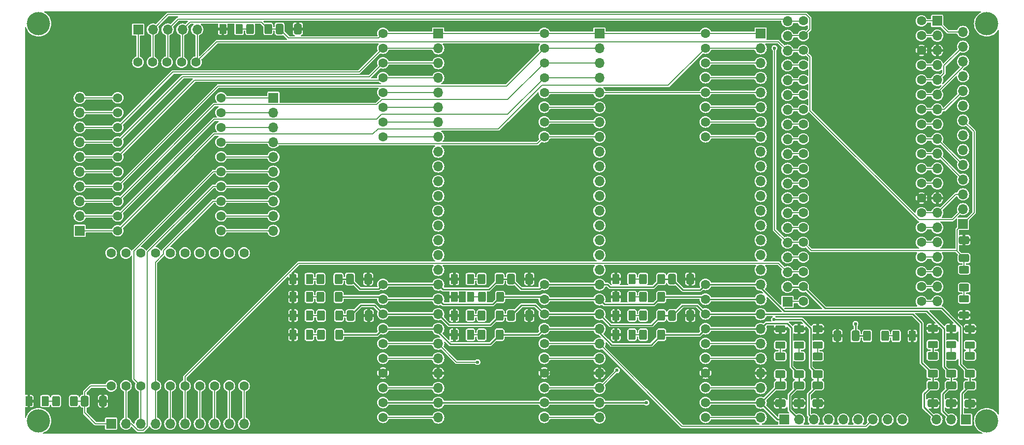
<source format=gtl>
G04 #@! TF.GenerationSoftware,KiCad,Pcbnew,8.0.0*
G04 #@! TF.CreationDate,2025-01-04T20:19:00+01:00*
G04 #@! TF.ProjectId,motherbard,6d6f7468-6572-4626-9172-642e6b696361,rev?*
G04 #@! TF.SameCoordinates,Original*
G04 #@! TF.FileFunction,Copper,L1,Top*
G04 #@! TF.FilePolarity,Positive*
%FSLAX46Y46*%
G04 Gerber Fmt 4.6, Leading zero omitted, Abs format (unit mm)*
G04 Created by KiCad (PCBNEW 8.0.0) date 2025-01-04 20:19:00*
%MOMM*%
%LPD*%
G01*
G04 APERTURE LIST*
G04 Aperture macros list*
%AMRoundRect*
0 Rectangle with rounded corners*
0 $1 Rounding radius*
0 $2 $3 $4 $5 $6 $7 $8 $9 X,Y pos of 4 corners*
0 Add a 4 corners polygon primitive as box body*
4,1,4,$2,$3,$4,$5,$6,$7,$8,$9,$2,$3,0*
0 Add four circle primitives for the rounded corners*
1,1,$1+$1,$2,$3*
1,1,$1+$1,$4,$5*
1,1,$1+$1,$6,$7*
1,1,$1+$1,$8,$9*
0 Add four rect primitives between the rounded corners*
20,1,$1+$1,$2,$3,$4,$5,0*
20,1,$1+$1,$4,$5,$6,$7,0*
20,1,$1+$1,$6,$7,$8,$9,0*
20,1,$1+$1,$8,$9,$2,$3,0*%
G04 Aperture macros list end*
G04 #@! TA.AperFunction,ComponentPad*
%ADD10R,1.700000X1.700000*%
G04 #@! TD*
G04 #@! TA.AperFunction,ComponentPad*
%ADD11O,1.700000X1.700000*%
G04 #@! TD*
G04 #@! TA.AperFunction,SMDPad,CuDef*
%ADD12RoundRect,0.250000X-0.412500X-0.650000X0.412500X-0.650000X0.412500X0.650000X-0.412500X0.650000X0*%
G04 #@! TD*
G04 #@! TA.AperFunction,SMDPad,CuDef*
%ADD13RoundRect,0.250000X-0.375000X-0.625000X0.375000X-0.625000X0.375000X0.625000X-0.375000X0.625000X0*%
G04 #@! TD*
G04 #@! TA.AperFunction,SMDPad,CuDef*
%ADD14RoundRect,0.250000X-0.625000X0.400000X-0.625000X-0.400000X0.625000X-0.400000X0.625000X0.400000X0*%
G04 #@! TD*
G04 #@! TA.AperFunction,SMDPad,CuDef*
%ADD15RoundRect,0.250000X-0.625000X0.375000X-0.625000X-0.375000X0.625000X-0.375000X0.625000X0.375000X0*%
G04 #@! TD*
G04 #@! TA.AperFunction,SMDPad,CuDef*
%ADD16RoundRect,0.250000X-0.400000X-0.625000X0.400000X-0.625000X0.400000X0.625000X-0.400000X0.625000X0*%
G04 #@! TD*
G04 #@! TA.AperFunction,SMDPad,CuDef*
%ADD17RoundRect,0.250000X0.625000X-0.375000X0.625000X0.375000X-0.625000X0.375000X-0.625000X-0.375000X0*%
G04 #@! TD*
G04 #@! TA.AperFunction,ComponentPad*
%ADD18C,1.600000*%
G04 #@! TD*
G04 #@! TA.AperFunction,SMDPad,CuDef*
%ADD19RoundRect,0.250000X-0.650000X0.412500X-0.650000X-0.412500X0.650000X-0.412500X0.650000X0.412500X0*%
G04 #@! TD*
G04 #@! TA.AperFunction,SMDPad,CuDef*
%ADD20RoundRect,0.250000X0.375000X0.625000X-0.375000X0.625000X-0.375000X-0.625000X0.375000X-0.625000X0*%
G04 #@! TD*
G04 #@! TA.AperFunction,SMDPad,CuDef*
%ADD21RoundRect,0.250000X0.412500X0.650000X-0.412500X0.650000X-0.412500X-0.650000X0.412500X-0.650000X0*%
G04 #@! TD*
G04 #@! TA.AperFunction,SMDPad,CuDef*
%ADD22RoundRect,0.250000X0.625000X-0.400000X0.625000X0.400000X-0.625000X0.400000X-0.625000X-0.400000X0*%
G04 #@! TD*
G04 #@! TA.AperFunction,SMDPad,CuDef*
%ADD23RoundRect,0.250000X0.400000X0.625000X-0.400000X0.625000X-0.400000X-0.625000X0.400000X-0.625000X0*%
G04 #@! TD*
G04 #@! TA.AperFunction,SMDPad,CuDef*
%ADD24RoundRect,0.250000X0.650000X-0.412500X0.650000X0.412500X-0.650000X0.412500X-0.650000X-0.412500X0*%
G04 #@! TD*
G04 #@! TA.AperFunction,ViaPad*
%ADD25C,4.000000*%
G04 #@! TD*
G04 #@! TA.AperFunction,ViaPad*
%ADD26C,0.500000*%
G04 #@! TD*
G04 #@! TA.AperFunction,ViaPad*
%ADD27C,0.600000*%
G04 #@! TD*
G04 #@! TA.AperFunction,Conductor*
%ADD28C,0.250000*%
G04 #@! TD*
G04 #@! TA.AperFunction,Conductor*
%ADD29C,0.200000*%
G04 #@! TD*
G04 APERTURE END LIST*
D10*
X209025000Y-130300000D03*
D11*
X206485000Y-130300000D03*
X203945000Y-130300000D03*
D12*
X158475000Y-112400000D03*
X161600000Y-112400000D03*
D13*
X121000000Y-112400000D03*
X123800000Y-112400000D03*
D12*
X90975000Y-63100000D03*
X94100000Y-63100000D03*
D13*
X148800000Y-115700000D03*
X151600000Y-115700000D03*
X93300000Y-112400000D03*
X96100000Y-112400000D03*
D10*
X145974000Y-63900000D03*
D11*
X145974000Y-66440000D03*
X145974000Y-68980000D03*
X145974000Y-71520000D03*
X145974000Y-74060000D03*
X145974000Y-76600000D03*
X145974000Y-79140000D03*
X145974000Y-81680000D03*
X145974000Y-84220000D03*
X145974000Y-86760000D03*
X145974000Y-89300000D03*
X145974000Y-91840000D03*
X145974000Y-94380000D03*
X145974000Y-96920000D03*
X145974000Y-99460000D03*
X145974000Y-102000000D03*
X145974000Y-104540000D03*
X145974000Y-107080000D03*
X145974000Y-109620000D03*
X145974000Y-112160000D03*
X145974000Y-114700000D03*
X145974000Y-117240000D03*
X145974000Y-119780000D03*
X145974000Y-122320000D03*
X145974000Y-124860000D03*
X145974000Y-127400000D03*
X145974000Y-129940000D03*
D14*
X183500000Y-119400000D03*
X183500000Y-122500000D03*
X203290000Y-119300000D03*
X203290000Y-122400000D03*
D15*
X206500000Y-114600000D03*
X206500000Y-117400000D03*
D12*
X158475000Y-106100000D03*
X161600000Y-106100000D03*
D10*
X178320000Y-110020000D03*
D11*
X178320000Y-107480000D03*
X178320000Y-104940000D03*
X178320000Y-102400000D03*
X178320000Y-99860000D03*
X178320000Y-97320000D03*
X178320000Y-94780000D03*
X178320000Y-92240000D03*
X178320000Y-89700000D03*
X178320000Y-87160000D03*
X178320000Y-84620000D03*
X178320000Y-82080000D03*
X178320000Y-79540000D03*
X178320000Y-77000000D03*
X178320000Y-74460000D03*
X178320000Y-71920000D03*
X178320000Y-69380000D03*
X178320000Y-66840000D03*
X178320000Y-64300000D03*
X178320000Y-61760000D03*
D10*
X62000000Y-130980000D03*
D11*
X64540000Y-130980000D03*
X67080000Y-130980000D03*
X69620000Y-130980000D03*
X72160000Y-130980000D03*
X74700000Y-130980000D03*
X77240000Y-130980000D03*
X79780000Y-130980000D03*
X82320000Y-130980000D03*
X84860000Y-130980000D03*
D16*
X97997500Y-106100000D03*
X101097500Y-106100000D03*
D12*
X130775000Y-106100000D03*
X133900000Y-106100000D03*
D17*
X208700000Y-112300000D03*
X208700000Y-109500000D03*
D15*
X209700000Y-114665000D03*
X209700000Y-117465000D03*
D10*
X118248000Y-63900000D03*
D11*
X118248000Y-66440000D03*
X118248000Y-68980000D03*
X118248000Y-71520000D03*
X118248000Y-74060000D03*
X118248000Y-76600000D03*
X118248000Y-79140000D03*
X118248000Y-81680000D03*
X118248000Y-84220000D03*
X118248000Y-86760000D03*
X118248000Y-89300000D03*
X118248000Y-91840000D03*
X118248000Y-94380000D03*
X118248000Y-96920000D03*
X118248000Y-99460000D03*
X118248000Y-102000000D03*
X118248000Y-104540000D03*
X118248000Y-107080000D03*
X118248000Y-109620000D03*
X118248000Y-112160000D03*
X118248000Y-114700000D03*
X118248000Y-117240000D03*
X118248000Y-119780000D03*
X118248000Y-122320000D03*
X118248000Y-124860000D03*
X118248000Y-127400000D03*
X118248000Y-129940000D03*
D14*
X177100000Y-119400000D03*
X177100000Y-122500000D03*
D10*
X208500000Y-96625000D03*
D11*
X208500000Y-94085000D03*
X208500000Y-91545000D03*
X208500000Y-89005000D03*
X208500000Y-86465000D03*
X208500000Y-83925000D03*
X208500000Y-81385000D03*
X208500000Y-78845000D03*
X208500000Y-76305000D03*
X208500000Y-73765000D03*
X208500000Y-71225000D03*
X208500000Y-68685000D03*
X208500000Y-66145000D03*
X208500000Y-63605000D03*
D16*
X98100000Y-115700000D03*
X101200000Y-115700000D03*
X153500000Y-106100000D03*
X156600000Y-106100000D03*
D12*
X57475000Y-127100000D03*
X60600000Y-127100000D03*
D13*
X121000000Y-106100000D03*
X123800000Y-106100000D03*
D18*
X201350000Y-109980000D03*
X201350000Y-107440000D03*
X201350000Y-104900000D03*
X201350000Y-102360000D03*
X201350000Y-99820000D03*
X201350000Y-97280000D03*
X201350000Y-94740000D03*
X201350000Y-92200000D03*
X201350000Y-89660000D03*
X201350000Y-87120000D03*
X201350000Y-84580000D03*
X201350000Y-82040000D03*
X201350000Y-79500000D03*
X201350000Y-76960000D03*
X201350000Y-74420000D03*
X201350000Y-71880000D03*
X201350000Y-69340000D03*
X201350000Y-66800000D03*
X201350000Y-64260000D03*
X201350000Y-61720000D03*
X181030000Y-61720000D03*
X181030000Y-64260000D03*
X181030000Y-66800000D03*
X181030000Y-69340000D03*
X181030000Y-71880000D03*
X181030000Y-74420000D03*
X181030000Y-76960000D03*
X181030000Y-79500000D03*
X181030000Y-82040000D03*
X181030000Y-84580000D03*
X181030000Y-87120000D03*
X181030000Y-89660000D03*
X181030000Y-92200000D03*
X181030000Y-94740000D03*
X181030000Y-97280000D03*
X181030000Y-99820000D03*
X181030000Y-102360000D03*
X181030000Y-104900000D03*
X181030000Y-107440000D03*
X181030000Y-109980000D03*
D19*
X203290000Y-124375000D03*
X203290000Y-127500000D03*
D16*
X98100000Y-112400000D03*
X101200000Y-112400000D03*
X125800000Y-109200000D03*
X128900000Y-109200000D03*
D13*
X121000000Y-109200000D03*
X123800000Y-109200000D03*
D19*
X206500000Y-124375000D03*
X206500000Y-127500000D03*
D13*
X93300000Y-115700000D03*
X96100000Y-115700000D03*
D15*
X203300000Y-114600000D03*
X203300000Y-117400000D03*
X177100000Y-114700000D03*
X177100000Y-117500000D03*
D20*
X199800000Y-115900000D03*
X197000000Y-115900000D03*
D19*
X180300000Y-124375000D03*
X180300000Y-127500000D03*
D13*
X148800000Y-106100000D03*
X151600000Y-106100000D03*
D10*
X56600000Y-97820000D03*
D11*
X56600000Y-95280000D03*
X56600000Y-92740000D03*
X56600000Y-90200000D03*
X56600000Y-87660000D03*
X56600000Y-85120000D03*
X56600000Y-82580000D03*
X56600000Y-80040000D03*
X56600000Y-77500000D03*
X56600000Y-74960000D03*
D16*
X125700000Y-112400000D03*
X128800000Y-112400000D03*
D13*
X93300000Y-106100000D03*
X96100000Y-106100000D03*
D16*
X153500000Y-112400000D03*
X156600000Y-112400000D03*
X153500000Y-115700000D03*
X156600000Y-115700000D03*
D12*
X103075000Y-106100000D03*
X106200000Y-106100000D03*
D18*
X108760000Y-129900000D03*
X108760000Y-127360000D03*
X108760000Y-124820000D03*
X108760000Y-122280000D03*
X108760000Y-119740000D03*
X108760000Y-117200000D03*
X108760000Y-114660000D03*
X108760000Y-112120000D03*
X108760000Y-109580000D03*
X108760000Y-107040000D03*
X108760000Y-81640000D03*
X108760000Y-79100000D03*
X108760000Y-76560000D03*
X108760000Y-74020000D03*
X108760000Y-71480000D03*
X108760000Y-68940000D03*
X108760000Y-66400000D03*
X108760000Y-63860000D03*
D15*
X183520000Y-114677500D03*
X183520000Y-117477500D03*
D10*
X204070000Y-61720000D03*
D11*
X204070000Y-64260000D03*
X204070000Y-66800000D03*
X204070000Y-69340000D03*
X204070000Y-71880000D03*
X204070000Y-74420000D03*
X204070000Y-76960000D03*
X204070000Y-79500000D03*
X204070000Y-82040000D03*
X204070000Y-84580000D03*
X204070000Y-87120000D03*
X204070000Y-89660000D03*
X204070000Y-92200000D03*
X204070000Y-94740000D03*
X204070000Y-97280000D03*
X204070000Y-99820000D03*
X204070000Y-102360000D03*
X204070000Y-104900000D03*
X204070000Y-107440000D03*
X204070000Y-109980000D03*
D16*
X98000000Y-109200000D03*
X101100000Y-109200000D03*
D10*
X66640000Y-63200000D03*
D11*
X69180000Y-63200000D03*
X71720000Y-63200000D03*
X74260000Y-63200000D03*
X76800000Y-63200000D03*
D16*
X153500000Y-109200000D03*
X156600000Y-109200000D03*
X125700000Y-115700000D03*
X128800000Y-115700000D03*
D10*
X89900000Y-74950000D03*
D11*
X89900000Y-77490000D03*
X89900000Y-80030000D03*
X89900000Y-82570000D03*
X89900000Y-85110000D03*
X89900000Y-87650000D03*
X89900000Y-90190000D03*
X89900000Y-92730000D03*
X89900000Y-95270000D03*
X89900000Y-97810000D03*
D13*
X47840000Y-127100000D03*
X50640000Y-127100000D03*
D14*
X180300000Y-119400000D03*
X180300000Y-122500000D03*
X206500000Y-119300000D03*
X206500000Y-122400000D03*
D16*
X52500000Y-127100000D03*
X55600000Y-127100000D03*
D21*
X190025000Y-115900000D03*
X186900000Y-115900000D03*
D13*
X121000000Y-115700000D03*
X123800000Y-115700000D03*
D18*
X164212000Y-129900000D03*
X164212000Y-127360000D03*
X164212000Y-124820000D03*
X164212000Y-122280000D03*
X164212000Y-119740000D03*
X164212000Y-117200000D03*
X164212000Y-114660000D03*
X164212000Y-112120000D03*
X164212000Y-109580000D03*
X164212000Y-107040000D03*
X164212000Y-81640000D03*
X164212000Y-79100000D03*
X164212000Y-76560000D03*
X164212000Y-74020000D03*
X164212000Y-71480000D03*
X164212000Y-68940000D03*
X164212000Y-66400000D03*
X164212000Y-63860000D03*
D15*
X180300000Y-114700000D03*
X180300000Y-117500000D03*
D18*
X84860000Y-124500000D03*
X82320000Y-124500000D03*
X79780000Y-124500000D03*
X77240000Y-124500000D03*
X74700000Y-124500000D03*
X72160000Y-124500000D03*
X69620000Y-124500000D03*
X67080000Y-124500000D03*
X64540000Y-124500000D03*
X62000000Y-124500000D03*
X84860000Y-101640000D03*
X82320000Y-101640000D03*
X79780000Y-101640000D03*
X77240000Y-101640000D03*
X74700000Y-101640000D03*
X72160000Y-101640000D03*
X69620000Y-101640000D03*
X67080000Y-101640000D03*
X64540000Y-101640000D03*
X62000000Y-101640000D03*
X63120000Y-97800000D03*
X63120000Y-95260000D03*
X63120000Y-92720000D03*
X63120000Y-90180000D03*
X63120000Y-87640000D03*
X63120000Y-85100000D03*
X63120000Y-82560000D03*
X63120000Y-80020000D03*
X63120000Y-77480000D03*
X80900000Y-97800000D03*
X80900000Y-95260000D03*
X80900000Y-92720000D03*
X80900000Y-90180000D03*
X80900000Y-87640000D03*
X80900000Y-85100000D03*
X80900000Y-82560000D03*
X80900000Y-80020000D03*
X80900000Y-77480000D03*
X66620000Y-68810000D03*
X69120000Y-68810000D03*
X71620000Y-68810000D03*
X74120000Y-68810000D03*
X76620000Y-68810000D03*
X63120000Y-74940000D03*
X80900000Y-74940000D03*
D22*
X208700000Y-107600000D03*
X208700000Y-104500000D03*
D19*
X177100000Y-124375000D03*
X177100000Y-127500000D03*
D23*
X195100000Y-115900000D03*
X192000000Y-115900000D03*
D13*
X148800000Y-112400000D03*
X151600000Y-112400000D03*
D24*
X208700000Y-102525000D03*
X208700000Y-99400000D03*
D12*
X103175000Y-112400000D03*
X106300000Y-112400000D03*
D19*
X209700000Y-124400000D03*
X209700000Y-127525000D03*
D13*
X148800000Y-109200000D03*
X151600000Y-109200000D03*
D10*
X177760000Y-130300000D03*
D11*
X180300000Y-130300000D03*
X182840000Y-130300000D03*
X185380000Y-130300000D03*
X187920000Y-130300000D03*
X190460000Y-130300000D03*
X193000000Y-130300000D03*
X195540000Y-130300000D03*
X198080000Y-130300000D03*
D12*
X130775000Y-112400000D03*
X133900000Y-112400000D03*
D18*
X136486000Y-129900000D03*
X136486000Y-127360000D03*
X136486000Y-124820000D03*
X136486000Y-122280000D03*
X136486000Y-119740000D03*
X136486000Y-117200000D03*
X136486000Y-114660000D03*
X136486000Y-112120000D03*
X136486000Y-109580000D03*
X136486000Y-107040000D03*
X136486000Y-81640000D03*
X136486000Y-79100000D03*
X136486000Y-76560000D03*
X136486000Y-74020000D03*
X136486000Y-71480000D03*
X136486000Y-68940000D03*
X136486000Y-66400000D03*
X136486000Y-63860000D03*
D13*
X81200000Y-63100000D03*
X84000000Y-63100000D03*
D10*
X173700000Y-63900000D03*
D11*
X173700000Y-66440000D03*
X173700000Y-68980000D03*
X173700000Y-71520000D03*
X173700000Y-74060000D03*
X173700000Y-76600000D03*
X173700000Y-79140000D03*
X173700000Y-81680000D03*
X173700000Y-84220000D03*
X173700000Y-86760000D03*
X173700000Y-89300000D03*
X173700000Y-91840000D03*
X173700000Y-94380000D03*
X173700000Y-96920000D03*
X173700000Y-99460000D03*
X173700000Y-102000000D03*
X173700000Y-104540000D03*
X173700000Y-107080000D03*
X173700000Y-109620000D03*
X173700000Y-112160000D03*
X173700000Y-114700000D03*
X173700000Y-117240000D03*
X173700000Y-119780000D03*
X173700000Y-122320000D03*
X173700000Y-124860000D03*
X173700000Y-127400000D03*
X173700000Y-129940000D03*
D16*
X125700000Y-106100000D03*
X128800000Y-106100000D03*
D19*
X183500000Y-124375000D03*
X183500000Y-127500000D03*
D16*
X85900000Y-63080000D03*
X89000000Y-63080000D03*
D13*
X93300000Y-109200000D03*
X96100000Y-109200000D03*
D14*
X209700000Y-119325000D03*
X209700000Y-122425000D03*
D25*
X49500000Y-62200000D03*
X49500000Y-130500000D03*
X212600000Y-130500000D03*
X212600000Y-62200000D03*
D26*
X72740000Y-90290000D03*
X168680000Y-105240000D03*
X198330000Y-77450000D03*
X196670000Y-102290000D03*
X199160000Y-92040000D03*
X103110000Y-108070000D03*
X98580000Y-62870000D03*
X106460000Y-114840000D03*
X162310000Y-82120000D03*
X169990000Y-62410000D03*
X197810000Y-61810000D03*
X130440000Y-107920000D03*
X85960000Y-68190000D03*
X111130000Y-131920000D03*
X113980000Y-105440000D03*
X183810000Y-104190000D03*
X163360000Y-101560000D03*
X181860000Y-122800000D03*
X149630000Y-129420000D03*
D27*
X212800000Y-69900000D03*
X52100000Y-73500000D03*
D26*
X93240000Y-83880000D03*
X121110000Y-129620000D03*
X111220000Y-62140000D03*
X83420000Y-111550000D03*
X53900000Y-131000000D03*
X149100000Y-96640000D03*
X138060000Y-84550000D03*
X200350000Y-123570000D03*
X89050000Y-103400000D03*
X132900000Y-119170000D03*
X183090000Y-89800000D03*
X208620000Y-60700000D03*
X77030000Y-86060000D03*
X89770000Y-124690000D03*
X123110000Y-124690000D03*
X139010000Y-62340000D03*
X204940000Y-113000000D03*
X197090000Y-119820000D03*
X170980000Y-94210000D03*
X101990000Y-101040000D03*
X121970000Y-94340000D03*
X103830000Y-67270000D03*
X159610000Y-108400000D03*
X130970000Y-110100000D03*
X195160000Y-100250000D03*
X124270000Y-100510000D03*
X159090000Y-101560000D03*
X71510000Y-79230000D03*
X130830000Y-104510000D03*
X166310000Y-122720000D03*
X186700000Y-124160000D03*
X61430000Y-122480000D03*
X183810000Y-99190000D03*
X170650000Y-101960000D03*
X102260000Y-122850000D03*
X142660000Y-95450000D03*
X169800000Y-108400000D03*
X170870000Y-89140000D03*
X192490000Y-71400000D03*
X158850000Y-91770000D03*
D27*
X49600000Y-119300000D03*
D26*
X165480000Y-85400000D03*
X77820000Y-98340000D03*
D27*
X55100000Y-62900000D03*
D26*
X79150000Y-63030000D03*
X91150000Y-131130000D03*
X93240000Y-96690000D03*
X113120000Y-123310000D03*
X102980000Y-110370000D03*
X134800000Y-66480000D03*
X84080000Y-73770000D03*
X113980000Y-101630000D03*
X64760000Y-76000000D03*
D27*
X212800000Y-105000000D03*
D26*
X150610000Y-83170000D03*
X49240000Y-67730000D03*
X134280000Y-90790000D03*
D27*
X212700000Y-123200000D03*
D26*
X57000000Y-119290000D03*
X72630000Y-121540000D03*
X101670000Y-95520000D03*
X94070000Y-74620000D03*
X50490000Y-94340000D03*
X86080000Y-115090000D03*
X56940000Y-101290000D03*
X183400000Y-80150000D03*
X63030000Y-69770000D03*
X96080000Y-68520000D03*
X142270000Y-100450000D03*
X184730000Y-62210000D03*
X160660000Y-114700000D03*
X198570000Y-95980000D03*
X101530000Y-85600000D03*
D27*
X212500000Y-83000000D03*
D26*
X74010000Y-106430000D03*
X149170000Y-62010000D03*
X184840000Y-77910000D03*
X200610000Y-132050000D03*
X158430000Y-110240000D03*
X206290000Y-65470000D03*
X49630000Y-124490000D03*
X59760000Y-99380000D03*
D27*
X50400000Y-104500000D03*
D26*
X120810000Y-61940000D03*
X110030000Y-90390000D03*
X82000000Y-67230000D03*
X49240000Y-80280000D03*
D27*
X50000000Y-88400000D03*
D26*
X132410000Y-114840000D03*
X160030000Y-120940000D03*
X154840000Y-87570000D03*
X198970000Y-108730000D03*
D27*
X176100000Y-66400000D03*
X190000000Y-113800000D03*
X176000000Y-113100000D03*
X154060000Y-127380000D03*
X149000000Y-121800000D03*
X125000000Y-120400000D03*
D28*
X203945000Y-130300000D02*
X201800000Y-128155000D01*
X203290000Y-122400000D02*
X201380000Y-120490000D01*
X130775000Y-112400000D02*
X132585000Y-110590000D01*
X118248000Y-112160000D02*
X120098000Y-114010000D01*
X136486000Y-112120000D02*
X145934000Y-112120000D01*
X103175000Y-112400000D02*
X104935000Y-110640000D01*
X107280000Y-110640000D02*
X108760000Y-112120000D01*
X203290000Y-124375000D02*
X203290000Y-122400000D01*
X160215000Y-110660000D02*
X162752000Y-110660000D01*
X201380000Y-113690000D02*
X199850000Y-112160000D01*
X118208000Y-112120000D02*
X118248000Y-112160000D01*
X199850000Y-112160000D02*
X173700000Y-112160000D01*
X101200000Y-112400000D02*
X103175000Y-112400000D01*
X132585000Y-110590000D02*
X134956000Y-110590000D01*
X145974000Y-112160000D02*
X147864000Y-114050000D01*
X201800000Y-128155000D02*
X201800000Y-125865000D01*
X201800000Y-125865000D02*
X203290000Y-124375000D01*
X104935000Y-110640000D02*
X107280000Y-110640000D01*
X173700000Y-112160000D02*
X164252000Y-112160000D01*
X127190000Y-114010000D02*
X128800000Y-112400000D01*
X145934000Y-112120000D02*
X145974000Y-112160000D01*
X120098000Y-114010000D02*
X127190000Y-114010000D01*
X201380000Y-120490000D02*
X201380000Y-113690000D01*
X158475000Y-112400000D02*
X160215000Y-110660000D01*
X162752000Y-110660000D02*
X164212000Y-112120000D01*
X156600000Y-112400000D02*
X158475000Y-112400000D01*
X134956000Y-110590000D02*
X136486000Y-112120000D01*
X128800000Y-112400000D02*
X130775000Y-112400000D01*
X108760000Y-112120000D02*
X118208000Y-112120000D01*
X164252000Y-112160000D02*
X164212000Y-112120000D01*
X154950000Y-114050000D02*
X156600000Y-112400000D01*
X147864000Y-114050000D02*
X154950000Y-114050000D01*
D29*
X118208000Y-122280000D02*
X118248000Y-122320000D01*
X201350000Y-92200000D02*
X204070000Y-92200000D01*
X136486000Y-122280000D02*
X145934000Y-122280000D01*
X173660000Y-122280000D02*
X173700000Y-122320000D01*
X201350000Y-66800000D02*
X204070000Y-66800000D01*
X145934000Y-122280000D02*
X145974000Y-122320000D01*
D28*
X135686001Y-107839999D02*
X136486000Y-107040000D01*
X119098000Y-107930000D02*
X126970000Y-107930000D01*
X156600000Y-106100000D02*
X158475000Y-106100000D01*
X104814999Y-107839999D02*
X107960001Y-107839999D01*
X101097500Y-106100000D02*
X103075000Y-106100000D01*
X155200000Y-107500000D02*
X156600000Y-106100000D01*
X118248000Y-107080000D02*
X119098000Y-107930000D01*
X158475000Y-106100000D02*
X160345000Y-107970000D01*
X128800000Y-106100000D02*
X130775000Y-106100000D01*
X202250000Y-111620000D02*
X177720000Y-111620000D01*
X206485000Y-130300000D02*
X205020000Y-128835000D01*
X130775000Y-106100000D02*
X132514999Y-107839999D01*
X145974000Y-107080000D02*
X147380000Y-107080000D01*
X147380000Y-107080000D02*
X147800000Y-107500000D01*
X173700000Y-107080000D02*
X164252000Y-107080000D01*
X126970000Y-107930000D02*
X128800000Y-106100000D01*
X177720000Y-111620000D02*
X173700000Y-107600000D01*
X206500000Y-122400000D02*
X205300000Y-121200000D01*
X206500000Y-124375000D02*
X206500000Y-122400000D01*
X205300000Y-121200000D02*
X205300000Y-114670000D01*
X163282000Y-107970000D02*
X164212000Y-107040000D01*
X103075000Y-106100000D02*
X104814999Y-107839999D01*
X108760000Y-107040000D02*
X118208000Y-107040000D01*
X173700000Y-107600000D02*
X173700000Y-107080000D01*
X136486000Y-107040000D02*
X145934000Y-107040000D01*
X205020000Y-128835000D02*
X205020000Y-125855000D01*
X132514999Y-107839999D02*
X135686001Y-107839999D01*
X147800000Y-107500000D02*
X155200000Y-107500000D01*
X164252000Y-107080000D02*
X164212000Y-107040000D01*
X205020000Y-125855000D02*
X206500000Y-124375000D01*
X107960001Y-107839999D02*
X108760000Y-107040000D01*
X118208000Y-107040000D02*
X118248000Y-107080000D01*
X160345000Y-107970000D02*
X163282000Y-107970000D01*
X205300000Y-114670000D02*
X202250000Y-111620000D01*
X145934000Y-107040000D02*
X145974000Y-107080000D01*
D29*
X210400000Y-80745000D02*
X210400000Y-94725000D01*
X107960001Y-64659999D02*
X92534999Y-64659999D01*
X181030000Y-99820000D02*
X178360000Y-99820000D01*
X59340000Y-130980000D02*
X62000000Y-130980000D01*
X55600000Y-127100000D02*
X57475000Y-127100000D01*
X57475000Y-129115000D02*
X59340000Y-130980000D01*
X74260000Y-63200000D02*
X75555000Y-61905000D01*
X74260000Y-68670000D02*
X74120000Y-68810000D01*
X108760000Y-63860000D02*
X118208000Y-63860000D01*
X164212000Y-63860000D02*
X173660000Y-63860000D01*
X207500000Y-101200000D02*
X207500000Y-101325000D01*
X208500000Y-96625000D02*
X207500000Y-97625000D01*
X90975000Y-63100000D02*
X89020000Y-63100000D01*
X208500000Y-78845000D02*
X210400000Y-80745000D01*
X74260000Y-63200000D02*
X74260000Y-68670000D01*
X89020000Y-63100000D02*
X89000000Y-63080000D01*
X173660000Y-63860000D02*
X173700000Y-63900000D01*
X178320000Y-99860000D02*
X176100000Y-97640000D01*
X75555000Y-61905000D02*
X87825000Y-61905000D01*
X118288000Y-63860000D02*
X118248000Y-63900000D01*
X57475000Y-127100000D02*
X57475000Y-129115000D01*
X178360000Y-99820000D02*
X178320000Y-99860000D01*
X207500000Y-97625000D02*
X207500000Y-101200000D01*
X57475000Y-127100000D02*
X57475000Y-125525000D01*
X164212000Y-63860000D02*
X146014000Y-63860000D01*
X136486000Y-63860000D02*
X145934000Y-63860000D01*
X108760000Y-63860000D02*
X107960001Y-64659999D01*
X181030000Y-99820000D02*
X182420000Y-101210000D01*
X87825000Y-61905000D02*
X89000000Y-63080000D01*
X207490000Y-101210000D02*
X207500000Y-101200000D01*
X92534999Y-64659999D02*
X90975000Y-63100000D01*
X58500000Y-124500000D02*
X62000000Y-124500000D01*
X118208000Y-63860000D02*
X118248000Y-63900000D01*
X136486000Y-63860000D02*
X118288000Y-63860000D01*
X207500000Y-101325000D02*
X208700000Y-102525000D01*
X182420000Y-101210000D02*
X207490000Y-101210000D01*
X145934000Y-63860000D02*
X145974000Y-63900000D01*
X176100000Y-97640000D02*
X176100000Y-66400000D01*
X210400000Y-94725000D02*
X208500000Y-96625000D01*
X146014000Y-63860000D02*
X145974000Y-63900000D01*
X208700000Y-104500000D02*
X208700000Y-102525000D01*
X57475000Y-125525000D02*
X58500000Y-124500000D01*
D28*
X209700000Y-124400000D02*
X209700000Y-122425000D01*
X184750000Y-111160000D02*
X181030000Y-107440000D01*
X181030000Y-107440000D02*
X180960000Y-107440000D01*
X209025000Y-130300000D02*
X208300000Y-129575000D01*
X180960000Y-107440000D02*
X180920000Y-107480000D01*
X208050000Y-120775000D02*
X208050000Y-114329900D01*
X190000000Y-113800000D02*
X190025000Y-113825000D01*
X204880100Y-111160000D02*
X184750000Y-111160000D01*
X209700000Y-122425000D02*
X208050000Y-120775000D01*
X190025000Y-113825000D02*
X190025000Y-115900000D01*
X180920000Y-107480000D02*
X178320000Y-107480000D01*
X208300000Y-125800000D02*
X209700000Y-124400000D01*
X190025000Y-115900000D02*
X192000000Y-115900000D01*
X208300000Y-129575000D02*
X208300000Y-125800000D01*
X208050000Y-114329900D02*
X204880100Y-111160000D01*
D29*
X208700000Y-109500000D02*
X208700000Y-107600000D01*
D28*
X119098000Y-110470000D02*
X127630000Y-110470000D01*
X146824000Y-110470000D02*
X155330000Y-110470000D01*
X108760000Y-109580000D02*
X118208000Y-109580000D01*
X163832000Y-109200000D02*
X164212000Y-109580000D01*
X128900000Y-109200000D02*
X136106000Y-109200000D01*
X136106000Y-109200000D02*
X136486000Y-109580000D01*
X155330000Y-110470000D02*
X156600000Y-109200000D01*
X136880000Y-109580000D02*
X136920000Y-109620000D01*
X183500000Y-124375000D02*
X183500000Y-122500000D01*
X181990000Y-125885000D02*
X183500000Y-124375000D01*
X136920000Y-109620000D02*
X145974000Y-109620000D01*
X136486000Y-109580000D02*
X136880000Y-109580000D01*
X145974000Y-109620000D02*
X146824000Y-110470000D01*
X182300000Y-121300000D02*
X182300000Y-114570000D01*
X108380000Y-109200000D02*
X108760000Y-109580000D01*
X118208000Y-109580000D02*
X118248000Y-109620000D01*
X173700000Y-109620000D02*
X164252000Y-109620000D01*
X101100000Y-109200000D02*
X108380000Y-109200000D01*
X181990000Y-129450000D02*
X181990000Y-125885000D01*
X127630000Y-110470000D02*
X128900000Y-109200000D01*
X118248000Y-109620000D02*
X119098000Y-110470000D01*
X182840000Y-130300000D02*
X181990000Y-129450000D01*
X164252000Y-109620000D02*
X164212000Y-109580000D01*
X156600000Y-109200000D02*
X163832000Y-109200000D01*
X182300000Y-114570000D02*
X180830000Y-113100000D01*
X183500000Y-122500000D02*
X182300000Y-121300000D01*
X180830000Y-113100000D02*
X176000000Y-113100000D01*
D29*
X52450000Y-127150000D02*
X52500000Y-127100000D01*
X50570000Y-127150000D02*
X52450000Y-127150000D01*
D28*
X174660000Y-113740000D02*
X173700000Y-114700000D01*
X128800000Y-115700000D02*
X127180000Y-117320000D01*
X145934000Y-114660000D02*
X145974000Y-114700000D01*
X101200000Y-115700000D02*
X107720000Y-115700000D01*
X118208000Y-114660000D02*
X118248000Y-114700000D01*
X118248000Y-115248000D02*
X118248000Y-114700000D01*
X135446000Y-115700000D02*
X136486000Y-114660000D01*
X180300000Y-124375000D02*
X180300000Y-122500000D01*
X173660000Y-114660000D02*
X173700000Y-114700000D01*
X136486000Y-114660000D02*
X145934000Y-114660000D01*
X156600000Y-115700000D02*
X163172000Y-115700000D01*
X178650000Y-128650000D02*
X178650000Y-126025000D01*
X107720000Y-115700000D02*
X108760000Y-114660000D01*
X179000000Y-114500000D02*
X178240000Y-113740000D01*
X148080000Y-117440000D02*
X145974000Y-115334000D01*
X145974000Y-115334000D02*
X145974000Y-114700000D01*
X179000000Y-121200000D02*
X179000000Y-114500000D01*
X164212000Y-114660000D02*
X173660000Y-114660000D01*
X178240000Y-113740000D02*
X174660000Y-113740000D01*
X180300000Y-122500000D02*
X179000000Y-121200000D01*
X156600000Y-115700000D02*
X154860000Y-117440000D01*
X178650000Y-126025000D02*
X180300000Y-124375000D01*
X108760000Y-114660000D02*
X118208000Y-114660000D01*
X120320000Y-117320000D02*
X118248000Y-115248000D01*
X180300000Y-130300000D02*
X178650000Y-128650000D01*
X163172000Y-115700000D02*
X164212000Y-114660000D01*
X127180000Y-117320000D02*
X120320000Y-117320000D01*
X128800000Y-115700000D02*
X135446000Y-115700000D01*
X154860000Y-117440000D02*
X148080000Y-117440000D01*
X176725000Y-124375000D02*
X173700000Y-127400000D01*
X173660000Y-127360000D02*
X173700000Y-127400000D01*
X177100000Y-124375000D02*
X177100000Y-122500000D01*
X136486000Y-127360000D02*
X145934000Y-127360000D01*
X118248000Y-127400000D02*
X136446000Y-127400000D01*
X164172000Y-127400000D02*
X164212000Y-127360000D01*
X153730000Y-127380000D02*
X153710000Y-127400000D01*
X145934000Y-127360000D02*
X145974000Y-127400000D01*
X173700000Y-127400000D02*
X176600000Y-130300000D01*
X164212000Y-127360000D02*
X173660000Y-127360000D01*
X177760000Y-130300000D02*
X177760000Y-130007244D01*
X154060000Y-127380000D02*
X153730000Y-127380000D01*
X177100000Y-124375000D02*
X176725000Y-124375000D01*
X118208000Y-127360000D02*
X118248000Y-127400000D01*
X176600000Y-130300000D02*
X177760000Y-130300000D01*
X108760000Y-127360000D02*
X118208000Y-127360000D01*
X136446000Y-127400000D02*
X136486000Y-127360000D01*
X153710000Y-127400000D02*
X145974000Y-127400000D01*
D29*
X206500000Y-119300000D02*
X206500000Y-117400000D01*
D28*
X203290000Y-117410000D02*
X203300000Y-117400000D01*
X203290000Y-119300000D02*
X203290000Y-117410000D01*
D29*
X209700000Y-119325000D02*
X209700000Y-117465000D01*
X123800000Y-106100000D02*
X125700000Y-106100000D01*
X151600000Y-112400000D02*
X153500000Y-112400000D01*
X96100000Y-112400000D02*
X98100000Y-112400000D01*
X96100000Y-109200000D02*
X98000000Y-109200000D01*
X96100000Y-115700000D02*
X98100000Y-115700000D01*
X183500000Y-119400000D02*
X183500000Y-117497500D01*
X183500000Y-117497500D02*
X183520000Y-117477500D01*
X123800000Y-112400000D02*
X125700000Y-112400000D01*
X123800000Y-109200000D02*
X125800000Y-109200000D01*
X123800000Y-115700000D02*
X125700000Y-115700000D01*
X96100000Y-106100000D02*
X97997500Y-106100000D01*
X151600000Y-106100000D02*
X153500000Y-106100000D01*
X151600000Y-109200000D02*
X153500000Y-109200000D01*
X151600000Y-115700000D02*
X153500000Y-115700000D01*
X84020000Y-63080000D02*
X84000000Y-63100000D01*
X85900000Y-63080000D02*
X84020000Y-63080000D01*
X180300000Y-119400000D02*
X180300000Y-117500000D01*
X177100000Y-119400000D02*
X177100000Y-117500000D01*
X195100000Y-115900000D02*
X197000000Y-115900000D01*
X201350000Y-97280000D02*
X204070000Y-97280000D01*
X201350000Y-71880000D02*
X204070000Y-71880000D01*
X204070000Y-71880000D02*
X205220000Y-70730000D01*
X205220000Y-69425000D02*
X208500000Y-66145000D01*
X205220000Y-70730000D02*
X205220000Y-69425000D01*
X208500000Y-63605000D02*
X205955000Y-63605000D01*
X201350000Y-61720000D02*
X204070000Y-61720000D01*
X205955000Y-63605000D02*
X204070000Y-61720000D01*
X208500000Y-89005000D02*
X204075000Y-84580000D01*
X201350000Y-84580000D02*
X204070000Y-84580000D01*
X204075000Y-84580000D02*
X204070000Y-84580000D01*
X201350000Y-89660000D02*
X204070000Y-89660000D01*
X201350000Y-87120000D02*
X204070000Y-87120000D01*
X205305000Y-76960000D02*
X204070000Y-76960000D01*
X208500000Y-73765000D02*
X205305000Y-76960000D01*
X201350000Y-76960000D02*
X204070000Y-76960000D01*
X204075000Y-82040000D02*
X204070000Y-82040000D01*
X208500000Y-86465000D02*
X204075000Y-82040000D01*
X201350000Y-82040000D02*
X204070000Y-82040000D01*
X208500000Y-94085000D02*
X206695000Y-95890000D01*
X80140000Y-65290000D02*
X176770000Y-65290000D01*
X200944365Y-95890000D02*
X182200000Y-77145635D01*
X182200000Y-77145635D02*
X182200000Y-67970000D01*
X181030000Y-66800000D02*
X178360000Y-66800000D01*
X206695000Y-95890000D02*
X200944365Y-95890000D01*
X76620000Y-68810000D02*
X80140000Y-65290000D01*
X178360000Y-66800000D02*
X178320000Y-66840000D01*
X176770000Y-65290000D02*
X178320000Y-66840000D01*
X76800000Y-68630000D02*
X76620000Y-68810000D01*
X76800000Y-63200000D02*
X76800000Y-68630000D01*
X182200000Y-67970000D02*
X181030000Y-66800000D01*
X204070000Y-74028654D02*
X208500000Y-69598654D01*
X201350000Y-74420000D02*
X204070000Y-74420000D01*
X208500000Y-69598654D02*
X208500000Y-68685000D01*
X204070000Y-74420000D02*
X204070000Y-74028654D01*
X207265000Y-91545000D02*
X204070000Y-94740000D01*
X208500000Y-91545000D02*
X207265000Y-91545000D01*
X201350000Y-94740000D02*
X204070000Y-94740000D01*
X201350000Y-69340000D02*
X204070000Y-69340000D01*
X181030000Y-69340000D02*
X178360000Y-69340000D01*
X178360000Y-69340000D02*
X178320000Y-69380000D01*
X74700000Y-124500000D02*
X74700000Y-130980000D01*
X181030000Y-104900000D02*
X178360000Y-104900000D01*
X74700000Y-130280000D02*
X74680000Y-130300000D01*
X178360000Y-104900000D02*
X178320000Y-104940000D01*
X176770000Y-103390000D02*
X178320000Y-104940000D01*
X74700000Y-124500000D02*
X74700000Y-122915256D01*
X94225256Y-103390000D02*
X176770000Y-103390000D01*
X74700000Y-122915256D02*
X94225256Y-103390000D01*
X178360000Y-71880000D02*
X178320000Y-71920000D01*
X181030000Y-71880000D02*
X178360000Y-71880000D01*
X173660000Y-124820000D02*
X173700000Y-124860000D01*
X164212000Y-124820000D02*
X173660000Y-124820000D01*
X181030000Y-94740000D02*
X178360000Y-94740000D01*
X178360000Y-94740000D02*
X178320000Y-94780000D01*
X178320000Y-61760000D02*
X177950000Y-61390000D01*
X71720000Y-68710000D02*
X71620000Y-68810000D01*
X180990000Y-61760000D02*
X181030000Y-61720000D01*
X178320000Y-61760000D02*
X180990000Y-61760000D01*
X71720000Y-63200000D02*
X71720000Y-68710000D01*
X73530000Y-61390000D02*
X71720000Y-63200000D01*
X177950000Y-61390000D02*
X73530000Y-61390000D01*
X178360000Y-109980000D02*
X178320000Y-110020000D01*
X181030000Y-109980000D02*
X178360000Y-109980000D01*
X181030000Y-84580000D02*
X178360000Y-84580000D01*
X178360000Y-84580000D02*
X178320000Y-84620000D01*
X181030000Y-92200000D02*
X178360000Y-92200000D01*
X178360000Y-92200000D02*
X178320000Y-92240000D01*
X69180000Y-63200000D02*
X71770000Y-60610000D01*
X178360000Y-64260000D02*
X178320000Y-64300000D01*
X182130000Y-63160000D02*
X181030000Y-64260000D01*
X182130000Y-61230000D02*
X182130000Y-63160000D01*
X69180000Y-63200000D02*
X69180000Y-68750000D01*
X181510000Y-60610000D02*
X182130000Y-61230000D01*
X69180000Y-68750000D02*
X69120000Y-68810000D01*
X71770000Y-60610000D02*
X181510000Y-60610000D01*
X181030000Y-64260000D02*
X178360000Y-64260000D01*
X178360000Y-102360000D02*
X178320000Y-102400000D01*
X181030000Y-102360000D02*
X178360000Y-102360000D01*
X178360000Y-97280000D02*
X178320000Y-97320000D01*
X181030000Y-97280000D02*
X178360000Y-97280000D01*
X145934000Y-124820000D02*
X145974000Y-124860000D01*
X178360000Y-89660000D02*
X178320000Y-89700000D01*
X136486000Y-124820000D02*
X145934000Y-124820000D01*
X181030000Y-89660000D02*
X178360000Y-89660000D01*
X149000000Y-121834000D02*
X145974000Y-124860000D01*
X149000000Y-121800000D02*
X149000000Y-121834000D01*
X181030000Y-82040000D02*
X178360000Y-82040000D01*
X178360000Y-82040000D02*
X178320000Y-82080000D01*
X118208000Y-124820000D02*
X118248000Y-124860000D01*
X181030000Y-87120000D02*
X178360000Y-87120000D01*
X178360000Y-87120000D02*
X178320000Y-87160000D01*
X108760000Y-124820000D02*
X118208000Y-124820000D01*
X178360000Y-76960000D02*
X178320000Y-77000000D01*
X181030000Y-76960000D02*
X178360000Y-76960000D01*
X178360000Y-79500000D02*
X178320000Y-79540000D01*
X181030000Y-79500000D02*
X178360000Y-79500000D01*
X178360000Y-74420000D02*
X178320000Y-74460000D01*
X181030000Y-74420000D02*
X178360000Y-74420000D01*
X201350000Y-79500000D02*
X204070000Y-79500000D01*
X201350000Y-64260000D02*
X204070000Y-64260000D01*
X201350000Y-99820000D02*
X204070000Y-99820000D01*
X201350000Y-102360000D02*
X204070000Y-102360000D01*
X118208000Y-74020000D02*
X118248000Y-74060000D01*
X173660000Y-74020000D02*
X173700000Y-74060000D01*
X136486000Y-74020000D02*
X145934000Y-74020000D01*
X164212000Y-74020000D02*
X173660000Y-74020000D01*
X145974000Y-74060000D02*
X164172000Y-74060000D01*
X145934000Y-74020000D02*
X145974000Y-74060000D01*
X164172000Y-74060000D02*
X164212000Y-74020000D01*
X201350000Y-104900000D02*
X204070000Y-104900000D01*
X108760000Y-74020000D02*
X118208000Y-74020000D01*
X201350000Y-109980000D02*
X204070000Y-109980000D01*
X201350000Y-107440000D02*
X204070000Y-107440000D01*
X56620000Y-74940000D02*
X56600000Y-74960000D01*
X63120000Y-74940000D02*
X56620000Y-74940000D01*
X108760000Y-68940000D02*
X118208000Y-68940000D01*
X56620000Y-82560000D02*
X56600000Y-82580000D01*
X74300000Y-71300000D02*
X106400000Y-71300000D01*
X63120000Y-82560000D02*
X63040000Y-82560000D01*
X63120000Y-82560000D02*
X56620000Y-82560000D01*
X106400000Y-71300000D02*
X108760000Y-68940000D01*
X63040000Y-82560000D02*
X74300000Y-71300000D01*
X118208000Y-68940000D02*
X118248000Y-68980000D01*
X56620000Y-80020000D02*
X56600000Y-80040000D01*
X108760000Y-66400000D02*
X118208000Y-66400000D01*
X72640000Y-70500000D02*
X104660000Y-70500000D01*
X63120000Y-80020000D02*
X56620000Y-80020000D01*
X118208000Y-66400000D02*
X118248000Y-66440000D01*
X63120000Y-80020000D02*
X72640000Y-70500000D01*
X104660000Y-70500000D02*
X108760000Y-66400000D01*
X108340000Y-71900000D02*
X108760000Y-71480000D01*
X118208000Y-71480000D02*
X118248000Y-71520000D01*
X63120000Y-85100000D02*
X76320000Y-71900000D01*
X108760000Y-71480000D02*
X118208000Y-71480000D01*
X56620000Y-85100000D02*
X56600000Y-85120000D01*
X63120000Y-85100000D02*
X56620000Y-85100000D01*
X76320000Y-71900000D02*
X108340000Y-71900000D01*
X72160000Y-130280000D02*
X72140000Y-130300000D01*
X63120000Y-87640000D02*
X56620000Y-87640000D01*
X72160000Y-124500000D02*
X72160000Y-130980000D01*
X56620000Y-87640000D02*
X56600000Y-87660000D01*
X56620000Y-95260000D02*
X56600000Y-95280000D01*
X108504365Y-77800000D02*
X130166000Y-77800000D01*
X63120000Y-95260000D02*
X56620000Y-95260000D01*
X63120000Y-95260000D02*
X79740000Y-78640000D01*
X79740000Y-78640000D02*
X107664365Y-78640000D01*
X130166000Y-77800000D02*
X136486000Y-71480000D01*
X145934000Y-71480000D02*
X145974000Y-71520000D01*
X107664365Y-78640000D02*
X108504365Y-77800000D01*
X136486000Y-71480000D02*
X145934000Y-71480000D01*
X63120000Y-97800000D02*
X79740000Y-81180000D01*
X157812000Y-72800000D02*
X164212000Y-66400000D01*
X63120000Y-97800000D02*
X56620000Y-97800000D01*
X136100000Y-72800000D02*
X157812000Y-72800000D01*
X164212000Y-66400000D02*
X173660000Y-66400000D01*
X107020001Y-81180000D02*
X107910001Y-80290000D01*
X79740000Y-81180000D02*
X107020001Y-81180000D01*
X173660000Y-66400000D02*
X173700000Y-66440000D01*
X56620000Y-97800000D02*
X56600000Y-97820000D01*
X128610000Y-80290000D02*
X136100000Y-72800000D01*
X107910001Y-80290000D02*
X128610000Y-80290000D01*
X56620000Y-77480000D02*
X56600000Y-77500000D01*
X63120000Y-77480000D02*
X56620000Y-77480000D01*
X136486000Y-68940000D02*
X145934000Y-68940000D01*
X108554365Y-75210000D02*
X130216000Y-75210000D01*
X79740000Y-76100000D02*
X107664365Y-76100000D01*
X63120000Y-92720000D02*
X56620000Y-92720000D01*
X63120000Y-92720000D02*
X79740000Y-76100000D01*
X130216000Y-75210000D02*
X136486000Y-68940000D01*
X56620000Y-92720000D02*
X56600000Y-92740000D01*
X107664365Y-76100000D02*
X108554365Y-75210000D01*
X145934000Y-68940000D02*
X145974000Y-68980000D01*
X63120000Y-90180000D02*
X56620000Y-90180000D01*
X129986000Y-72900000D02*
X136486000Y-66400000D01*
X136486000Y-66400000D02*
X145934000Y-66400000D01*
X145934000Y-66400000D02*
X145974000Y-66440000D01*
X80400000Y-72900000D02*
X129986000Y-72900000D01*
X63120000Y-90180000D02*
X80400000Y-72900000D01*
X56620000Y-90180000D02*
X56600000Y-90200000D01*
X173660000Y-81640000D02*
X173700000Y-81680000D01*
X80900000Y-80020000D02*
X89890000Y-80020000D01*
X89890000Y-80020000D02*
X89900000Y-80030000D01*
X164212000Y-81640000D02*
X173660000Y-81640000D01*
X80900000Y-82560000D02*
X89890000Y-82560000D01*
X89890000Y-82560000D02*
X89900000Y-82570000D01*
X145934000Y-81640000D02*
X145974000Y-81680000D01*
X136486000Y-81640000D02*
X145934000Y-81640000D01*
X90160000Y-82830000D02*
X89900000Y-82570000D01*
X136486000Y-81640000D02*
X135296000Y-82830000D01*
X135296000Y-82830000D02*
X90160000Y-82830000D01*
X173660000Y-68940000D02*
X173700000Y-68980000D01*
X164212000Y-68940000D02*
X173660000Y-68940000D01*
X89890000Y-97800000D02*
X89900000Y-97810000D01*
X80900000Y-97800000D02*
X89890000Y-97800000D01*
X65453654Y-130980000D02*
X64540000Y-130980000D01*
X68230000Y-101474365D02*
X68230000Y-131456346D01*
X64540000Y-124500000D02*
X64540000Y-130980000D01*
X89890000Y-90180000D02*
X89900000Y-90190000D01*
X66603654Y-132130000D02*
X65453654Y-130980000D01*
X80900000Y-90180000D02*
X89890000Y-90180000D01*
X64540000Y-130280000D02*
X64520000Y-130300000D01*
X79524365Y-90180000D02*
X68230000Y-101474365D01*
X68230000Y-131456346D02*
X67556346Y-132130000D01*
X80900000Y-90180000D02*
X79524365Y-90180000D01*
X67556346Y-132130000D02*
X66603654Y-132130000D01*
X65900000Y-123320000D02*
X67080000Y-124500000D01*
X79524365Y-87640000D02*
X65900000Y-101264365D01*
X65900000Y-101264365D02*
X65900000Y-123320000D01*
X67080000Y-130280000D02*
X67060000Y-130300000D01*
X89890000Y-87640000D02*
X89900000Y-87650000D01*
X67080000Y-124500000D02*
X67080000Y-130980000D01*
X80900000Y-87640000D02*
X89890000Y-87640000D01*
X80900000Y-87640000D02*
X79524365Y-87640000D01*
X108760000Y-81640000D02*
X118208000Y-81640000D01*
X80900000Y-85100000D02*
X89890000Y-85100000D01*
X118208000Y-81640000D02*
X118248000Y-81680000D01*
X89890000Y-85100000D02*
X89900000Y-85110000D01*
X80900000Y-95260000D02*
X89890000Y-95260000D01*
X89890000Y-95260000D02*
X89900000Y-95270000D01*
X173660000Y-71480000D02*
X173700000Y-71520000D01*
X164212000Y-71480000D02*
X173660000Y-71480000D01*
X80900000Y-74940000D02*
X89890000Y-74940000D01*
X89890000Y-74940000D02*
X89900000Y-74950000D01*
X80900000Y-77480000D02*
X89890000Y-77480000D01*
X89890000Y-77480000D02*
X89900000Y-77490000D01*
X80900000Y-92720000D02*
X79524365Y-92720000D01*
X71000000Y-101815635D02*
X69600000Y-103215635D01*
X89890000Y-92720000D02*
X89900000Y-92730000D01*
X69600000Y-124480000D02*
X69620000Y-124500000D01*
X79524365Y-92720000D02*
X71000000Y-101244365D01*
X69620000Y-130280000D02*
X69600000Y-130300000D01*
X69600000Y-103215635D02*
X69600000Y-124480000D01*
X69620000Y-124500000D02*
X69620000Y-130980000D01*
X71000000Y-101244365D02*
X71000000Y-101815635D01*
X80900000Y-92720000D02*
X89890000Y-92720000D01*
X66640000Y-63200000D02*
X66640000Y-68790000D01*
X66640000Y-68790000D02*
X66620000Y-68810000D01*
X77240000Y-130280000D02*
X77220000Y-130300000D01*
X77240000Y-124500000D02*
X77240000Y-130980000D01*
X82320000Y-130280000D02*
X82300000Y-130300000D01*
X82320000Y-124500000D02*
X82320000Y-130980000D01*
X84860000Y-124500000D02*
X84860000Y-130980000D01*
X84860000Y-130280000D02*
X84840000Y-130300000D01*
X79780000Y-124500000D02*
X79780000Y-130980000D01*
X79780000Y-130280000D02*
X79760000Y-130300000D01*
X118208000Y-119740000D02*
X118248000Y-119780000D01*
X108760000Y-119740000D02*
X118208000Y-119740000D01*
X121408000Y-120400000D02*
X118248000Y-117240000D01*
X108760000Y-117200000D02*
X118208000Y-117200000D01*
X118208000Y-117200000D02*
X118248000Y-117240000D01*
X125000000Y-120400000D02*
X121408000Y-120400000D01*
X145934000Y-119740000D02*
X145974000Y-119780000D01*
X136486000Y-119740000D02*
X145934000Y-119740000D01*
X173660000Y-117200000D02*
X173700000Y-117240000D01*
X164212000Y-117200000D02*
X173660000Y-117200000D01*
X193000000Y-130300000D02*
X191850000Y-131450000D01*
X136486000Y-117200000D02*
X145934000Y-117200000D01*
X160184000Y-131450000D02*
X145974000Y-117240000D01*
X145934000Y-117200000D02*
X145974000Y-117240000D01*
X191850000Y-131450000D02*
X160184000Y-131450000D01*
X173660000Y-119740000D02*
X173700000Y-119780000D01*
X164212000Y-119740000D02*
X173660000Y-119740000D01*
X136486000Y-129900000D02*
X145934000Y-129900000D01*
X145934000Y-129900000D02*
X145974000Y-129940000D01*
X145934000Y-79100000D02*
X145974000Y-79140000D01*
X136486000Y-79100000D02*
X145934000Y-79100000D01*
X145934000Y-76560000D02*
X145974000Y-76600000D01*
X136486000Y-76560000D02*
X145934000Y-76560000D01*
X108760000Y-79100000D02*
X118208000Y-79100000D01*
X118208000Y-79100000D02*
X118248000Y-79140000D01*
X118208000Y-129900000D02*
X118248000Y-129940000D01*
X108760000Y-129900000D02*
X118208000Y-129900000D01*
X108760000Y-76560000D02*
X118208000Y-76560000D01*
X118208000Y-76560000D02*
X118248000Y-76600000D01*
X173700000Y-129940000D02*
X164252000Y-129940000D01*
X164252000Y-129940000D02*
X164212000Y-129900000D01*
X173660000Y-79100000D02*
X173700000Y-79140000D01*
X164212000Y-79100000D02*
X173660000Y-79100000D01*
X173660000Y-76560000D02*
X173700000Y-76600000D01*
X164212000Y-76560000D02*
X173660000Y-76560000D01*
G04 #@! TA.AperFunction,Conductor*
G36*
X176007713Y-114084407D02*
G01*
X176043677Y-114133907D01*
X176043677Y-114195093D01*
X176042967Y-114197197D01*
X176027850Y-114240398D01*
X176025001Y-114270775D01*
X176025000Y-114270790D01*
X176025000Y-114449999D01*
X176025001Y-114450000D01*
X178174998Y-114450000D01*
X178174999Y-114449999D01*
X178174999Y-114374334D01*
X178193906Y-114316143D01*
X178243406Y-114280179D01*
X178304592Y-114280179D01*
X178344003Y-114304330D01*
X178645504Y-114605831D01*
X178673281Y-114660348D01*
X178674500Y-114675831D01*
X178674500Y-121157147D01*
X178674500Y-121242853D01*
X178678330Y-121257147D01*
X178696683Y-121325643D01*
X178739531Y-121399857D01*
X178739535Y-121399862D01*
X179216448Y-121876776D01*
X179244225Y-121931292D01*
X179239889Y-121979474D01*
X179227353Y-122015301D01*
X179224500Y-122045725D01*
X179224500Y-122954274D01*
X179227353Y-122984694D01*
X179227355Y-122984703D01*
X179272207Y-123112883D01*
X179352845Y-123222144D01*
X179352847Y-123222146D01*
X179352850Y-123222150D01*
X179352853Y-123222152D01*
X179352855Y-123222154D01*
X179462116Y-123302792D01*
X179462117Y-123302792D01*
X179462118Y-123302793D01*
X179493101Y-123313634D01*
X179549678Y-123333432D01*
X179598358Y-123370497D01*
X179615955Y-123429098D01*
X179595747Y-123486849D01*
X179549678Y-123520320D01*
X179437116Y-123559707D01*
X179327855Y-123640345D01*
X179327845Y-123640355D01*
X179247207Y-123749616D01*
X179202355Y-123877796D01*
X179202353Y-123877805D01*
X179199500Y-123908225D01*
X179199500Y-124841774D01*
X179202353Y-124872196D01*
X179218129Y-124917283D01*
X179219501Y-124978453D01*
X179194688Y-125019982D01*
X178389535Y-125825137D01*
X178389531Y-125825142D01*
X178346683Y-125899357D01*
X178339640Y-125925637D01*
X178339641Y-125925638D01*
X178324500Y-125982147D01*
X178324500Y-126807256D01*
X178305593Y-126865447D01*
X178256093Y-126901411D01*
X178194907Y-126901411D01*
X178145845Y-126866045D01*
X178071792Y-126765709D01*
X178071790Y-126765707D01*
X177962647Y-126685154D01*
X177834601Y-126640350D01*
X177804211Y-126637500D01*
X177350001Y-126637500D01*
X177350000Y-126637501D01*
X177350000Y-128362498D01*
X177350001Y-128362499D01*
X177804203Y-128362499D01*
X177834600Y-128359649D01*
X177834602Y-128359649D01*
X177962647Y-128314845D01*
X178071790Y-128234292D01*
X178071792Y-128234290D01*
X178145845Y-128133954D01*
X178195613Y-128098362D01*
X178256797Y-128098820D01*
X178306026Y-128135153D01*
X178324500Y-128192743D01*
X178324500Y-128607147D01*
X178324500Y-128692853D01*
X178334231Y-128729169D01*
X178346683Y-128775643D01*
X178389531Y-128849857D01*
X178389533Y-128849859D01*
X178389535Y-128849862D01*
X178620171Y-129080498D01*
X178647947Y-129135013D01*
X178638376Y-129195445D01*
X178595111Y-129238710D01*
X178550166Y-129249500D01*
X176890252Y-129249500D01*
X176890251Y-129249500D01*
X176890241Y-129249501D01*
X176831772Y-129261132D01*
X176831766Y-129261134D01*
X176765451Y-129305445D01*
X176765445Y-129305451D01*
X176721134Y-129371766D01*
X176721132Y-129371772D01*
X176709501Y-129430241D01*
X176709500Y-129430253D01*
X176709500Y-129710165D01*
X176690593Y-129768356D01*
X176641093Y-129804320D01*
X176579907Y-129804320D01*
X176540496Y-129780169D01*
X174727030Y-127966703D01*
X176000001Y-127966703D01*
X176002850Y-127997100D01*
X176002850Y-127997102D01*
X176047654Y-128125147D01*
X176128207Y-128234290D01*
X176128209Y-128234292D01*
X176237352Y-128314845D01*
X176365398Y-128359649D01*
X176395789Y-128362499D01*
X176849998Y-128362499D01*
X176850000Y-128362498D01*
X176850000Y-127750001D01*
X176849999Y-127750000D01*
X176000002Y-127750000D01*
X176000001Y-127750001D01*
X176000001Y-127966703D01*
X174727030Y-127966703D01*
X174688502Y-127928175D01*
X174660725Y-127873658D01*
X174670296Y-127813226D01*
X174671154Y-127811582D01*
X174675232Y-127803954D01*
X174735300Y-127605934D01*
X174735301Y-127605929D01*
X174755583Y-127400003D01*
X174755583Y-127399996D01*
X174740810Y-127249999D01*
X176000000Y-127249999D01*
X176000001Y-127250000D01*
X176849999Y-127250000D01*
X176850000Y-127249999D01*
X176850000Y-126637501D01*
X176849999Y-126637500D01*
X176395796Y-126637500D01*
X176365399Y-126640350D01*
X176365397Y-126640350D01*
X176237352Y-126685154D01*
X176128209Y-126765707D01*
X176128207Y-126765709D01*
X176047654Y-126874852D01*
X176002850Y-127002898D01*
X176000000Y-127033288D01*
X176000000Y-127249999D01*
X174740810Y-127249999D01*
X174735301Y-127194070D01*
X174735300Y-127194065D01*
X174699030Y-127074500D01*
X174675232Y-126996046D01*
X174671196Y-126988496D01*
X174660439Y-126928265D01*
X174687140Y-126873213D01*
X174688453Y-126871872D01*
X176295712Y-125264613D01*
X176350227Y-125236838D01*
X176374960Y-125236052D01*
X176395728Y-125238000D01*
X176395734Y-125238000D01*
X177804273Y-125238000D01*
X177804273Y-125237999D01*
X177834699Y-125235146D01*
X177962882Y-125190293D01*
X178072150Y-125109650D01*
X178152793Y-125000382D01*
X178197646Y-124872199D01*
X178200499Y-124841773D01*
X178200500Y-124841773D01*
X178200500Y-123908227D01*
X178200499Y-123908225D01*
X178199917Y-123902018D01*
X178197646Y-123877801D01*
X178152793Y-123749618D01*
X178090604Y-123665355D01*
X178072154Y-123640355D01*
X178072152Y-123640353D01*
X178072150Y-123640350D01*
X178072146Y-123640347D01*
X178072144Y-123640345D01*
X177962883Y-123559707D01*
X177850321Y-123520320D01*
X177801641Y-123483255D01*
X177784044Y-123424655D01*
X177804252Y-123366903D01*
X177850321Y-123333432D01*
X177870778Y-123326273D01*
X177937882Y-123302793D01*
X178047150Y-123222150D01*
X178127793Y-123112882D01*
X178172646Y-122984699D01*
X178175499Y-122954273D01*
X178175500Y-122954273D01*
X178175500Y-122045727D01*
X178175499Y-122045725D01*
X178172646Y-122015305D01*
X178172646Y-122015301D01*
X178127793Y-121887118D01*
X178120160Y-121876776D01*
X178047154Y-121777855D01*
X178047152Y-121777853D01*
X178047150Y-121777850D01*
X178047146Y-121777847D01*
X178047144Y-121777845D01*
X177937883Y-121697207D01*
X177809703Y-121652355D01*
X177809694Y-121652353D01*
X177779274Y-121649500D01*
X177779266Y-121649500D01*
X176420734Y-121649500D01*
X176420725Y-121649500D01*
X176390305Y-121652353D01*
X176390296Y-121652355D01*
X176262116Y-121697207D01*
X176152855Y-121777845D01*
X176152845Y-121777855D01*
X176072207Y-121887116D01*
X176027355Y-122015296D01*
X176027353Y-122015305D01*
X176024500Y-122045725D01*
X176024500Y-122954274D01*
X176027353Y-122984694D01*
X176027355Y-122984703D01*
X176072207Y-123112883D01*
X176152845Y-123222144D01*
X176152847Y-123222146D01*
X176152850Y-123222150D01*
X176152853Y-123222152D01*
X176152855Y-123222154D01*
X176262116Y-123302792D01*
X176262117Y-123302792D01*
X176262118Y-123302793D01*
X176293101Y-123313634D01*
X176349678Y-123333432D01*
X176398358Y-123370497D01*
X176415955Y-123429098D01*
X176395747Y-123486849D01*
X176349678Y-123520320D01*
X176237116Y-123559707D01*
X176127855Y-123640345D01*
X176127845Y-123640355D01*
X176047207Y-123749616D01*
X176002355Y-123877796D01*
X176002353Y-123877805D01*
X175999500Y-123908225D01*
X175999500Y-124599164D01*
X175980593Y-124657355D01*
X175970504Y-124669168D01*
X174228175Y-126411496D01*
X174173658Y-126439273D01*
X174113226Y-126429702D01*
X174111506Y-126428804D01*
X174103957Y-126424769D01*
X174103954Y-126424768D01*
X173905934Y-126364699D01*
X173905929Y-126364698D01*
X173700003Y-126344417D01*
X173699997Y-126344417D01*
X173494070Y-126364698D01*
X173494065Y-126364699D01*
X173296045Y-126424768D01*
X173113547Y-126522316D01*
X172953595Y-126653585D01*
X172953585Y-126653595D01*
X172822316Y-126813547D01*
X172791167Y-126871823D01*
X172732184Y-126982170D01*
X172688080Y-127024575D01*
X172644876Y-127034500D01*
X165231496Y-127034500D01*
X165173305Y-127015593D01*
X165144372Y-126978885D01*
X165143107Y-126979562D01*
X165082430Y-126866045D01*
X165047910Y-126801462D01*
X165033208Y-126783548D01*
X164922887Y-126649121D01*
X164922878Y-126649112D01*
X164770542Y-126524093D01*
X164770540Y-126524092D01*
X164770538Y-126524090D01*
X164729618Y-126502218D01*
X164596732Y-126431188D01*
X164596730Y-126431187D01*
X164588874Y-126428804D01*
X164488508Y-126398358D01*
X164408129Y-126373975D01*
X164408126Y-126373974D01*
X164212003Y-126354659D01*
X164211997Y-126354659D01*
X164015873Y-126373974D01*
X164015870Y-126373975D01*
X163827269Y-126431187D01*
X163827267Y-126431188D01*
X163653467Y-126524087D01*
X163653457Y-126524093D01*
X163501121Y-126649112D01*
X163501112Y-126649121D01*
X163376093Y-126801457D01*
X163376087Y-126801467D01*
X163283188Y-126975267D01*
X163283187Y-126975269D01*
X163225975Y-127163870D01*
X163225974Y-127163873D01*
X163206659Y-127359996D01*
X163206659Y-127360003D01*
X163225974Y-127556126D01*
X163225975Y-127556129D01*
X163283187Y-127744730D01*
X163283188Y-127744732D01*
X163331225Y-127834602D01*
X163376090Y-127918538D01*
X163376092Y-127918540D01*
X163376093Y-127918542D01*
X163501112Y-128070878D01*
X163501121Y-128070887D01*
X163600924Y-128152793D01*
X163653462Y-128195910D01*
X163772038Y-128259290D01*
X163811978Y-128280639D01*
X163827273Y-128288814D01*
X164015868Y-128346024D01*
X164015870Y-128346024D01*
X164015873Y-128346025D01*
X164211997Y-128365341D01*
X164212000Y-128365341D01*
X164212003Y-128365341D01*
X164408126Y-128346025D01*
X164408127Y-128346024D01*
X164408132Y-128346024D01*
X164596727Y-128288814D01*
X164770538Y-128195910D01*
X164922883Y-128070883D01*
X165047910Y-127918538D01*
X165122382Y-127779211D01*
X165143107Y-127740438D01*
X165144620Y-127741246D01*
X165179756Y-127700096D01*
X165231496Y-127685500D01*
X172615413Y-127685500D01*
X172673604Y-127704407D01*
X172709568Y-127753907D01*
X172710140Y-127755731D01*
X172715985Y-127775000D01*
X172724767Y-127803952D01*
X172724768Y-127803954D01*
X172822316Y-127986452D01*
X172943368Y-128133954D01*
X172953590Y-128146410D01*
X172953595Y-128146414D01*
X173113547Y-128277683D01*
X173113548Y-128277683D01*
X173113550Y-128277685D01*
X173296046Y-128375232D01*
X173432268Y-128416554D01*
X173494065Y-128435300D01*
X173494070Y-128435301D01*
X173699997Y-128455583D01*
X173700000Y-128455583D01*
X173700003Y-128455583D01*
X173905929Y-128435301D01*
X173905934Y-128435300D01*
X174103954Y-128375232D01*
X174111499Y-128371198D01*
X174171729Y-128360439D01*
X174226782Y-128387137D01*
X174228175Y-128388502D01*
X176339535Y-130499862D01*
X176339534Y-130499862D01*
X176400135Y-130560462D01*
X176400138Y-130560465D01*
X176474362Y-130603318D01*
X176557147Y-130625500D01*
X176610500Y-130625500D01*
X176668691Y-130644407D01*
X176704655Y-130693907D01*
X176709500Y-130724500D01*
X176709500Y-131050500D01*
X176690593Y-131108691D01*
X176641093Y-131144655D01*
X176610500Y-131149500D01*
X173999078Y-131149500D01*
X173940887Y-131130593D01*
X173904923Y-131081093D01*
X173904923Y-131019907D01*
X173940887Y-130970407D01*
X173970340Y-130955763D01*
X173984172Y-130951566D01*
X174103954Y-130915232D01*
X174286450Y-130817685D01*
X174446410Y-130686410D01*
X174577685Y-130526450D01*
X174675232Y-130343954D01*
X174735300Y-130145934D01*
X174735301Y-130145929D01*
X174755583Y-129940003D01*
X174755583Y-129939996D01*
X174735301Y-129734070D01*
X174735300Y-129734065D01*
X174706608Y-129639481D01*
X174675232Y-129536046D01*
X174577685Y-129353550D01*
X174554064Y-129324768D01*
X174446414Y-129193595D01*
X174446410Y-129193590D01*
X174446404Y-129193585D01*
X174286452Y-129062316D01*
X174103954Y-128964768D01*
X173905934Y-128904699D01*
X173905929Y-128904698D01*
X173700003Y-128884417D01*
X173699997Y-128884417D01*
X173494070Y-128904698D01*
X173494065Y-128904699D01*
X173296045Y-128964768D01*
X173113547Y-129062316D01*
X172953595Y-129193585D01*
X172953585Y-129193595D01*
X172822316Y-129353547D01*
X172724768Y-129536045D01*
X172724767Y-129536047D01*
X172714700Y-129569237D01*
X172679716Y-129619434D01*
X172621908Y-129639481D01*
X172619963Y-129639500D01*
X165251921Y-129639500D01*
X165193730Y-129620593D01*
X165157766Y-129571093D01*
X165157184Y-129569238D01*
X165152436Y-129553585D01*
X165140814Y-129515273D01*
X165047910Y-129341462D01*
X165026335Y-129315173D01*
X164922887Y-129189121D01*
X164922878Y-129189112D01*
X164770542Y-129064093D01*
X164770540Y-129064092D01*
X164770538Y-129064090D01*
X164687163Y-129019525D01*
X164596732Y-128971188D01*
X164596730Y-128971187D01*
X164561971Y-128960643D01*
X164408132Y-128913976D01*
X164408129Y-128913975D01*
X164408126Y-128913974D01*
X164212003Y-128894659D01*
X164211997Y-128894659D01*
X164015873Y-128913974D01*
X164015870Y-128913975D01*
X163827269Y-128971187D01*
X163827267Y-128971188D01*
X163653467Y-129064087D01*
X163653457Y-129064093D01*
X163501121Y-129189112D01*
X163501112Y-129189121D01*
X163376093Y-129341457D01*
X163376087Y-129341467D01*
X163283188Y-129515267D01*
X163283187Y-129515269D01*
X163225975Y-129703870D01*
X163225974Y-129703873D01*
X163206659Y-129899996D01*
X163206659Y-129900003D01*
X163225974Y-130096126D01*
X163225975Y-130096129D01*
X163283187Y-130284730D01*
X163283188Y-130284732D01*
X163341352Y-130393548D01*
X163376090Y-130458538D01*
X163376092Y-130458540D01*
X163376093Y-130458542D01*
X163501112Y-130610878D01*
X163501121Y-130610887D01*
X163653457Y-130735906D01*
X163653462Y-130735910D01*
X163653464Y-130735911D01*
X163750608Y-130787836D01*
X163827273Y-130828814D01*
X164015868Y-130886024D01*
X164015870Y-130886024D01*
X164015873Y-130886025D01*
X164211997Y-130905341D01*
X164212000Y-130905341D01*
X164212003Y-130905341D01*
X164408126Y-130886025D01*
X164408127Y-130886024D01*
X164408132Y-130886024D01*
X164596727Y-130828814D01*
X164770538Y-130735910D01*
X164922883Y-130610883D01*
X165047910Y-130458538D01*
X165123000Y-130318053D01*
X165136482Y-130292832D01*
X165180588Y-130250425D01*
X165223792Y-130240500D01*
X172619963Y-130240500D01*
X172678154Y-130259407D01*
X172714118Y-130308907D01*
X172714700Y-130310763D01*
X172724767Y-130343952D01*
X172724768Y-130343954D01*
X172822316Y-130526452D01*
X172933803Y-130662299D01*
X172953590Y-130686410D01*
X172953595Y-130686414D01*
X173113547Y-130817683D01*
X173113548Y-130817683D01*
X173113550Y-130817685D01*
X173296046Y-130915232D01*
X173410660Y-130949999D01*
X173429660Y-130955763D01*
X173479857Y-130990748D01*
X173499903Y-131048556D01*
X173482142Y-131107107D01*
X173433357Y-131144036D01*
X173400922Y-131149500D01*
X160349479Y-131149500D01*
X160291288Y-131130593D01*
X160279475Y-131120504D01*
X153978974Y-124820003D01*
X163206659Y-124820003D01*
X163225974Y-125016126D01*
X163225975Y-125016129D01*
X163225976Y-125016132D01*
X163278807Y-125190293D01*
X163283187Y-125204730D01*
X163283188Y-125204732D01*
X163325846Y-125284539D01*
X163376090Y-125378538D01*
X163376092Y-125378540D01*
X163376093Y-125378542D01*
X163501112Y-125530878D01*
X163501121Y-125530887D01*
X163645616Y-125649471D01*
X163653462Y-125655910D01*
X163786353Y-125726942D01*
X163809587Y-125739361D01*
X163827273Y-125748814D01*
X164015868Y-125806024D01*
X164015870Y-125806024D01*
X164015873Y-125806025D01*
X164211997Y-125825341D01*
X164212000Y-125825341D01*
X164212003Y-125825341D01*
X164408126Y-125806025D01*
X164408127Y-125806024D01*
X164408132Y-125806024D01*
X164596727Y-125748814D01*
X164770538Y-125655910D01*
X164922883Y-125530883D01*
X165047910Y-125378538D01*
X165140814Y-125204727D01*
X165145050Y-125190761D01*
X165180035Y-125140565D01*
X165237843Y-125120519D01*
X165239787Y-125120500D01*
X172607829Y-125120500D01*
X172666020Y-125139407D01*
X172701984Y-125188907D01*
X172702553Y-125190723D01*
X172714442Y-125229913D01*
X172724768Y-125263954D01*
X172822316Y-125446452D01*
X172889066Y-125527787D01*
X172953590Y-125606410D01*
X172953595Y-125606414D01*
X173113547Y-125737683D01*
X173113548Y-125737683D01*
X173113550Y-125737685D01*
X173296046Y-125835232D01*
X173433997Y-125877078D01*
X173494065Y-125895300D01*
X173494070Y-125895301D01*
X173699997Y-125915583D01*
X173700000Y-125915583D01*
X173700003Y-125915583D01*
X173905929Y-125895301D01*
X173905934Y-125895300D01*
X174103954Y-125835232D01*
X174286450Y-125737685D01*
X174446410Y-125606410D01*
X174577685Y-125446450D01*
X174675232Y-125263954D01*
X174735300Y-125065934D01*
X174735301Y-125065929D01*
X174755583Y-124860003D01*
X174755583Y-124859996D01*
X174735301Y-124654070D01*
X174735300Y-124654065D01*
X174688565Y-124500000D01*
X174675232Y-124456046D01*
X174577685Y-124273550D01*
X174566187Y-124259540D01*
X174446414Y-124113595D01*
X174446410Y-124113590D01*
X174441719Y-124109740D01*
X174286452Y-123982316D01*
X174103954Y-123884768D01*
X173905934Y-123824699D01*
X173905929Y-123824698D01*
X173700003Y-123804417D01*
X173699997Y-123804417D01*
X173494070Y-123824698D01*
X173494065Y-123824699D01*
X173296045Y-123884768D01*
X173113547Y-123982316D01*
X172953595Y-124113585D01*
X172953585Y-124113595D01*
X172822316Y-124273547D01*
X172724769Y-124456042D01*
X172723801Y-124458382D01*
X172723048Y-124459263D01*
X172722475Y-124460336D01*
X172722239Y-124460210D01*
X172684066Y-124504909D01*
X172632335Y-124519500D01*
X165239787Y-124519500D01*
X165181596Y-124500593D01*
X165145632Y-124451093D01*
X165145050Y-124449238D01*
X165140814Y-124435273D01*
X165047910Y-124261462D01*
X164997059Y-124199500D01*
X164922887Y-124109121D01*
X164922878Y-124109112D01*
X164770542Y-123984093D01*
X164770540Y-123984092D01*
X164770538Y-123984090D01*
X164690787Y-123941462D01*
X164596732Y-123891188D01*
X164596730Y-123891187D01*
X164408129Y-123833975D01*
X164408126Y-123833974D01*
X164212003Y-123814659D01*
X164211997Y-123814659D01*
X164015873Y-123833974D01*
X164015870Y-123833975D01*
X163827269Y-123891187D01*
X163827267Y-123891188D01*
X163653467Y-123984087D01*
X163653457Y-123984093D01*
X163501121Y-124109112D01*
X163501112Y-124109121D01*
X163376093Y-124261457D01*
X163376087Y-124261467D01*
X163283188Y-124435267D01*
X163283187Y-124435269D01*
X163225975Y-124623870D01*
X163225974Y-124623873D01*
X163206659Y-124819996D01*
X163206659Y-124820003D01*
X153978974Y-124820003D01*
X151438974Y-122280003D01*
X163207161Y-122280003D01*
X163226467Y-122476029D01*
X163226468Y-122476034D01*
X163283650Y-122664535D01*
X163283652Y-122664540D01*
X163349922Y-122788522D01*
X163769861Y-122368582D01*
X163792667Y-122453694D01*
X163851910Y-122556306D01*
X163935694Y-122640090D01*
X164038306Y-122699333D01*
X164123414Y-122722137D01*
X163703476Y-123142076D01*
X163827464Y-123208349D01*
X164015965Y-123265531D01*
X164015970Y-123265532D01*
X164211997Y-123284839D01*
X164212003Y-123284839D01*
X164408029Y-123265532D01*
X164408034Y-123265531D01*
X164596535Y-123208349D01*
X164720522Y-123142076D01*
X164300584Y-122722138D01*
X164385694Y-122699333D01*
X164488306Y-122640090D01*
X164572090Y-122556306D01*
X164631333Y-122453694D01*
X164654138Y-122368584D01*
X165074076Y-122788522D01*
X165140349Y-122664535D01*
X165197531Y-122476034D01*
X165197532Y-122476029D01*
X165216839Y-122280003D01*
X165216839Y-122279996D01*
X165197532Y-122083970D01*
X165197531Y-122083965D01*
X165193294Y-122069999D01*
X172678588Y-122069999D01*
X172678589Y-122070000D01*
X173266988Y-122070000D01*
X173234075Y-122127007D01*
X173200000Y-122254174D01*
X173200000Y-122385826D01*
X173234075Y-122512993D01*
X173266988Y-122570000D01*
X172678589Y-122570000D01*
X172725232Y-122723762D01*
X172725234Y-122723767D01*
X172822724Y-122906160D01*
X172822731Y-122906170D01*
X172953940Y-123066050D01*
X172953949Y-123066059D01*
X173113829Y-123197268D01*
X173113839Y-123197275D01*
X173296232Y-123294765D01*
X173296237Y-123294767D01*
X173449999Y-123341411D01*
X173450000Y-123341411D01*
X173450000Y-122753012D01*
X173507007Y-122785925D01*
X173634174Y-122820000D01*
X173765826Y-122820000D01*
X173892993Y-122785925D01*
X173950000Y-122753012D01*
X173950000Y-123341411D01*
X174103762Y-123294767D01*
X174103767Y-123294765D01*
X174286160Y-123197275D01*
X174286170Y-123197268D01*
X174446050Y-123066059D01*
X174446059Y-123066050D01*
X174577268Y-122906170D01*
X174577275Y-122906160D01*
X174674765Y-122723767D01*
X174674767Y-122723762D01*
X174721411Y-122570000D01*
X174133012Y-122570000D01*
X174165925Y-122512993D01*
X174200000Y-122385826D01*
X174200000Y-122254174D01*
X174165925Y-122127007D01*
X174133012Y-122070000D01*
X174721411Y-122070000D01*
X174721411Y-122069999D01*
X174674767Y-121916237D01*
X174674765Y-121916232D01*
X174577275Y-121733839D01*
X174577268Y-121733829D01*
X174446059Y-121573949D01*
X174446050Y-121573940D01*
X174286170Y-121442731D01*
X174286160Y-121442724D01*
X174103771Y-121345236D01*
X174103758Y-121345231D01*
X173950000Y-121298588D01*
X173950000Y-121886988D01*
X173892993Y-121854075D01*
X173765826Y-121820000D01*
X173634174Y-121820000D01*
X173507007Y-121854075D01*
X173450000Y-121886988D01*
X173450000Y-121298588D01*
X173296241Y-121345231D01*
X173296228Y-121345236D01*
X173113839Y-121442724D01*
X173113829Y-121442731D01*
X172953949Y-121573940D01*
X172953940Y-121573949D01*
X172822731Y-121733829D01*
X172822724Y-121733839D01*
X172725234Y-121916232D01*
X172725232Y-121916237D01*
X172678588Y-122069999D01*
X165193294Y-122069999D01*
X165140349Y-121895464D01*
X165074076Y-121771476D01*
X164654137Y-122191414D01*
X164631333Y-122106306D01*
X164572090Y-122003694D01*
X164488306Y-121919910D01*
X164385694Y-121860667D01*
X164300582Y-121837861D01*
X164720522Y-121417922D01*
X164596540Y-121351652D01*
X164596535Y-121351650D01*
X164408034Y-121294468D01*
X164408029Y-121294467D01*
X164212003Y-121275161D01*
X164211997Y-121275161D01*
X164015970Y-121294467D01*
X164015965Y-121294468D01*
X163827464Y-121351650D01*
X163827459Y-121351652D01*
X163703476Y-121417922D01*
X164123415Y-121837861D01*
X164038306Y-121860667D01*
X163935694Y-121919910D01*
X163851910Y-122003694D01*
X163792667Y-122106306D01*
X163769861Y-122191415D01*
X163349922Y-121771476D01*
X163283652Y-121895459D01*
X163283650Y-121895464D01*
X163226468Y-122083965D01*
X163226467Y-122083970D01*
X163207161Y-122279996D01*
X163207161Y-122280003D01*
X151438974Y-122280003D01*
X148898974Y-119740003D01*
X163206659Y-119740003D01*
X163225974Y-119936126D01*
X163225975Y-119936129D01*
X163225976Y-119936132D01*
X163282405Y-120122154D01*
X163283187Y-120124730D01*
X163283188Y-120124732D01*
X163324913Y-120202793D01*
X163376090Y-120298538D01*
X163376092Y-120298540D01*
X163376093Y-120298542D01*
X163501112Y-120450878D01*
X163501121Y-120450887D01*
X163653457Y-120575906D01*
X163653462Y-120575910D01*
X163827273Y-120668814D01*
X164015868Y-120726024D01*
X164015870Y-120726024D01*
X164015873Y-120726025D01*
X164211997Y-120745341D01*
X164212000Y-120745341D01*
X164212003Y-120745341D01*
X164408126Y-120726025D01*
X164408127Y-120726024D01*
X164408132Y-120726024D01*
X164596727Y-120668814D01*
X164770538Y-120575910D01*
X164922883Y-120450883D01*
X165047910Y-120298538D01*
X165140814Y-120124727D01*
X165145050Y-120110761D01*
X165180035Y-120060565D01*
X165237843Y-120040519D01*
X165239787Y-120040500D01*
X172607829Y-120040500D01*
X172666020Y-120059407D01*
X172701984Y-120108907D01*
X172702553Y-120110723D01*
X172707732Y-120127792D01*
X172724768Y-120183954D01*
X172822316Y-120366452D01*
X172849850Y-120400002D01*
X172953590Y-120526410D01*
X172961441Y-120532853D01*
X173113547Y-120657683D01*
X173113548Y-120657683D01*
X173113550Y-120657685D01*
X173296046Y-120755232D01*
X173433997Y-120797078D01*
X173494065Y-120815300D01*
X173494070Y-120815301D01*
X173699997Y-120835583D01*
X173700000Y-120835583D01*
X173700003Y-120835583D01*
X173905929Y-120815301D01*
X173905934Y-120815300D01*
X174103954Y-120755232D01*
X174286450Y-120657685D01*
X174446410Y-120526410D01*
X174577685Y-120366450D01*
X174675232Y-120183954D01*
X174735300Y-119985934D01*
X174735301Y-119985929D01*
X174748268Y-119854274D01*
X176024500Y-119854274D01*
X176027353Y-119884694D01*
X176027355Y-119884703D01*
X176072207Y-120012883D01*
X176152845Y-120122144D01*
X176152847Y-120122146D01*
X176152850Y-120122150D01*
X176152853Y-120122152D01*
X176152855Y-120122154D01*
X176262116Y-120202792D01*
X176262117Y-120202792D01*
X176262118Y-120202793D01*
X176390301Y-120247646D01*
X176420725Y-120250499D01*
X176420727Y-120250500D01*
X176420734Y-120250500D01*
X177779273Y-120250500D01*
X177779273Y-120250499D01*
X177809699Y-120247646D01*
X177937882Y-120202793D01*
X178047150Y-120122150D01*
X178127793Y-120012882D01*
X178172646Y-119884699D01*
X178175499Y-119854273D01*
X178175500Y-119854273D01*
X178175500Y-118945727D01*
X178175499Y-118945725D01*
X178172646Y-118915305D01*
X178172646Y-118915301D01*
X178127793Y-118787118D01*
X178103333Y-118753976D01*
X178047154Y-118677855D01*
X178047152Y-118677853D01*
X178047150Y-118677850D01*
X178047146Y-118677847D01*
X178047144Y-118677845D01*
X177937883Y-118597207D01*
X177809703Y-118552355D01*
X177809694Y-118552353D01*
X177779274Y-118549500D01*
X177779266Y-118549500D01*
X177499500Y-118549500D01*
X177441309Y-118530593D01*
X177405345Y-118481093D01*
X177400500Y-118450500D01*
X177400500Y-118424500D01*
X177419407Y-118366309D01*
X177468907Y-118330345D01*
X177499500Y-118325500D01*
X177779273Y-118325500D01*
X177779273Y-118325499D01*
X177809699Y-118322646D01*
X177937882Y-118277793D01*
X178047150Y-118197150D01*
X178127793Y-118087882D01*
X178172646Y-117959699D01*
X178175499Y-117929273D01*
X178175500Y-117929273D01*
X178175500Y-117070727D01*
X178175499Y-117070725D01*
X178172646Y-117040305D01*
X178172646Y-117040301D01*
X178127793Y-116912118D01*
X178111187Y-116889618D01*
X178047154Y-116802855D01*
X178047152Y-116802853D01*
X178047150Y-116802850D01*
X178047146Y-116802847D01*
X178047144Y-116802845D01*
X177937883Y-116722207D01*
X177809703Y-116677355D01*
X177809694Y-116677353D01*
X177779274Y-116674500D01*
X177779266Y-116674500D01*
X176420734Y-116674500D01*
X176420725Y-116674500D01*
X176390305Y-116677353D01*
X176390296Y-116677355D01*
X176262116Y-116722207D01*
X176152855Y-116802845D01*
X176152845Y-116802855D01*
X176072207Y-116912116D01*
X176027355Y-117040296D01*
X176027353Y-117040305D01*
X176024500Y-117070725D01*
X176024500Y-117929274D01*
X176027353Y-117959694D01*
X176027355Y-117959703D01*
X176072207Y-118087883D01*
X176152845Y-118197144D01*
X176152847Y-118197146D01*
X176152850Y-118197150D01*
X176152853Y-118197152D01*
X176152855Y-118197154D01*
X176262116Y-118277792D01*
X176262117Y-118277792D01*
X176262118Y-118277793D01*
X176390301Y-118322646D01*
X176420725Y-118325499D01*
X176420727Y-118325500D01*
X176420734Y-118325500D01*
X176700500Y-118325500D01*
X176758691Y-118344407D01*
X176794655Y-118393907D01*
X176799500Y-118424500D01*
X176799500Y-118450500D01*
X176780593Y-118508691D01*
X176731093Y-118544655D01*
X176700500Y-118549500D01*
X176420725Y-118549500D01*
X176390305Y-118552353D01*
X176390296Y-118552355D01*
X176262116Y-118597207D01*
X176152855Y-118677845D01*
X176152845Y-118677855D01*
X176072207Y-118787116D01*
X176027355Y-118915296D01*
X176027353Y-118915305D01*
X176024500Y-118945725D01*
X176024500Y-119854274D01*
X174748268Y-119854274D01*
X174755583Y-119780003D01*
X174755583Y-119779996D01*
X174735301Y-119574070D01*
X174735300Y-119574065D01*
X174676533Y-119380336D01*
X174675232Y-119376046D01*
X174577685Y-119193550D01*
X174446410Y-119033590D01*
X174446404Y-119033585D01*
X174286452Y-118902316D01*
X174103954Y-118804768D01*
X173905934Y-118744699D01*
X173905929Y-118744698D01*
X173700003Y-118724417D01*
X173699997Y-118724417D01*
X173494070Y-118744698D01*
X173494065Y-118744699D01*
X173296045Y-118804768D01*
X173113547Y-118902316D01*
X172953595Y-119033585D01*
X172953585Y-119033595D01*
X172822316Y-119193547D01*
X172724769Y-119376042D01*
X172723801Y-119378382D01*
X172723048Y-119379263D01*
X172722475Y-119380336D01*
X172722239Y-119380210D01*
X172684066Y-119424909D01*
X172632335Y-119439500D01*
X165239787Y-119439500D01*
X165181596Y-119420593D01*
X165145632Y-119371093D01*
X165145050Y-119369238D01*
X165140814Y-119355273D01*
X165047910Y-119181462D01*
X165047906Y-119181457D01*
X164922887Y-119029121D01*
X164922878Y-119029112D01*
X164770542Y-118904093D01*
X164770540Y-118904092D01*
X164770538Y-118904090D01*
X164729618Y-118882218D01*
X164596732Y-118811188D01*
X164596730Y-118811187D01*
X164408129Y-118753975D01*
X164408126Y-118753974D01*
X164212003Y-118734659D01*
X164211997Y-118734659D01*
X164015873Y-118753974D01*
X164015870Y-118753975D01*
X163827269Y-118811187D01*
X163827267Y-118811188D01*
X163653467Y-118904087D01*
X163653457Y-118904093D01*
X163501121Y-119029112D01*
X163501112Y-119029121D01*
X163376093Y-119181457D01*
X163376087Y-119181467D01*
X163283188Y-119355267D01*
X163283187Y-119355269D01*
X163225975Y-119543870D01*
X163225974Y-119543873D01*
X163206659Y-119739996D01*
X163206659Y-119740003D01*
X148898974Y-119740003D01*
X146950187Y-117791216D01*
X146922410Y-117736699D01*
X146931981Y-117676267D01*
X146932882Y-117674542D01*
X146948405Y-117645501D01*
X146949232Y-117643954D01*
X147009300Y-117445934D01*
X147009301Y-117445929D01*
X147029583Y-117240003D01*
X147029583Y-117239997D01*
X147014085Y-117082646D01*
X147027197Y-117022882D01*
X147072934Y-116982239D01*
X147133824Y-116976242D01*
X147182612Y-117002938D01*
X147819533Y-117639859D01*
X147819535Y-117639862D01*
X147880138Y-117700465D01*
X147911230Y-117718416D01*
X147954361Y-117743318D01*
X148037144Y-117765500D01*
X148037146Y-117765501D01*
X148037147Y-117765501D01*
X148128916Y-117765501D01*
X148128932Y-117765500D01*
X154902851Y-117765500D01*
X154902853Y-117765500D01*
X154985639Y-117743318D01*
X154985641Y-117743316D01*
X154985643Y-117743316D01*
X155059857Y-117700468D01*
X155059857Y-117700467D01*
X155059862Y-117700465D01*
X155560323Y-117200003D01*
X163206659Y-117200003D01*
X163225974Y-117396126D01*
X163225975Y-117396129D01*
X163283187Y-117584730D01*
X163283188Y-117584732D01*
X163314845Y-117643957D01*
X163376090Y-117758538D01*
X163376092Y-117758540D01*
X163376093Y-117758542D01*
X163501112Y-117910878D01*
X163501121Y-117910887D01*
X163619937Y-118008397D01*
X163653462Y-118035910D01*
X163827273Y-118128814D01*
X164015868Y-118186024D01*
X164015870Y-118186024D01*
X164015873Y-118186025D01*
X164211997Y-118205341D01*
X164212000Y-118205341D01*
X164212003Y-118205341D01*
X164408126Y-118186025D01*
X164408127Y-118186024D01*
X164408132Y-118186024D01*
X164596727Y-118128814D01*
X164770538Y-118035910D01*
X164922883Y-117910883D01*
X165047910Y-117758538D01*
X165140814Y-117584727D01*
X165145050Y-117570761D01*
X165180035Y-117520565D01*
X165237843Y-117500519D01*
X165239787Y-117500500D01*
X172607829Y-117500500D01*
X172666020Y-117519407D01*
X172701984Y-117568907D01*
X172702553Y-117570723D01*
X172715526Y-117613488D01*
X172724768Y-117643954D01*
X172822316Y-117826452D01*
X172948267Y-117979924D01*
X172953590Y-117986410D01*
X172953595Y-117986414D01*
X173113547Y-118117683D01*
X173113548Y-118117683D01*
X173113550Y-118117685D01*
X173296046Y-118215232D01*
X173428108Y-118255292D01*
X173494065Y-118275300D01*
X173494070Y-118275301D01*
X173699997Y-118295583D01*
X173700000Y-118295583D01*
X173700003Y-118295583D01*
X173905929Y-118275301D01*
X173905934Y-118275300D01*
X174103954Y-118215232D01*
X174286450Y-118117685D01*
X174446410Y-117986410D01*
X174577685Y-117826450D01*
X174675232Y-117643954D01*
X174735300Y-117445934D01*
X174735301Y-117445929D01*
X174755583Y-117240003D01*
X174755583Y-117239996D01*
X174735301Y-117034070D01*
X174735300Y-117034065D01*
X174706857Y-116940301D01*
X174675232Y-116836046D01*
X174577685Y-116653550D01*
X174574141Y-116649232D01*
X174446414Y-116493595D01*
X174446410Y-116493590D01*
X174446404Y-116493585D01*
X174286452Y-116362316D01*
X174103954Y-116264768D01*
X173905934Y-116204699D01*
X173905929Y-116204698D01*
X173700003Y-116184417D01*
X173699997Y-116184417D01*
X173494070Y-116204698D01*
X173494065Y-116204699D01*
X173296045Y-116264768D01*
X173113547Y-116362316D01*
X172953595Y-116493585D01*
X172953585Y-116493595D01*
X172822316Y-116653547D01*
X172724769Y-116836042D01*
X172723801Y-116838382D01*
X172723048Y-116839263D01*
X172722475Y-116840336D01*
X172722239Y-116840210D01*
X172684066Y-116884909D01*
X172632335Y-116899500D01*
X165239787Y-116899500D01*
X165181596Y-116880593D01*
X165145632Y-116831093D01*
X165145050Y-116829238D01*
X165140814Y-116815273D01*
X165134176Y-116802855D01*
X165117764Y-116772149D01*
X165047910Y-116641462D01*
X165042279Y-116634601D01*
X164922887Y-116489121D01*
X164922878Y-116489112D01*
X164770542Y-116364093D01*
X164770540Y-116364092D01*
X164770538Y-116364090D01*
X164727555Y-116341115D01*
X164596732Y-116271188D01*
X164596730Y-116271187D01*
X164408129Y-116213975D01*
X164408126Y-116213974D01*
X164212003Y-116194659D01*
X164211997Y-116194659D01*
X164015873Y-116213974D01*
X164015870Y-116213975D01*
X163827269Y-116271187D01*
X163827267Y-116271188D01*
X163653467Y-116364087D01*
X163653457Y-116364093D01*
X163501121Y-116489112D01*
X163501112Y-116489121D01*
X163376093Y-116641457D01*
X163376087Y-116641467D01*
X163283188Y-116815267D01*
X163283187Y-116815269D01*
X163225975Y-117003870D01*
X163225974Y-117003873D01*
X163206659Y-117199996D01*
X163206659Y-117200003D01*
X155560323Y-117200003D01*
X155976777Y-116783548D01*
X156031292Y-116755773D01*
X156079473Y-116760109D01*
X156115301Y-116772646D01*
X156145725Y-116775499D01*
X156145727Y-116775500D01*
X156145734Y-116775500D01*
X157054273Y-116775500D01*
X157054273Y-116775499D01*
X157084699Y-116772646D01*
X157212882Y-116727793D01*
X157322150Y-116647150D01*
X157402793Y-116537882D01*
X157447646Y-116409699D01*
X157450499Y-116379273D01*
X157450500Y-116379273D01*
X157450500Y-116124500D01*
X157469407Y-116066309D01*
X157518907Y-116030345D01*
X157549500Y-116025500D01*
X163214851Y-116025500D01*
X163214853Y-116025500D01*
X163297639Y-116003318D01*
X163297641Y-116003316D01*
X163297643Y-116003316D01*
X163371857Y-115960468D01*
X163371857Y-115960467D01*
X163371862Y-115960465D01*
X163721271Y-115611054D01*
X163775786Y-115583278D01*
X163822204Y-115588770D01*
X163822620Y-115587402D01*
X163827270Y-115588812D01*
X163827273Y-115588814D01*
X164015868Y-115646024D01*
X164015870Y-115646024D01*
X164015873Y-115646025D01*
X164211997Y-115665341D01*
X164212000Y-115665341D01*
X164212003Y-115665341D01*
X164408126Y-115646025D01*
X164408127Y-115646024D01*
X164408132Y-115646024D01*
X164596727Y-115588814D01*
X164770538Y-115495910D01*
X164922883Y-115370883D01*
X165047910Y-115218538D01*
X165116036Y-115091081D01*
X165143107Y-115040438D01*
X165144620Y-115041246D01*
X165179756Y-115000096D01*
X165231496Y-114985500D01*
X172615413Y-114985500D01*
X172673604Y-115004407D01*
X172709568Y-115053907D01*
X172710140Y-115055731D01*
X172716757Y-115077548D01*
X172724767Y-115103952D01*
X172724768Y-115103954D01*
X172822316Y-115286452D01*
X172936185Y-115425202D01*
X172953590Y-115446410D01*
X172963868Y-115454845D01*
X173113547Y-115577683D01*
X173113548Y-115577683D01*
X173113550Y-115577685D01*
X173296046Y-115675232D01*
X173433997Y-115717078D01*
X173494065Y-115735300D01*
X173494070Y-115735301D01*
X173699997Y-115755583D01*
X173700000Y-115755583D01*
X173700003Y-115755583D01*
X173905929Y-115735301D01*
X173905934Y-115735300D01*
X174103954Y-115675232D01*
X174286450Y-115577685D01*
X174446410Y-115446410D01*
X174577685Y-115286450D01*
X174661736Y-115129203D01*
X176025001Y-115129203D01*
X176027850Y-115159600D01*
X176027850Y-115159602D01*
X176072654Y-115287647D01*
X176153207Y-115396790D01*
X176153209Y-115396792D01*
X176262352Y-115477345D01*
X176390398Y-115522149D01*
X176420789Y-115524999D01*
X176849998Y-115524999D01*
X176850000Y-115524998D01*
X177350000Y-115524998D01*
X177350001Y-115524999D01*
X177779203Y-115524999D01*
X177809600Y-115522149D01*
X177809602Y-115522149D01*
X177937647Y-115477345D01*
X178046790Y-115396792D01*
X178046792Y-115396790D01*
X178127345Y-115287647D01*
X178172149Y-115159601D01*
X178174999Y-115129211D01*
X178175000Y-115129210D01*
X178175000Y-114950001D01*
X178174999Y-114950000D01*
X177350001Y-114950000D01*
X177350000Y-114950001D01*
X177350000Y-115524998D01*
X176850000Y-115524998D01*
X176850000Y-114950001D01*
X176849999Y-114950000D01*
X176025002Y-114950000D01*
X176025001Y-114950001D01*
X176025001Y-115129203D01*
X174661736Y-115129203D01*
X174675232Y-115103954D01*
X174735300Y-114905934D01*
X174735301Y-114905929D01*
X174755583Y-114700003D01*
X174755583Y-114699996D01*
X174735301Y-114494070D01*
X174735300Y-114494065D01*
X174711316Y-114415000D01*
X174675232Y-114296046D01*
X174671196Y-114288496D01*
X174660439Y-114228265D01*
X174687140Y-114173213D01*
X174688503Y-114171823D01*
X174715724Y-114144603D01*
X174765831Y-114094496D01*
X174820348Y-114066719D01*
X174835834Y-114065500D01*
X175949522Y-114065500D01*
X176007713Y-114084407D01*
G37*
G04 #@! TD.AperFunction*
G04 #@! TA.AperFunction,Conductor*
G36*
X180712356Y-113444407D02*
G01*
X180724169Y-113454496D01*
X180975669Y-113705996D01*
X181003446Y-113760513D01*
X180993875Y-113820945D01*
X180950610Y-113864210D01*
X180905665Y-113875000D01*
X180550001Y-113875000D01*
X180550000Y-113875001D01*
X180550000Y-114449999D01*
X180550001Y-114450000D01*
X181374998Y-114450000D01*
X181374999Y-114449999D01*
X181374999Y-114344334D01*
X181393906Y-114286143D01*
X181443406Y-114250179D01*
X181504592Y-114250179D01*
X181544003Y-114274330D01*
X181945504Y-114675831D01*
X181973281Y-114730348D01*
X181974500Y-114745835D01*
X181974500Y-121257147D01*
X181974500Y-121342853D01*
X181976858Y-121351652D01*
X181996683Y-121425643D01*
X182039531Y-121499857D01*
X182039535Y-121499862D01*
X182416448Y-121876776D01*
X182444225Y-121931292D01*
X182439889Y-121979474D01*
X182427353Y-122015301D01*
X182424500Y-122045725D01*
X182424500Y-122954274D01*
X182427353Y-122984694D01*
X182427355Y-122984703D01*
X182472207Y-123112883D01*
X182552845Y-123222144D01*
X182552847Y-123222146D01*
X182552850Y-123222150D01*
X182552853Y-123222152D01*
X182552855Y-123222154D01*
X182662116Y-123302792D01*
X182662117Y-123302792D01*
X182662118Y-123302793D01*
X182693101Y-123313634D01*
X182749678Y-123333432D01*
X182798358Y-123370497D01*
X182815955Y-123429098D01*
X182795747Y-123486849D01*
X182749678Y-123520320D01*
X182637116Y-123559707D01*
X182527855Y-123640345D01*
X182527845Y-123640355D01*
X182447207Y-123749616D01*
X182402355Y-123877796D01*
X182402353Y-123877805D01*
X182399500Y-123908225D01*
X182399500Y-124841774D01*
X182402353Y-124872196D01*
X182418129Y-124917283D01*
X182419501Y-124978453D01*
X182394688Y-125019982D01*
X181729535Y-125685137D01*
X181729531Y-125685142D01*
X181686684Y-125759355D01*
X181686682Y-125759359D01*
X181686682Y-125759361D01*
X181666353Y-125835232D01*
X181664500Y-125842147D01*
X181664500Y-129407147D01*
X181664500Y-129492853D01*
X181684062Y-129565863D01*
X181686683Y-129575643D01*
X181729531Y-129649857D01*
X181729533Y-129649859D01*
X181729535Y-129649862D01*
X181851498Y-129771825D01*
X181879274Y-129826340D01*
X181869703Y-129886772D01*
X181868805Y-129888492D01*
X181864769Y-129896042D01*
X181864768Y-129896045D01*
X181804699Y-130094065D01*
X181804698Y-130094070D01*
X181784417Y-130299996D01*
X181784417Y-130300003D01*
X181804698Y-130505929D01*
X181804699Y-130505934D01*
X181864768Y-130703954D01*
X181962316Y-130886452D01*
X182045404Y-130987695D01*
X182067704Y-131044672D01*
X182052255Y-131103875D01*
X182004958Y-131142690D01*
X181968876Y-131149500D01*
X181171124Y-131149500D01*
X181112933Y-131130593D01*
X181076969Y-131081093D01*
X181076969Y-131019907D01*
X181094596Y-130987695D01*
X181116941Y-130960467D01*
X181177685Y-130886450D01*
X181275232Y-130703954D01*
X181335300Y-130505934D01*
X181335301Y-130505929D01*
X181355583Y-130300003D01*
X181355583Y-130299996D01*
X181335301Y-130094070D01*
X181335300Y-130094065D01*
X181302351Y-129985448D01*
X181275232Y-129896046D01*
X181177685Y-129713550D01*
X181169743Y-129703873D01*
X181046414Y-129553595D01*
X181046410Y-129553590D01*
X181030106Y-129540210D01*
X180886452Y-129422316D01*
X180703954Y-129324768D01*
X180505934Y-129264699D01*
X180505929Y-129264698D01*
X180300003Y-129244417D01*
X180299997Y-129244417D01*
X180094070Y-129264698D01*
X180094065Y-129264699D01*
X179896045Y-129324768D01*
X179896040Y-129324770D01*
X179888496Y-129328803D01*
X179828263Y-129339559D01*
X179773212Y-129312857D01*
X179771824Y-129311497D01*
X179004496Y-128544169D01*
X178976719Y-128489652D01*
X178975500Y-128474165D01*
X178975500Y-127966703D01*
X179200001Y-127966703D01*
X179202850Y-127997100D01*
X179202850Y-127997102D01*
X179247654Y-128125147D01*
X179328207Y-128234290D01*
X179328209Y-128234292D01*
X179437352Y-128314845D01*
X179565398Y-128359649D01*
X179595789Y-128362499D01*
X180049998Y-128362499D01*
X180050000Y-128362498D01*
X180550000Y-128362498D01*
X180550001Y-128362499D01*
X181004203Y-128362499D01*
X181034600Y-128359649D01*
X181034602Y-128359649D01*
X181162647Y-128314845D01*
X181271790Y-128234292D01*
X181271792Y-128234290D01*
X181352345Y-128125147D01*
X181397149Y-127997101D01*
X181399999Y-127966711D01*
X181400000Y-127966710D01*
X181400000Y-127750001D01*
X181399999Y-127750000D01*
X180550001Y-127750000D01*
X180550000Y-127750001D01*
X180550000Y-128362498D01*
X180050000Y-128362498D01*
X180050000Y-127750001D01*
X180049999Y-127750000D01*
X179200002Y-127750000D01*
X179200001Y-127750001D01*
X179200001Y-127966703D01*
X178975500Y-127966703D01*
X178975500Y-127249999D01*
X179200000Y-127249999D01*
X179200001Y-127250000D01*
X180049999Y-127250000D01*
X180050000Y-127249999D01*
X180550000Y-127249999D01*
X180550001Y-127250000D01*
X181399998Y-127250000D01*
X181399999Y-127249999D01*
X181399999Y-127033296D01*
X181397149Y-127002899D01*
X181397149Y-127002897D01*
X181352345Y-126874852D01*
X181271792Y-126765709D01*
X181271790Y-126765707D01*
X181162647Y-126685154D01*
X181034601Y-126640350D01*
X181004211Y-126637500D01*
X180550001Y-126637500D01*
X180550000Y-126637501D01*
X180550000Y-127249999D01*
X180050000Y-127249999D01*
X180050000Y-126637501D01*
X180049999Y-126637500D01*
X179595796Y-126637500D01*
X179565399Y-126640350D01*
X179565397Y-126640350D01*
X179437352Y-126685154D01*
X179328209Y-126765707D01*
X179328207Y-126765709D01*
X179247654Y-126874852D01*
X179202850Y-127002898D01*
X179200000Y-127033288D01*
X179200000Y-127249999D01*
X178975500Y-127249999D01*
X178975500Y-126200835D01*
X178994407Y-126142644D01*
X179004496Y-126130831D01*
X179868331Y-125266996D01*
X179922848Y-125239219D01*
X179938335Y-125238000D01*
X181004273Y-125238000D01*
X181004273Y-125237999D01*
X181034699Y-125235146D01*
X181162882Y-125190293D01*
X181272150Y-125109650D01*
X181352793Y-125000382D01*
X181397646Y-124872199D01*
X181400499Y-124841773D01*
X181400500Y-124841773D01*
X181400500Y-123908227D01*
X181400499Y-123908225D01*
X181399917Y-123902018D01*
X181397646Y-123877801D01*
X181352793Y-123749618D01*
X181290604Y-123665355D01*
X181272154Y-123640355D01*
X181272152Y-123640353D01*
X181272150Y-123640350D01*
X181272146Y-123640347D01*
X181272144Y-123640345D01*
X181162883Y-123559707D01*
X181050321Y-123520320D01*
X181001641Y-123483255D01*
X180984044Y-123424655D01*
X181004252Y-123366903D01*
X181050321Y-123333432D01*
X181070778Y-123326273D01*
X181137882Y-123302793D01*
X181247150Y-123222150D01*
X181327793Y-123112882D01*
X181372646Y-122984699D01*
X181375499Y-122954273D01*
X181375500Y-122954273D01*
X181375500Y-122045727D01*
X181375499Y-122045725D01*
X181372646Y-122015305D01*
X181372646Y-122015301D01*
X181327793Y-121887118D01*
X181320160Y-121876776D01*
X181247154Y-121777855D01*
X181247152Y-121777853D01*
X181247150Y-121777850D01*
X181247146Y-121777847D01*
X181247144Y-121777845D01*
X181137883Y-121697207D01*
X181009703Y-121652355D01*
X181009694Y-121652353D01*
X180979274Y-121649500D01*
X180979266Y-121649500D01*
X179950834Y-121649500D01*
X179892643Y-121630593D01*
X179880830Y-121620504D01*
X179354496Y-121094169D01*
X179326719Y-121039652D01*
X179325500Y-121024165D01*
X179325500Y-120294515D01*
X179344407Y-120236324D01*
X179393907Y-120200360D01*
X179455093Y-120200360D01*
X179457198Y-120201071D01*
X179462116Y-120202792D01*
X179462118Y-120202793D01*
X179590301Y-120247646D01*
X179620725Y-120250499D01*
X179620727Y-120250500D01*
X179620734Y-120250500D01*
X180979273Y-120250500D01*
X180979273Y-120250499D01*
X181009699Y-120247646D01*
X181137882Y-120202793D01*
X181247150Y-120122150D01*
X181327793Y-120012882D01*
X181372646Y-119884699D01*
X181375499Y-119854273D01*
X181375500Y-119854273D01*
X181375500Y-118945727D01*
X181375499Y-118945725D01*
X181372646Y-118915305D01*
X181372646Y-118915301D01*
X181327793Y-118787118D01*
X181303333Y-118753976D01*
X181247154Y-118677855D01*
X181247152Y-118677853D01*
X181247150Y-118677850D01*
X181247146Y-118677847D01*
X181247144Y-118677845D01*
X181137883Y-118597207D01*
X181009703Y-118552355D01*
X181009694Y-118552353D01*
X180979274Y-118549500D01*
X180979266Y-118549500D01*
X180699500Y-118549500D01*
X180641309Y-118530593D01*
X180605345Y-118481093D01*
X180600500Y-118450500D01*
X180600500Y-118424500D01*
X180619407Y-118366309D01*
X180668907Y-118330345D01*
X180699500Y-118325500D01*
X180979273Y-118325500D01*
X180979273Y-118325499D01*
X181009699Y-118322646D01*
X181137882Y-118277793D01*
X181247150Y-118197150D01*
X181327793Y-118087882D01*
X181372646Y-117959699D01*
X181375499Y-117929273D01*
X181375500Y-117929273D01*
X181375500Y-117070727D01*
X181375499Y-117070725D01*
X181372646Y-117040305D01*
X181372646Y-117040301D01*
X181327793Y-116912118D01*
X181311187Y-116889618D01*
X181247154Y-116802855D01*
X181247152Y-116802853D01*
X181247150Y-116802850D01*
X181247146Y-116802847D01*
X181247144Y-116802845D01*
X181137883Y-116722207D01*
X181009703Y-116677355D01*
X181009694Y-116677353D01*
X180979274Y-116674500D01*
X180979266Y-116674500D01*
X179620734Y-116674500D01*
X179620725Y-116674500D01*
X179590305Y-116677353D01*
X179590301Y-116677354D01*
X179457197Y-116723929D01*
X179396027Y-116725301D01*
X179345733Y-116690457D01*
X179325525Y-116632705D01*
X179325500Y-116630484D01*
X179325500Y-115568985D01*
X179344407Y-115510794D01*
X179393907Y-115474830D01*
X179455093Y-115474830D01*
X179457198Y-115475541D01*
X179590397Y-115522149D01*
X179590395Y-115522149D01*
X179620789Y-115524999D01*
X180049998Y-115524999D01*
X180050000Y-115524998D01*
X180550000Y-115524998D01*
X180550001Y-115524999D01*
X180979203Y-115524999D01*
X181009600Y-115522149D01*
X181009602Y-115522149D01*
X181137647Y-115477345D01*
X181246790Y-115396792D01*
X181246792Y-115396790D01*
X181327345Y-115287647D01*
X181372149Y-115159601D01*
X181374999Y-115129211D01*
X181375000Y-115129210D01*
X181375000Y-114950001D01*
X181374999Y-114950000D01*
X180550001Y-114950000D01*
X180550000Y-114950001D01*
X180550000Y-115524998D01*
X180050000Y-115524998D01*
X180050000Y-113875001D01*
X180049999Y-113875000D01*
X179620796Y-113875000D01*
X179590399Y-113877850D01*
X179590397Y-113877850D01*
X179462352Y-113922654D01*
X179353209Y-114003207D01*
X179353207Y-114003209D01*
X179272652Y-114112356D01*
X179269189Y-114118910D01*
X179267931Y-114118245D01*
X179235785Y-114160459D01*
X179177184Y-114178052D01*
X179119433Y-114157840D01*
X179109408Y-114149081D01*
X178835327Y-113875000D01*
X178554828Y-113594501D01*
X178527053Y-113539987D01*
X178536624Y-113479555D01*
X178579889Y-113436290D01*
X178624834Y-113425500D01*
X180654165Y-113425500D01*
X180712356Y-113444407D01*
G37*
G04 #@! TD.AperFunction*
G04 #@! TA.AperFunction,Conductor*
G36*
X204762456Y-111504407D02*
G01*
X204774269Y-111514496D01*
X206865769Y-113605996D01*
X206893546Y-113660513D01*
X206883975Y-113720945D01*
X206840710Y-113764210D01*
X206795765Y-113775000D01*
X206750001Y-113775000D01*
X206750000Y-113775001D01*
X206750000Y-115424998D01*
X206750001Y-115424999D01*
X207179203Y-115424999D01*
X207209600Y-115422149D01*
X207209602Y-115422149D01*
X207337647Y-115377345D01*
X207446790Y-115296792D01*
X207446792Y-115296790D01*
X207527345Y-115187646D01*
X207532055Y-115174187D01*
X207569120Y-115125506D01*
X207627720Y-115107908D01*
X207685472Y-115128115D01*
X207720317Y-115178409D01*
X207724500Y-115206883D01*
X207724500Y-116791602D01*
X207705593Y-116849793D01*
X207656093Y-116885757D01*
X207594907Y-116885757D01*
X207545407Y-116849793D01*
X207532056Y-116824301D01*
X207527792Y-116812115D01*
X207447154Y-116702855D01*
X207447152Y-116702853D01*
X207447150Y-116702850D01*
X207447146Y-116702847D01*
X207447144Y-116702845D01*
X207337883Y-116622207D01*
X207209703Y-116577355D01*
X207209694Y-116577353D01*
X207179274Y-116574500D01*
X207179266Y-116574500D01*
X205820734Y-116574500D01*
X205820725Y-116574500D01*
X205790305Y-116577353D01*
X205790298Y-116577354D01*
X205757196Y-116588937D01*
X205696026Y-116590309D01*
X205645732Y-116555464D01*
X205625525Y-116497711D01*
X205625500Y-116495492D01*
X205625500Y-115503977D01*
X205644407Y-115445786D01*
X205693907Y-115409822D01*
X205755093Y-115409822D01*
X205757197Y-115410532D01*
X205790398Y-115422149D01*
X205820789Y-115424999D01*
X206249998Y-115424999D01*
X206250000Y-115424998D01*
X206250000Y-113775001D01*
X206249999Y-113775000D01*
X205820796Y-113775000D01*
X205790399Y-113777850D01*
X205790397Y-113777850D01*
X205662352Y-113822654D01*
X205553209Y-113903207D01*
X205553207Y-113903209D01*
X205472653Y-114012354D01*
X205428790Y-114137709D01*
X205391725Y-114186389D01*
X205333124Y-114203986D01*
X205275373Y-114183778D01*
X205265342Y-114175015D01*
X202744831Y-111654504D01*
X202717054Y-111599987D01*
X202726625Y-111539555D01*
X202769890Y-111496290D01*
X202814835Y-111485500D01*
X204704265Y-111485500D01*
X204762456Y-111504407D01*
G37*
G04 #@! TD.AperFunction*
G04 #@! TA.AperFunction,Conductor*
G36*
X129871191Y-106444407D02*
G01*
X129907155Y-106493907D01*
X129912000Y-106524500D01*
X129912000Y-106804274D01*
X129914853Y-106834694D01*
X129914855Y-106834703D01*
X129959707Y-106962883D01*
X130040345Y-107072144D01*
X130040347Y-107072146D01*
X130040350Y-107072150D01*
X130040353Y-107072152D01*
X130040355Y-107072154D01*
X130149616Y-107152792D01*
X130149617Y-107152792D01*
X130149618Y-107152793D01*
X130277801Y-107197646D01*
X130308225Y-107200499D01*
X130308227Y-107200500D01*
X130308234Y-107200500D01*
X131241773Y-107200500D01*
X131241773Y-107200499D01*
X131272199Y-107197646D01*
X131317284Y-107181869D01*
X131378449Y-107180496D01*
X131419983Y-107205310D01*
X132315137Y-108100464D01*
X132315139Y-108100465D01*
X132315140Y-108100466D01*
X132315141Y-108100467D01*
X132389356Y-108143315D01*
X132389354Y-108143315D01*
X132389358Y-108143316D01*
X132389360Y-108143317D01*
X132472146Y-108165499D01*
X132472148Y-108165499D01*
X135728852Y-108165499D01*
X135728854Y-108165499D01*
X135811640Y-108143317D01*
X135811642Y-108143315D01*
X135811644Y-108143315D01*
X135885863Y-108100464D01*
X135935128Y-108051199D01*
X135995270Y-107991055D01*
X136049786Y-107963278D01*
X136096204Y-107968773D01*
X136096620Y-107967402D01*
X136101270Y-107968812D01*
X136101273Y-107968814D01*
X136289868Y-108026024D01*
X136289870Y-108026024D01*
X136289873Y-108026025D01*
X136485997Y-108045341D01*
X136486000Y-108045341D01*
X136486003Y-108045341D01*
X136682126Y-108026025D01*
X136682127Y-108026024D01*
X136682132Y-108026024D01*
X136870727Y-107968814D01*
X137044538Y-107875910D01*
X137196883Y-107750883D01*
X137321910Y-107598538D01*
X137406649Y-107440003D01*
X137417107Y-107420438D01*
X137418620Y-107421246D01*
X137453756Y-107380096D01*
X137505496Y-107365500D01*
X144889413Y-107365500D01*
X144947604Y-107384407D01*
X144983568Y-107433907D01*
X144984150Y-107435763D01*
X144998767Y-107483952D01*
X144998768Y-107483954D01*
X145096316Y-107666452D01*
X145182778Y-107771806D01*
X145227590Y-107826410D01*
X145231717Y-107829797D01*
X145387547Y-107957683D01*
X145387548Y-107957683D01*
X145387550Y-107957685D01*
X145570046Y-108055232D01*
X145707997Y-108097078D01*
X145768065Y-108115300D01*
X145768070Y-108115301D01*
X145973997Y-108135583D01*
X145974000Y-108135583D01*
X145974003Y-108135583D01*
X146179929Y-108115301D01*
X146179934Y-108115300D01*
X146228832Y-108100467D01*
X146377954Y-108055232D01*
X146560450Y-107957685D01*
X146720410Y-107826410D01*
X146851685Y-107666450D01*
X146949232Y-107483954D01*
X146951717Y-107475758D01*
X146986703Y-107425564D01*
X147044512Y-107405519D01*
X147046454Y-107405500D01*
X147204166Y-107405500D01*
X147262357Y-107424407D01*
X147274169Y-107434496D01*
X147536072Y-107696398D01*
X147536077Y-107696404D01*
X147536078Y-107696404D01*
X147539533Y-107699859D01*
X147539535Y-107699862D01*
X147600138Y-107760465D01*
X147600140Y-107760466D01*
X147619780Y-107771806D01*
X147619786Y-107771808D01*
X147619790Y-107771811D01*
X147674361Y-107803318D01*
X147757144Y-107825500D01*
X147757146Y-107825501D01*
X147757147Y-107825501D01*
X147848916Y-107825501D01*
X147848932Y-107825500D01*
X155242851Y-107825500D01*
X155242853Y-107825500D01*
X155325639Y-107803318D01*
X155325641Y-107803316D01*
X155325643Y-107803316D01*
X155399857Y-107760468D01*
X155399857Y-107760467D01*
X155399862Y-107760465D01*
X155976777Y-107183548D01*
X156031292Y-107155773D01*
X156079473Y-107160109D01*
X156115301Y-107172646D01*
X156145725Y-107175499D01*
X156145727Y-107175500D01*
X156145734Y-107175500D01*
X157054273Y-107175500D01*
X157054273Y-107175499D01*
X157084699Y-107172646D01*
X157212882Y-107127793D01*
X157322150Y-107047150D01*
X157402793Y-106937882D01*
X157433432Y-106850321D01*
X157470497Y-106801641D01*
X157529097Y-106784044D01*
X157586849Y-106804252D01*
X157620320Y-106850321D01*
X157659707Y-106962883D01*
X157740345Y-107072144D01*
X157740347Y-107072146D01*
X157740350Y-107072150D01*
X157740353Y-107072152D01*
X157740355Y-107072154D01*
X157849616Y-107152792D01*
X157849617Y-107152792D01*
X157849618Y-107152793D01*
X157977801Y-107197646D01*
X158008225Y-107200499D01*
X158008227Y-107200500D01*
X158008234Y-107200500D01*
X158941773Y-107200500D01*
X158941773Y-107200499D01*
X158972199Y-107197646D01*
X159017284Y-107181869D01*
X159078449Y-107180496D01*
X159119983Y-107205310D01*
X160084535Y-108169862D01*
X160084534Y-108169862D01*
X160127555Y-108212882D01*
X160145138Y-108230465D01*
X160219362Y-108273318D01*
X160302147Y-108295500D01*
X160302149Y-108295500D01*
X163324851Y-108295500D01*
X163324853Y-108295500D01*
X163407639Y-108273318D01*
X163407641Y-108273316D01*
X163407643Y-108273316D01*
X163481857Y-108230468D01*
X163481857Y-108230467D01*
X163481862Y-108230465D01*
X163721271Y-107991054D01*
X163775786Y-107963278D01*
X163822204Y-107968770D01*
X163822620Y-107967402D01*
X163827270Y-107968812D01*
X163827273Y-107968814D01*
X164015868Y-108026024D01*
X164015870Y-108026024D01*
X164015873Y-108026025D01*
X164211997Y-108045341D01*
X164212000Y-108045341D01*
X164212003Y-108045341D01*
X164408126Y-108026025D01*
X164408127Y-108026024D01*
X164408132Y-108026024D01*
X164596727Y-107968814D01*
X164770538Y-107875910D01*
X164922883Y-107750883D01*
X165047910Y-107598538D01*
X165123119Y-107457832D01*
X165167224Y-107415425D01*
X165210429Y-107405500D01*
X172627546Y-107405500D01*
X172685737Y-107424407D01*
X172721701Y-107473907D01*
X172722267Y-107475709D01*
X172724768Y-107483954D01*
X172724769Y-107483956D01*
X172822316Y-107666452D01*
X172908778Y-107771806D01*
X172953590Y-107826410D01*
X172957717Y-107829797D01*
X173113547Y-107957683D01*
X173113548Y-107957683D01*
X173113550Y-107957685D01*
X173296046Y-108055232D01*
X173433997Y-108097078D01*
X173494065Y-108115300D01*
X173494070Y-108115301D01*
X173699998Y-108135583D01*
X173700000Y-108135583D01*
X173700001Y-108135583D01*
X173712499Y-108134351D01*
X173721908Y-108133425D01*
X173781672Y-108146536D01*
X173801617Y-108161944D01*
X174083561Y-108443888D01*
X174111338Y-108498405D01*
X174101767Y-108558837D01*
X174058502Y-108602102D01*
X173998070Y-108611673D01*
X173984819Y-108608629D01*
X173905934Y-108584699D01*
X173905929Y-108584698D01*
X173700003Y-108564417D01*
X173699997Y-108564417D01*
X173494070Y-108584698D01*
X173494065Y-108584699D01*
X173296045Y-108644768D01*
X173113547Y-108742316D01*
X172953595Y-108873585D01*
X172953585Y-108873595D01*
X172822316Y-109033547D01*
X172724769Y-109216043D01*
X172724768Y-109216045D01*
X172724768Y-109216046D01*
X172722282Y-109224241D01*
X172687297Y-109274436D01*
X172629488Y-109294481D01*
X172627546Y-109294500D01*
X165244337Y-109294500D01*
X165186146Y-109275593D01*
X165150182Y-109226093D01*
X165149600Y-109224238D01*
X165144511Y-109207461D01*
X165140814Y-109195273D01*
X165047910Y-109021462D01*
X165025351Y-108993974D01*
X164922887Y-108869121D01*
X164922878Y-108869112D01*
X164770542Y-108744093D01*
X164770540Y-108744092D01*
X164770538Y-108744090D01*
X164729598Y-108722207D01*
X164596732Y-108651188D01*
X164596730Y-108651187D01*
X164408129Y-108593975D01*
X164408126Y-108593974D01*
X164212003Y-108574659D01*
X164211997Y-108574659D01*
X164015873Y-108593974D01*
X164015870Y-108593975D01*
X163827269Y-108651187D01*
X163827267Y-108651188D01*
X163653467Y-108744087D01*
X163653457Y-108744093D01*
X163521940Y-108852028D01*
X163464964Y-108874328D01*
X163459135Y-108874500D01*
X157549500Y-108874500D01*
X157491309Y-108855593D01*
X157455345Y-108806093D01*
X157450500Y-108775500D01*
X157450500Y-108520727D01*
X157450499Y-108520725D01*
X157447646Y-108490301D01*
X157402793Y-108362118D01*
X157399521Y-108357685D01*
X157322154Y-108252855D01*
X157322152Y-108252853D01*
X157322150Y-108252850D01*
X157322146Y-108252847D01*
X157322144Y-108252845D01*
X157212883Y-108172207D01*
X157084703Y-108127355D01*
X157084694Y-108127353D01*
X157054274Y-108124500D01*
X157054266Y-108124500D01*
X156145734Y-108124500D01*
X156145725Y-108124500D01*
X156115305Y-108127353D01*
X156115296Y-108127355D01*
X155987116Y-108172207D01*
X155877855Y-108252845D01*
X155877845Y-108252855D01*
X155797207Y-108362116D01*
X155752355Y-108490296D01*
X155752353Y-108490305D01*
X155749500Y-108520725D01*
X155749500Y-109549165D01*
X155730593Y-109607356D01*
X155720504Y-109619169D01*
X155224169Y-110115504D01*
X155169652Y-110143281D01*
X155154165Y-110144500D01*
X154405013Y-110144500D01*
X154346822Y-110125593D01*
X154310858Y-110076093D01*
X154310858Y-110014907D01*
X154311569Y-110012802D01*
X154329609Y-109961246D01*
X154347646Y-109909699D01*
X154350499Y-109879273D01*
X154350500Y-109879273D01*
X154350500Y-108520727D01*
X154350499Y-108520725D01*
X154347646Y-108490301D01*
X154302793Y-108362118D01*
X154299521Y-108357685D01*
X154222154Y-108252855D01*
X154222152Y-108252853D01*
X154222150Y-108252850D01*
X154222146Y-108252847D01*
X154222144Y-108252845D01*
X154112883Y-108172207D01*
X153984703Y-108127355D01*
X153984694Y-108127353D01*
X153954274Y-108124500D01*
X153954266Y-108124500D01*
X153045734Y-108124500D01*
X153045725Y-108124500D01*
X153015305Y-108127353D01*
X153015296Y-108127355D01*
X152887116Y-108172207D01*
X152777855Y-108252845D01*
X152777845Y-108252855D01*
X152697207Y-108362116D01*
X152652355Y-108490296D01*
X152652353Y-108490305D01*
X152649500Y-108520725D01*
X152649500Y-108800500D01*
X152630593Y-108858691D01*
X152581093Y-108894655D01*
X152550500Y-108899500D01*
X152524500Y-108899500D01*
X152466309Y-108880593D01*
X152430345Y-108831093D01*
X152425500Y-108800500D01*
X152425500Y-108520727D01*
X152425499Y-108520725D01*
X152422646Y-108490301D01*
X152377793Y-108362118D01*
X152374521Y-108357685D01*
X152297154Y-108252855D01*
X152297152Y-108252853D01*
X152297150Y-108252850D01*
X152297146Y-108252847D01*
X152297144Y-108252845D01*
X152187883Y-108172207D01*
X152059703Y-108127355D01*
X152059694Y-108127353D01*
X152029274Y-108124500D01*
X152029266Y-108124500D01*
X151170734Y-108124500D01*
X151170725Y-108124500D01*
X151140305Y-108127353D01*
X151140296Y-108127355D01*
X151012116Y-108172207D01*
X150902855Y-108252845D01*
X150902845Y-108252855D01*
X150822207Y-108362116D01*
X150777355Y-108490296D01*
X150777353Y-108490305D01*
X150774500Y-108520725D01*
X150774500Y-109879274D01*
X150777353Y-109909694D01*
X150777355Y-109909703D01*
X150813431Y-110012802D01*
X150814804Y-110073972D01*
X150779960Y-110124267D01*
X150722208Y-110144475D01*
X150719987Y-110144500D01*
X149679483Y-110144500D01*
X149621292Y-110125593D01*
X149585328Y-110076093D01*
X149585328Y-110014907D01*
X149586039Y-110012802D01*
X149622149Y-109909603D01*
X149624999Y-109879211D01*
X149625000Y-109879210D01*
X149625000Y-109450001D01*
X149624999Y-109450000D01*
X147975002Y-109450000D01*
X147975001Y-109450001D01*
X147975001Y-109879203D01*
X147977850Y-109909600D01*
X147977851Y-109909606D01*
X148013961Y-110012802D01*
X148015334Y-110073972D01*
X147980490Y-110124267D01*
X147922738Y-110144475D01*
X147920517Y-110144500D01*
X147046150Y-110144500D01*
X146987959Y-110125593D01*
X146951995Y-110076093D01*
X146951413Y-110016764D01*
X147009300Y-109825934D01*
X147009301Y-109825929D01*
X147029583Y-109620003D01*
X147029583Y-109619996D01*
X147009301Y-109414070D01*
X147009300Y-109414065D01*
X146973030Y-109294500D01*
X146949232Y-109216046D01*
X146851685Y-109033550D01*
X146845038Y-109025451D01*
X146783117Y-108949999D01*
X147975000Y-108949999D01*
X147975001Y-108950000D01*
X148549999Y-108950000D01*
X148550000Y-108949999D01*
X149050000Y-108949999D01*
X149050001Y-108950000D01*
X149624998Y-108950000D01*
X149624999Y-108949999D01*
X149624999Y-108520796D01*
X149622149Y-108490399D01*
X149622149Y-108490397D01*
X149577345Y-108362352D01*
X149496792Y-108253209D01*
X149496790Y-108253207D01*
X149387647Y-108172654D01*
X149259601Y-108127850D01*
X149229211Y-108125000D01*
X149050001Y-108125000D01*
X149050000Y-108125001D01*
X149050000Y-108949999D01*
X148550000Y-108949999D01*
X148550000Y-108125001D01*
X148549999Y-108125000D01*
X148370796Y-108125000D01*
X148340399Y-108127850D01*
X148340397Y-108127850D01*
X148212352Y-108172654D01*
X148103209Y-108253207D01*
X148103207Y-108253209D01*
X148022654Y-108362352D01*
X147977850Y-108490398D01*
X147975000Y-108520788D01*
X147975000Y-108949999D01*
X146783117Y-108949999D01*
X146720414Y-108873595D01*
X146720410Y-108873590D01*
X146720404Y-108873585D01*
X146560452Y-108742316D01*
X146377954Y-108644768D01*
X146179934Y-108584699D01*
X146179929Y-108584698D01*
X145974003Y-108564417D01*
X145973997Y-108564417D01*
X145768070Y-108584698D01*
X145768065Y-108584699D01*
X145570045Y-108644768D01*
X145387547Y-108742316D01*
X145227595Y-108873585D01*
X145227585Y-108873595D01*
X145096316Y-109033547D01*
X144998769Y-109216043D01*
X144998768Y-109216045D01*
X144998768Y-109216046D01*
X144996282Y-109224241D01*
X144961297Y-109274436D01*
X144903488Y-109294481D01*
X144901546Y-109294500D01*
X137518337Y-109294500D01*
X137460146Y-109275593D01*
X137424182Y-109226093D01*
X137423600Y-109224238D01*
X137418511Y-109207461D01*
X137414814Y-109195273D01*
X137321910Y-109021462D01*
X137299351Y-108993974D01*
X137196887Y-108869121D01*
X137196878Y-108869112D01*
X137044542Y-108744093D01*
X137044540Y-108744092D01*
X137044538Y-108744090D01*
X137003598Y-108722207D01*
X136870732Y-108651188D01*
X136870730Y-108651187D01*
X136682129Y-108593975D01*
X136682126Y-108593974D01*
X136486003Y-108574659D01*
X136485997Y-108574659D01*
X136289873Y-108593974D01*
X136289870Y-108593975D01*
X136101269Y-108651187D01*
X136101267Y-108651188D01*
X135927467Y-108744087D01*
X135927457Y-108744093D01*
X135795940Y-108852028D01*
X135738964Y-108874328D01*
X135733135Y-108874500D01*
X129849500Y-108874500D01*
X129791309Y-108855593D01*
X129755345Y-108806093D01*
X129750500Y-108775500D01*
X129750500Y-108520727D01*
X129750499Y-108520725D01*
X129747646Y-108490301D01*
X129702793Y-108362118D01*
X129699521Y-108357685D01*
X129622154Y-108252855D01*
X129622152Y-108252853D01*
X129622150Y-108252850D01*
X129622146Y-108252847D01*
X129622144Y-108252845D01*
X129512883Y-108172207D01*
X129384703Y-108127355D01*
X129384694Y-108127353D01*
X129354274Y-108124500D01*
X129354266Y-108124500D01*
X128445734Y-108124500D01*
X128445725Y-108124500D01*
X128415305Y-108127353D01*
X128415296Y-108127355D01*
X128287116Y-108172207D01*
X128177855Y-108252845D01*
X128177845Y-108252855D01*
X128097207Y-108362116D01*
X128052355Y-108490296D01*
X128052353Y-108490305D01*
X128049500Y-108520725D01*
X128049500Y-109549165D01*
X128030593Y-109607356D01*
X128020504Y-109619169D01*
X127524169Y-110115504D01*
X127469652Y-110143281D01*
X127454165Y-110144500D01*
X126705013Y-110144500D01*
X126646822Y-110125593D01*
X126610858Y-110076093D01*
X126610858Y-110014907D01*
X126611569Y-110012802D01*
X126629609Y-109961246D01*
X126647646Y-109909699D01*
X126650499Y-109879273D01*
X126650500Y-109879273D01*
X126650500Y-108520727D01*
X126650499Y-108520725D01*
X126647646Y-108490301D01*
X126611569Y-108387198D01*
X126610196Y-108326028D01*
X126645040Y-108275733D01*
X126702792Y-108255525D01*
X126705013Y-108255500D01*
X127012851Y-108255500D01*
X127012853Y-108255500D01*
X127095639Y-108233318D01*
X127095641Y-108233316D01*
X127095643Y-108233316D01*
X127169857Y-108190468D01*
X127169857Y-108190467D01*
X127169862Y-108190465D01*
X128176777Y-107183548D01*
X128231292Y-107155773D01*
X128279473Y-107160109D01*
X128315301Y-107172646D01*
X128345725Y-107175499D01*
X128345727Y-107175500D01*
X128345734Y-107175500D01*
X129254273Y-107175500D01*
X129254273Y-107175499D01*
X129284699Y-107172646D01*
X129412882Y-107127793D01*
X129522150Y-107047150D01*
X129602793Y-106937882D01*
X129647646Y-106809699D01*
X129650499Y-106779273D01*
X129650500Y-106779273D01*
X129650500Y-106524500D01*
X129669407Y-106466309D01*
X129718907Y-106430345D01*
X129749500Y-106425500D01*
X129813000Y-106425500D01*
X129871191Y-106444407D01*
G37*
G04 #@! TD.AperFunction*
G04 #@! TA.AperFunction,Conductor*
G36*
X80361212Y-62224407D02*
G01*
X80397176Y-62273907D01*
X80397176Y-62335093D01*
X80396466Y-62337197D01*
X80377850Y-62390398D01*
X80375000Y-62420788D01*
X80375000Y-62849999D01*
X80375001Y-62850000D01*
X82024998Y-62850000D01*
X82024999Y-62849999D01*
X82024999Y-62420796D01*
X82022149Y-62390399D01*
X82022149Y-62390397D01*
X82003534Y-62337197D01*
X82002162Y-62276027D01*
X82037006Y-62225733D01*
X82094758Y-62205525D01*
X82096979Y-62205500D01*
X83102491Y-62205500D01*
X83160682Y-62224407D01*
X83196646Y-62273907D01*
X83196646Y-62335093D01*
X83195940Y-62337182D01*
X83186068Y-62365397D01*
X83177354Y-62390301D01*
X83177353Y-62390305D01*
X83174500Y-62420725D01*
X83174500Y-63779274D01*
X83177353Y-63809694D01*
X83177355Y-63809703D01*
X83222207Y-63937883D01*
X83302845Y-64047144D01*
X83302847Y-64047146D01*
X83302850Y-64047150D01*
X83302853Y-64047152D01*
X83302855Y-64047154D01*
X83412116Y-64127792D01*
X83412117Y-64127792D01*
X83412118Y-64127793D01*
X83540301Y-64172646D01*
X83570725Y-64175499D01*
X83570727Y-64175500D01*
X83570734Y-64175500D01*
X84429273Y-64175500D01*
X84429273Y-64175499D01*
X84459699Y-64172646D01*
X84587882Y-64127793D01*
X84697150Y-64047150D01*
X84777793Y-63937882D01*
X84822646Y-63809699D01*
X84825499Y-63779273D01*
X84825500Y-63779273D01*
X84825500Y-63479500D01*
X84844407Y-63421309D01*
X84893907Y-63385345D01*
X84924500Y-63380500D01*
X84950500Y-63380500D01*
X85008691Y-63399407D01*
X85044655Y-63448907D01*
X85049500Y-63479500D01*
X85049500Y-63759274D01*
X85052353Y-63789694D01*
X85052355Y-63789703D01*
X85097207Y-63917883D01*
X85177845Y-64027144D01*
X85177847Y-64027146D01*
X85177850Y-64027150D01*
X85177853Y-64027152D01*
X85177855Y-64027154D01*
X85287116Y-64107792D01*
X85287117Y-64107792D01*
X85287118Y-64107793D01*
X85415301Y-64152646D01*
X85445725Y-64155499D01*
X85445727Y-64155500D01*
X85445734Y-64155500D01*
X86354273Y-64155500D01*
X86354273Y-64155499D01*
X86384699Y-64152646D01*
X86512882Y-64107793D01*
X86622150Y-64027150D01*
X86702793Y-63917882D01*
X86747646Y-63789699D01*
X86750499Y-63759273D01*
X86750500Y-63759273D01*
X86750500Y-62400727D01*
X86750499Y-62400725D01*
X86749531Y-62390399D01*
X86747646Y-62370301D01*
X86736063Y-62337198D01*
X86734690Y-62276028D01*
X86769534Y-62225733D01*
X86827285Y-62205525D01*
X86829507Y-62205500D01*
X87659521Y-62205500D01*
X87717712Y-62224407D01*
X87729525Y-62234496D01*
X88120504Y-62625475D01*
X88148281Y-62679992D01*
X88149500Y-62695479D01*
X88149500Y-63759274D01*
X88152353Y-63789694D01*
X88152355Y-63789703D01*
X88197207Y-63917883D01*
X88277845Y-64027144D01*
X88277847Y-64027146D01*
X88277850Y-64027150D01*
X88277853Y-64027152D01*
X88277855Y-64027154D01*
X88387116Y-64107792D01*
X88387117Y-64107792D01*
X88387118Y-64107793D01*
X88515301Y-64152646D01*
X88545725Y-64155499D01*
X88545727Y-64155500D01*
X88545734Y-64155500D01*
X89454273Y-64155500D01*
X89454273Y-64155499D01*
X89484699Y-64152646D01*
X89612882Y-64107793D01*
X89722150Y-64027150D01*
X89802793Y-63917882D01*
X89847646Y-63789699D01*
X89850499Y-63759273D01*
X89850500Y-63759273D01*
X89850500Y-63499500D01*
X89869407Y-63441309D01*
X89918907Y-63405345D01*
X89949500Y-63400500D01*
X90013000Y-63400500D01*
X90071191Y-63419407D01*
X90107155Y-63468907D01*
X90112000Y-63499500D01*
X90112000Y-63804274D01*
X90114853Y-63834694D01*
X90114855Y-63834703D01*
X90159707Y-63962883D01*
X90240345Y-64072144D01*
X90240347Y-64072146D01*
X90240350Y-64072150D01*
X90240353Y-64072152D01*
X90240355Y-64072154D01*
X90349616Y-64152792D01*
X90349617Y-64152792D01*
X90349618Y-64152793D01*
X90477801Y-64197646D01*
X90508225Y-64200499D01*
X90508227Y-64200500D01*
X90508234Y-64200500D01*
X91441773Y-64200500D01*
X91441773Y-64200499D01*
X91472199Y-64197646D01*
X91543473Y-64172705D01*
X91604643Y-64171332D01*
X91646175Y-64196146D01*
X92270527Y-64820498D01*
X92298303Y-64875013D01*
X92288732Y-64935445D01*
X92245467Y-64978710D01*
X92200522Y-64989500D01*
X80179562Y-64989500D01*
X80100438Y-64989500D01*
X80053661Y-65002033D01*
X80024007Y-65009979D01*
X79955493Y-65049536D01*
X77269504Y-67735525D01*
X77214987Y-67763302D01*
X77154555Y-67753731D01*
X77111290Y-67710466D01*
X77100500Y-67665521D01*
X77100500Y-64280037D01*
X77119407Y-64221846D01*
X77168907Y-64185882D01*
X77170739Y-64185307D01*
X77203954Y-64175232D01*
X77386450Y-64077685D01*
X77546410Y-63946410D01*
X77677685Y-63786450D01*
X77681559Y-63779203D01*
X80375001Y-63779203D01*
X80377850Y-63809600D01*
X80377850Y-63809602D01*
X80422654Y-63937647D01*
X80503207Y-64046790D01*
X80503209Y-64046792D01*
X80612352Y-64127345D01*
X80740398Y-64172149D01*
X80770789Y-64174999D01*
X80950000Y-64174999D01*
X80950000Y-64174998D01*
X81450000Y-64174998D01*
X81450001Y-64174999D01*
X81629203Y-64174999D01*
X81659600Y-64172149D01*
X81659602Y-64172149D01*
X81787647Y-64127345D01*
X81896790Y-64046792D01*
X81896792Y-64046790D01*
X81977345Y-63937647D01*
X82022149Y-63809601D01*
X82024999Y-63779211D01*
X82025000Y-63779210D01*
X82025000Y-63350001D01*
X82024999Y-63350000D01*
X81450001Y-63350000D01*
X81450000Y-63350001D01*
X81450000Y-64174998D01*
X80950000Y-64174998D01*
X80950000Y-63350001D01*
X80949999Y-63350000D01*
X80375002Y-63350000D01*
X80375001Y-63350001D01*
X80375001Y-63779203D01*
X77681559Y-63779203D01*
X77775232Y-63603954D01*
X77835300Y-63405934D01*
X77835301Y-63405929D01*
X77855583Y-63200003D01*
X77855583Y-63199996D01*
X77835301Y-62994070D01*
X77835300Y-62994065D01*
X77808417Y-62905445D01*
X77775232Y-62796046D01*
X77677685Y-62613550D01*
X77658151Y-62589748D01*
X77546414Y-62453595D01*
X77546410Y-62453590D01*
X77518746Y-62430887D01*
X77457993Y-62381028D01*
X77425006Y-62329497D01*
X77428608Y-62268417D01*
X77467423Y-62221120D01*
X77520798Y-62205500D01*
X80303021Y-62205500D01*
X80361212Y-62224407D01*
G37*
G04 #@! TD.AperFunction*
G04 #@! TA.AperFunction,Conductor*
G36*
X211576544Y-60089407D02*
G01*
X211612508Y-60138907D01*
X211612508Y-60200093D01*
X211576544Y-60249593D01*
X211562140Y-60258290D01*
X211497388Y-60290222D01*
X211257549Y-60450477D01*
X211257536Y-60450487D01*
X211040682Y-60640664D01*
X211040664Y-60640682D01*
X210850487Y-60857536D01*
X210850477Y-60857549D01*
X210690222Y-61097388D01*
X210562645Y-61356088D01*
X210562640Y-61356099D01*
X210469920Y-61629240D01*
X210413643Y-61912163D01*
X210394778Y-62199999D01*
X210394778Y-62200000D01*
X210413643Y-62487836D01*
X210469920Y-62770759D01*
X210562640Y-63043900D01*
X210562645Y-63043911D01*
X210690222Y-63302611D01*
X210850477Y-63542450D01*
X210850487Y-63542463D01*
X211040664Y-63759317D01*
X211040673Y-63759327D01*
X211040681Y-63759334D01*
X211040682Y-63759335D01*
X211257536Y-63949512D01*
X211257543Y-63949517D01*
X211257546Y-63949520D01*
X211497389Y-64109778D01*
X211756098Y-64237359D01*
X211822796Y-64260000D01*
X212029240Y-64330079D01*
X212029242Y-64330079D01*
X212029247Y-64330081D01*
X212312161Y-64386356D01*
X212600000Y-64405222D01*
X212887839Y-64386356D01*
X213170753Y-64330081D01*
X213443902Y-64237359D01*
X213702611Y-64109778D01*
X213942454Y-63949520D01*
X214159327Y-63759327D01*
X214349520Y-63542454D01*
X214509778Y-63302611D01*
X214511709Y-63298694D01*
X214554402Y-63254867D01*
X214614703Y-63244504D01*
X214669579Y-63271564D01*
X214698070Y-63325712D01*
X214699500Y-63342480D01*
X214699500Y-129357519D01*
X214680593Y-129415710D01*
X214631093Y-129451674D01*
X214569907Y-129451674D01*
X214520407Y-129415710D01*
X214511711Y-129401308D01*
X214509778Y-129397388D01*
X214349522Y-129157549D01*
X214349512Y-129157536D01*
X214159335Y-128940682D01*
X214159334Y-128940681D01*
X214159327Y-128940673D01*
X214118307Y-128904699D01*
X213942463Y-128750487D01*
X213942450Y-128750477D01*
X213702611Y-128590222D01*
X213443911Y-128462645D01*
X213443900Y-128462640D01*
X213170759Y-128369920D01*
X212887836Y-128313643D01*
X212600000Y-128294778D01*
X212312163Y-128313643D01*
X212029240Y-128369920D01*
X211756099Y-128462640D01*
X211756088Y-128462645D01*
X211497388Y-128590222D01*
X211257549Y-128750477D01*
X211257536Y-128750487D01*
X211040682Y-128940664D01*
X211040664Y-128940682D01*
X210850487Y-129157536D01*
X210850477Y-129157549D01*
X210690222Y-129397388D01*
X210562645Y-129656088D01*
X210562640Y-129656099D01*
X210469920Y-129929240D01*
X210413643Y-130212163D01*
X210394778Y-130499999D01*
X210394778Y-130500000D01*
X210413643Y-130787836D01*
X210469920Y-131070759D01*
X210562640Y-131343900D01*
X210562645Y-131343911D01*
X210690222Y-131602611D01*
X210850477Y-131842450D01*
X210850487Y-131842463D01*
X211015392Y-132030500D01*
X211040673Y-132059327D01*
X211040681Y-132059334D01*
X211040682Y-132059335D01*
X211257536Y-132249512D01*
X211257543Y-132249517D01*
X211257546Y-132249520D01*
X211497389Y-132409778D01*
X211756098Y-132537359D01*
X211783775Y-132546754D01*
X211832800Y-132583363D01*
X211850944Y-132641796D01*
X211831276Y-132699734D01*
X211781309Y-132735047D01*
X211751952Y-132739500D01*
X50348048Y-132739500D01*
X50289857Y-132720593D01*
X50253893Y-132671093D01*
X50253893Y-132609907D01*
X50289857Y-132560407D01*
X50316225Y-132546754D01*
X50343902Y-132537359D01*
X50602611Y-132409778D01*
X50842454Y-132249520D01*
X51059327Y-132059327D01*
X51249520Y-131842454D01*
X51409778Y-131602611D01*
X51537359Y-131343902D01*
X51630081Y-131070753D01*
X51686356Y-130787839D01*
X51705222Y-130500000D01*
X51686356Y-130212161D01*
X51630081Y-129929247D01*
X51618810Y-129896045D01*
X51576643Y-129771824D01*
X51537359Y-129656098D01*
X51409778Y-129397389D01*
X51249520Y-129157546D01*
X51249517Y-129157543D01*
X51249512Y-129157536D01*
X51059335Y-128940682D01*
X51059334Y-128940681D01*
X51059327Y-128940673D01*
X51018307Y-128904699D01*
X50842463Y-128750487D01*
X50842450Y-128750477D01*
X50602611Y-128590222D01*
X50343911Y-128462645D01*
X50343900Y-128462640D01*
X50070759Y-128369920D01*
X49787836Y-128313643D01*
X49500000Y-128294778D01*
X49212163Y-128313643D01*
X48929240Y-128369920D01*
X48656099Y-128462640D01*
X48656088Y-128462645D01*
X48397388Y-128590222D01*
X48157549Y-128750477D01*
X48157536Y-128750487D01*
X47940682Y-128940664D01*
X47940664Y-128940682D01*
X47750487Y-129157536D01*
X47750477Y-129157549D01*
X47590222Y-129397388D01*
X47462645Y-129656088D01*
X47462640Y-129656099D01*
X47373246Y-129919445D01*
X47336637Y-129968470D01*
X47278204Y-129986614D01*
X47220266Y-129966946D01*
X47184953Y-129916979D01*
X47180500Y-129887622D01*
X47180500Y-128241730D01*
X47199407Y-128183539D01*
X47248907Y-128147575D01*
X47310093Y-128147575D01*
X47312197Y-128148285D01*
X47380398Y-128172149D01*
X47410789Y-128174999D01*
X47590000Y-128174999D01*
X47590000Y-128174998D01*
X48090000Y-128174998D01*
X48090001Y-128174999D01*
X48269203Y-128174999D01*
X48299600Y-128172149D01*
X48299602Y-128172149D01*
X48427647Y-128127345D01*
X48536790Y-128046792D01*
X48536792Y-128046790D01*
X48617345Y-127937647D01*
X48662149Y-127809601D01*
X48664993Y-127779274D01*
X49814500Y-127779274D01*
X49817353Y-127809694D01*
X49817355Y-127809703D01*
X49862207Y-127937883D01*
X49942845Y-128047144D01*
X49942847Y-128047146D01*
X49942850Y-128047150D01*
X49942853Y-128047152D01*
X49942855Y-128047154D01*
X50052116Y-128127792D01*
X50052117Y-128127792D01*
X50052118Y-128127793D01*
X50180301Y-128172646D01*
X50210725Y-128175499D01*
X50210727Y-128175500D01*
X50210734Y-128175500D01*
X51069273Y-128175500D01*
X51069273Y-128175499D01*
X51099699Y-128172646D01*
X51227882Y-128127793D01*
X51337150Y-128047150D01*
X51417793Y-127937882D01*
X51462646Y-127809699D01*
X51462645Y-127809699D01*
X51464056Y-127805670D01*
X51501121Y-127756990D01*
X51559721Y-127739393D01*
X51617473Y-127759601D01*
X51650944Y-127805670D01*
X51697207Y-127937883D01*
X51777845Y-128047144D01*
X51777847Y-128047146D01*
X51777850Y-128047150D01*
X51777853Y-128047152D01*
X51777855Y-128047154D01*
X51887116Y-128127792D01*
X51887117Y-128127792D01*
X51887118Y-128127793D01*
X52015301Y-128172646D01*
X52045725Y-128175499D01*
X52045727Y-128175500D01*
X52045734Y-128175500D01*
X52954273Y-128175500D01*
X52954273Y-128175499D01*
X52984699Y-128172646D01*
X53112882Y-128127793D01*
X53222150Y-128047150D01*
X53302793Y-127937882D01*
X53347646Y-127809699D01*
X53350499Y-127779274D01*
X54749500Y-127779274D01*
X54752353Y-127809694D01*
X54752355Y-127809703D01*
X54797207Y-127937883D01*
X54877845Y-128047144D01*
X54877847Y-128047146D01*
X54877850Y-128047150D01*
X54877853Y-128047152D01*
X54877855Y-128047154D01*
X54987116Y-128127792D01*
X54987117Y-128127792D01*
X54987118Y-128127793D01*
X55115301Y-128172646D01*
X55145725Y-128175499D01*
X55145727Y-128175500D01*
X55145734Y-128175500D01*
X56054273Y-128175500D01*
X56054273Y-128175499D01*
X56084699Y-128172646D01*
X56212882Y-128127793D01*
X56322150Y-128047150D01*
X56402793Y-127937882D01*
X56433432Y-127850321D01*
X56470497Y-127801641D01*
X56529097Y-127784044D01*
X56586849Y-127804252D01*
X56620320Y-127850321D01*
X56659707Y-127962883D01*
X56740345Y-128072144D01*
X56740347Y-128072146D01*
X56740350Y-128072150D01*
X56740353Y-128072152D01*
X56740355Y-128072154D01*
X56849616Y-128152792D01*
X56849617Y-128152792D01*
X56849618Y-128152793D01*
X56977801Y-128197646D01*
X57008225Y-128200499D01*
X57008227Y-128200500D01*
X57008234Y-128200500D01*
X57075500Y-128200500D01*
X57133691Y-128219407D01*
X57169655Y-128268907D01*
X57174500Y-128299500D01*
X57174500Y-129154564D01*
X57194976Y-129230981D01*
X57194978Y-129230985D01*
X57194979Y-129230989D01*
X57194980Y-129230990D01*
X57206035Y-129250139D01*
X57206036Y-129250139D01*
X57234540Y-129299511D01*
X59099540Y-131164511D01*
X59099539Y-131164511D01*
X59155489Y-131220460D01*
X59224007Y-131260019D01*
X59224011Y-131260021D01*
X59300435Y-131280499D01*
X59300437Y-131280500D01*
X59300438Y-131280500D01*
X59379562Y-131280500D01*
X60850500Y-131280500D01*
X60908691Y-131299407D01*
X60944655Y-131348907D01*
X60949500Y-131379500D01*
X60949500Y-131849746D01*
X60949501Y-131849758D01*
X60961132Y-131908227D01*
X60961134Y-131908233D01*
X61005445Y-131974548D01*
X61005448Y-131974552D01*
X61071769Y-132018867D01*
X61116231Y-132027711D01*
X61130241Y-132030498D01*
X61130246Y-132030498D01*
X61130252Y-132030500D01*
X61130253Y-132030500D01*
X62869747Y-132030500D01*
X62869748Y-132030500D01*
X62928231Y-132018867D01*
X62994552Y-131974552D01*
X63038867Y-131908231D01*
X63050500Y-131849748D01*
X63050500Y-130980003D01*
X63484417Y-130980003D01*
X63504698Y-131185929D01*
X63504699Y-131185934D01*
X63564768Y-131383954D01*
X63662316Y-131566452D01*
X63764087Y-131690460D01*
X63793590Y-131726410D01*
X63793595Y-131726414D01*
X63953547Y-131857683D01*
X63953548Y-131857683D01*
X63953550Y-131857685D01*
X64136046Y-131955232D01*
X64273997Y-131997078D01*
X64334065Y-132015300D01*
X64334070Y-132015301D01*
X64539997Y-132035583D01*
X64540000Y-132035583D01*
X64540003Y-132035583D01*
X64745929Y-132015301D01*
X64745934Y-132015300D01*
X64943954Y-131955232D01*
X65126450Y-131857685D01*
X65286410Y-131726410D01*
X65417685Y-131566450D01*
X65423535Y-131555504D01*
X65467638Y-131513098D01*
X65528246Y-131504712D01*
X65580850Y-131532167D01*
X66419143Y-132370460D01*
X66419145Y-132370461D01*
X66419146Y-132370462D01*
X66419147Y-132370463D01*
X66487662Y-132410020D01*
X66487660Y-132410020D01*
X66487664Y-132410021D01*
X66487666Y-132410022D01*
X66564092Y-132430500D01*
X66564094Y-132430500D01*
X67595909Y-132430500D01*
X67595909Y-132430499D01*
X67672335Y-132410021D01*
X67740857Y-132370460D01*
X67796806Y-132314511D01*
X68470460Y-131640857D01*
X68510022Y-131572334D01*
X68523796Y-131520925D01*
X68557118Y-131469613D01*
X68614239Y-131447685D01*
X68673340Y-131463520D01*
X68706732Y-131499880D01*
X68717983Y-131520928D01*
X68736465Y-131555506D01*
X68742316Y-131566451D01*
X68742316Y-131566452D01*
X68844087Y-131690460D01*
X68873590Y-131726410D01*
X68873595Y-131726414D01*
X69033547Y-131857683D01*
X69033548Y-131857683D01*
X69033550Y-131857685D01*
X69216046Y-131955232D01*
X69353997Y-131997078D01*
X69414065Y-132015300D01*
X69414070Y-132015301D01*
X69619997Y-132035583D01*
X69620000Y-132035583D01*
X69620003Y-132035583D01*
X69825929Y-132015301D01*
X69825934Y-132015300D01*
X70023954Y-131955232D01*
X70206450Y-131857685D01*
X70366410Y-131726410D01*
X70497685Y-131566450D01*
X70595232Y-131383954D01*
X70655300Y-131185934D01*
X70655301Y-131185929D01*
X70675583Y-130980003D01*
X71104417Y-130980003D01*
X71124698Y-131185929D01*
X71124699Y-131185934D01*
X71184768Y-131383954D01*
X71282316Y-131566452D01*
X71384087Y-131690460D01*
X71413590Y-131726410D01*
X71413595Y-131726414D01*
X71573547Y-131857683D01*
X71573548Y-131857683D01*
X71573550Y-131857685D01*
X71756046Y-131955232D01*
X71893997Y-131997078D01*
X71954065Y-132015300D01*
X71954070Y-132015301D01*
X72159997Y-132035583D01*
X72160000Y-132035583D01*
X72160003Y-132035583D01*
X72365929Y-132015301D01*
X72365934Y-132015300D01*
X72563954Y-131955232D01*
X72746450Y-131857685D01*
X72906410Y-131726410D01*
X73037685Y-131566450D01*
X73135232Y-131383954D01*
X73195300Y-131185934D01*
X73195301Y-131185929D01*
X73215583Y-130980003D01*
X73644417Y-130980003D01*
X73664698Y-131185929D01*
X73664699Y-131185934D01*
X73724768Y-131383954D01*
X73822316Y-131566452D01*
X73924087Y-131690460D01*
X73953590Y-131726410D01*
X73953595Y-131726414D01*
X74113547Y-131857683D01*
X74113548Y-131857683D01*
X74113550Y-131857685D01*
X74296046Y-131955232D01*
X74433997Y-131997078D01*
X74494065Y-132015300D01*
X74494070Y-132015301D01*
X74699997Y-132035583D01*
X74700000Y-132035583D01*
X74700003Y-132035583D01*
X74905929Y-132015301D01*
X74905934Y-132015300D01*
X75103954Y-131955232D01*
X75286450Y-131857685D01*
X75446410Y-131726410D01*
X75577685Y-131566450D01*
X75675232Y-131383954D01*
X75735300Y-131185934D01*
X75735301Y-131185929D01*
X75755583Y-130980003D01*
X76184417Y-130980003D01*
X76204698Y-131185929D01*
X76204699Y-131185934D01*
X76264768Y-131383954D01*
X76362316Y-131566452D01*
X76464087Y-131690460D01*
X76493590Y-131726410D01*
X76493595Y-131726414D01*
X76653547Y-131857683D01*
X76653548Y-131857683D01*
X76653550Y-131857685D01*
X76836046Y-131955232D01*
X76973997Y-131997078D01*
X77034065Y-132015300D01*
X77034070Y-132015301D01*
X77239997Y-132035583D01*
X77240000Y-132035583D01*
X77240003Y-132035583D01*
X77445929Y-132015301D01*
X77445934Y-132015300D01*
X77643954Y-131955232D01*
X77826450Y-131857685D01*
X77986410Y-131726410D01*
X78117685Y-131566450D01*
X78215232Y-131383954D01*
X78275300Y-131185934D01*
X78275301Y-131185929D01*
X78295583Y-130980003D01*
X78724417Y-130980003D01*
X78744698Y-131185929D01*
X78744699Y-131185934D01*
X78804768Y-131383954D01*
X78902316Y-131566452D01*
X79004087Y-131690460D01*
X79033590Y-131726410D01*
X79033595Y-131726414D01*
X79193547Y-131857683D01*
X79193548Y-131857683D01*
X79193550Y-131857685D01*
X79376046Y-131955232D01*
X79513997Y-131997078D01*
X79574065Y-132015300D01*
X79574070Y-132015301D01*
X79779997Y-132035583D01*
X79780000Y-132035583D01*
X79780003Y-132035583D01*
X79985929Y-132015301D01*
X79985934Y-132015300D01*
X80183954Y-131955232D01*
X80366450Y-131857685D01*
X80526410Y-131726410D01*
X80657685Y-131566450D01*
X80755232Y-131383954D01*
X80815300Y-131185934D01*
X80815301Y-131185929D01*
X80835583Y-130980003D01*
X81264417Y-130980003D01*
X81284698Y-131185929D01*
X81284699Y-131185934D01*
X81344768Y-131383954D01*
X81442316Y-131566452D01*
X81544087Y-131690460D01*
X81573590Y-131726410D01*
X81573595Y-131726414D01*
X81733547Y-131857683D01*
X81733548Y-131857683D01*
X81733550Y-131857685D01*
X81916046Y-131955232D01*
X82053997Y-131997078D01*
X82114065Y-132015300D01*
X82114070Y-132015301D01*
X82319997Y-132035583D01*
X82320000Y-132035583D01*
X82320003Y-132035583D01*
X82525929Y-132015301D01*
X82525934Y-132015300D01*
X82723954Y-131955232D01*
X82906450Y-131857685D01*
X83066410Y-131726410D01*
X83197685Y-131566450D01*
X83295232Y-131383954D01*
X83355300Y-131185934D01*
X83355301Y-131185929D01*
X83375583Y-130980003D01*
X83804417Y-130980003D01*
X83824698Y-131185929D01*
X83824699Y-131185934D01*
X83884768Y-131383954D01*
X83982316Y-131566452D01*
X84084087Y-131690460D01*
X84113590Y-131726410D01*
X84113595Y-131726414D01*
X84273547Y-131857683D01*
X84273548Y-131857683D01*
X84273550Y-131857685D01*
X84456046Y-131955232D01*
X84593997Y-131997078D01*
X84654065Y-132015300D01*
X84654070Y-132015301D01*
X84859997Y-132035583D01*
X84860000Y-132035583D01*
X84860003Y-132035583D01*
X85065929Y-132015301D01*
X85065934Y-132015300D01*
X85263954Y-131955232D01*
X85446450Y-131857685D01*
X85606410Y-131726410D01*
X85737685Y-131566450D01*
X85835232Y-131383954D01*
X85895300Y-131185934D01*
X85895301Y-131185929D01*
X85915583Y-130980003D01*
X85915583Y-130979996D01*
X85895301Y-130774070D01*
X85895300Y-130774065D01*
X85875189Y-130707769D01*
X85835232Y-130576046D01*
X85737685Y-130393550D01*
X85737683Y-130393548D01*
X85737683Y-130393547D01*
X85606414Y-130233595D01*
X85606410Y-130233590D01*
X85566113Y-130200519D01*
X85446452Y-130102316D01*
X85263958Y-130004770D01*
X85263957Y-130004769D01*
X85263954Y-130004768D01*
X85263948Y-130004766D01*
X85263945Y-130004765D01*
X85230759Y-129994697D01*
X85180563Y-129959711D01*
X85160519Y-129901902D01*
X85160500Y-129900003D01*
X107754659Y-129900003D01*
X107773974Y-130096126D01*
X107773975Y-130096129D01*
X107831187Y-130284730D01*
X107831188Y-130284732D01*
X107889352Y-130393548D01*
X107924090Y-130458538D01*
X107924092Y-130458540D01*
X107924093Y-130458542D01*
X108049112Y-130610878D01*
X108049121Y-130610887D01*
X108201457Y-130735906D01*
X108201462Y-130735910D01*
X108201464Y-130735911D01*
X108298608Y-130787836D01*
X108375273Y-130828814D01*
X108563868Y-130886024D01*
X108563870Y-130886024D01*
X108563873Y-130886025D01*
X108759997Y-130905341D01*
X108760000Y-130905341D01*
X108760003Y-130905341D01*
X108956126Y-130886025D01*
X108956127Y-130886024D01*
X108956132Y-130886024D01*
X109144727Y-130828814D01*
X109318538Y-130735910D01*
X109470883Y-130610883D01*
X109595910Y-130458538D01*
X109688814Y-130284727D01*
X109693050Y-130270761D01*
X109728035Y-130220565D01*
X109785843Y-130200519D01*
X109787787Y-130200500D01*
X117155829Y-130200500D01*
X117214020Y-130219407D01*
X117249984Y-130268907D01*
X117250553Y-130270723D01*
X117259434Y-130299996D01*
X117272768Y-130343954D01*
X117370316Y-130526452D01*
X117481803Y-130662299D01*
X117501590Y-130686410D01*
X117501595Y-130686414D01*
X117661547Y-130817683D01*
X117661548Y-130817683D01*
X117661550Y-130817685D01*
X117844046Y-130915232D01*
X117977660Y-130955763D01*
X118042065Y-130975300D01*
X118042070Y-130975301D01*
X118247997Y-130995583D01*
X118248000Y-130995583D01*
X118248003Y-130995583D01*
X118453929Y-130975301D01*
X118453934Y-130975300D01*
X118470064Y-130970407D01*
X118651954Y-130915232D01*
X118834450Y-130817685D01*
X118994410Y-130686410D01*
X119125685Y-130526450D01*
X119223232Y-130343954D01*
X119283300Y-130145934D01*
X119283301Y-130145929D01*
X119303583Y-129940003D01*
X119303583Y-129939996D01*
X119299644Y-129900003D01*
X135480659Y-129900003D01*
X135499974Y-130096126D01*
X135499975Y-130096129D01*
X135557187Y-130284730D01*
X135557188Y-130284732D01*
X135615352Y-130393548D01*
X135650090Y-130458538D01*
X135650092Y-130458540D01*
X135650093Y-130458542D01*
X135775112Y-130610878D01*
X135775121Y-130610887D01*
X135927457Y-130735906D01*
X135927462Y-130735910D01*
X135927464Y-130735911D01*
X136024608Y-130787836D01*
X136101273Y-130828814D01*
X136289868Y-130886024D01*
X136289870Y-130886024D01*
X136289873Y-130886025D01*
X136485997Y-130905341D01*
X136486000Y-130905341D01*
X136486003Y-130905341D01*
X136682126Y-130886025D01*
X136682127Y-130886024D01*
X136682132Y-130886024D01*
X136870727Y-130828814D01*
X137044538Y-130735910D01*
X137196883Y-130610883D01*
X137321910Y-130458538D01*
X137414814Y-130284727D01*
X137419050Y-130270761D01*
X137454035Y-130220565D01*
X137511843Y-130200519D01*
X137513787Y-130200500D01*
X144881829Y-130200500D01*
X144940020Y-130219407D01*
X144975984Y-130268907D01*
X144976553Y-130270723D01*
X144985434Y-130299996D01*
X144998768Y-130343954D01*
X145096316Y-130526452D01*
X145207803Y-130662299D01*
X145227590Y-130686410D01*
X145227595Y-130686414D01*
X145387547Y-130817683D01*
X145387548Y-130817683D01*
X145387550Y-130817685D01*
X145570046Y-130915232D01*
X145703660Y-130955763D01*
X145768065Y-130975300D01*
X145768070Y-130975301D01*
X145973997Y-130995583D01*
X145974000Y-130995583D01*
X145974003Y-130995583D01*
X146179929Y-130975301D01*
X146179934Y-130975300D01*
X146196064Y-130970407D01*
X146377954Y-130915232D01*
X146560450Y-130817685D01*
X146720410Y-130686410D01*
X146851685Y-130526450D01*
X146949232Y-130343954D01*
X147009300Y-130145934D01*
X147009301Y-130145929D01*
X147029583Y-129940003D01*
X147029583Y-129939996D01*
X147009301Y-129734070D01*
X147009300Y-129734065D01*
X146980608Y-129639481D01*
X146949232Y-129536046D01*
X146851685Y-129353550D01*
X146828064Y-129324768D01*
X146720414Y-129193595D01*
X146720410Y-129193590D01*
X146720404Y-129193585D01*
X146560452Y-129062316D01*
X146377954Y-128964768D01*
X146179934Y-128904699D01*
X146179929Y-128904698D01*
X145974003Y-128884417D01*
X145973997Y-128884417D01*
X145768070Y-128904698D01*
X145768065Y-128904699D01*
X145570045Y-128964768D01*
X145387547Y-129062316D01*
X145227595Y-129193585D01*
X145227585Y-129193595D01*
X145096316Y-129353547D01*
X144998769Y-129536042D01*
X144997801Y-129538382D01*
X144997048Y-129539263D01*
X144996475Y-129540336D01*
X144996239Y-129540210D01*
X144958066Y-129584909D01*
X144906335Y-129599500D01*
X137513787Y-129599500D01*
X137455596Y-129580593D01*
X137419632Y-129531093D01*
X137419050Y-129529238D01*
X137414814Y-129515273D01*
X137321910Y-129341462D01*
X137300335Y-129315173D01*
X137196887Y-129189121D01*
X137196878Y-129189112D01*
X137044542Y-129064093D01*
X137044540Y-129064092D01*
X137044538Y-129064090D01*
X136961163Y-129019525D01*
X136870732Y-128971188D01*
X136870730Y-128971187D01*
X136835971Y-128960643D01*
X136682132Y-128913976D01*
X136682129Y-128913975D01*
X136682126Y-128913974D01*
X136486003Y-128894659D01*
X136485997Y-128894659D01*
X136289873Y-128913974D01*
X136289870Y-128913975D01*
X136101269Y-128971187D01*
X136101267Y-128971188D01*
X135927467Y-129064087D01*
X135927457Y-129064093D01*
X135775121Y-129189112D01*
X135775112Y-129189121D01*
X135650093Y-129341457D01*
X135650087Y-129341467D01*
X135557188Y-129515267D01*
X135557187Y-129515269D01*
X135499975Y-129703870D01*
X135499974Y-129703873D01*
X135480659Y-129899996D01*
X135480659Y-129900003D01*
X119299644Y-129900003D01*
X119283301Y-129734070D01*
X119283300Y-129734065D01*
X119254608Y-129639481D01*
X119223232Y-129536046D01*
X119125685Y-129353550D01*
X119102064Y-129324768D01*
X118994414Y-129193595D01*
X118994410Y-129193590D01*
X118994404Y-129193585D01*
X118834452Y-129062316D01*
X118651954Y-128964768D01*
X118453934Y-128904699D01*
X118453929Y-128904698D01*
X118248003Y-128884417D01*
X118247997Y-128884417D01*
X118042070Y-128904698D01*
X118042065Y-128904699D01*
X117844045Y-128964768D01*
X117661547Y-129062316D01*
X117501595Y-129193585D01*
X117501585Y-129193595D01*
X117370316Y-129353547D01*
X117272769Y-129536042D01*
X117271801Y-129538382D01*
X117271048Y-129539263D01*
X117270475Y-129540336D01*
X117270239Y-129540210D01*
X117232066Y-129584909D01*
X117180335Y-129599500D01*
X109787787Y-129599500D01*
X109729596Y-129580593D01*
X109693632Y-129531093D01*
X109693050Y-129529238D01*
X109688814Y-129515273D01*
X109595910Y-129341462D01*
X109574335Y-129315173D01*
X109470887Y-129189121D01*
X109470878Y-129189112D01*
X109318542Y-129064093D01*
X109318540Y-129064092D01*
X109318538Y-129064090D01*
X109235163Y-129019525D01*
X109144732Y-128971188D01*
X109144730Y-128971187D01*
X109109971Y-128960643D01*
X108956132Y-128913976D01*
X108956129Y-128913975D01*
X108956126Y-128913974D01*
X108760003Y-128894659D01*
X108759997Y-128894659D01*
X108563873Y-128913974D01*
X108563870Y-128913975D01*
X108375269Y-128971187D01*
X108375267Y-128971188D01*
X108201467Y-129064087D01*
X108201457Y-129064093D01*
X108049121Y-129189112D01*
X108049112Y-129189121D01*
X107924093Y-129341457D01*
X107924087Y-129341467D01*
X107831188Y-129515267D01*
X107831187Y-129515269D01*
X107773975Y-129703870D01*
X107773974Y-129703873D01*
X107754659Y-129899996D01*
X107754659Y-129900003D01*
X85160500Y-129900003D01*
X85160500Y-129899961D01*
X85160500Y-127360003D01*
X107754659Y-127360003D01*
X107773974Y-127556126D01*
X107773975Y-127556129D01*
X107831187Y-127744730D01*
X107831188Y-127744732D01*
X107879225Y-127834602D01*
X107924090Y-127918538D01*
X107924092Y-127918540D01*
X107924093Y-127918542D01*
X108049112Y-128070878D01*
X108049121Y-128070887D01*
X108148924Y-128152793D01*
X108201462Y-128195910D01*
X108320038Y-128259290D01*
X108359978Y-128280639D01*
X108375273Y-128288814D01*
X108563868Y-128346024D01*
X108563870Y-128346024D01*
X108563873Y-128346025D01*
X108759997Y-128365341D01*
X108760000Y-128365341D01*
X108760003Y-128365341D01*
X108956126Y-128346025D01*
X108956127Y-128346024D01*
X108956132Y-128346024D01*
X109144727Y-128288814D01*
X109318538Y-128195910D01*
X109470883Y-128070883D01*
X109595910Y-127918538D01*
X109670382Y-127779211D01*
X109691107Y-127740438D01*
X109692620Y-127741246D01*
X109727756Y-127700096D01*
X109779496Y-127685500D01*
X117163413Y-127685500D01*
X117221604Y-127704407D01*
X117257568Y-127753907D01*
X117258140Y-127755731D01*
X117263985Y-127775000D01*
X117272767Y-127803952D01*
X117272768Y-127803954D01*
X117370316Y-127986452D01*
X117491368Y-128133954D01*
X117501590Y-128146410D01*
X117501595Y-128146414D01*
X117661547Y-128277683D01*
X117661548Y-128277683D01*
X117661550Y-128277685D01*
X117844046Y-128375232D01*
X117980268Y-128416554D01*
X118042065Y-128435300D01*
X118042070Y-128435301D01*
X118247997Y-128455583D01*
X118248000Y-128455583D01*
X118248003Y-128455583D01*
X118453929Y-128435301D01*
X118453934Y-128435300D01*
X118651954Y-128375232D01*
X118834450Y-128277685D01*
X118994410Y-128146410D01*
X119125685Y-127986450D01*
X119223232Y-127803954D01*
X119225717Y-127795758D01*
X119260703Y-127745564D01*
X119318512Y-127725519D01*
X119320454Y-127725500D01*
X135487571Y-127725500D01*
X135545762Y-127744407D01*
X135574881Y-127777832D01*
X135650090Y-127918538D01*
X135650092Y-127918540D01*
X135650093Y-127918542D01*
X135775112Y-128070878D01*
X135775121Y-128070887D01*
X135874924Y-128152793D01*
X135927462Y-128195910D01*
X136046038Y-128259290D01*
X136085978Y-128280639D01*
X136101273Y-128288814D01*
X136289868Y-128346024D01*
X136289870Y-128346024D01*
X136289873Y-128346025D01*
X136485997Y-128365341D01*
X136486000Y-128365341D01*
X136486003Y-128365341D01*
X136682126Y-128346025D01*
X136682127Y-128346024D01*
X136682132Y-128346024D01*
X136870727Y-128288814D01*
X137044538Y-128195910D01*
X137196883Y-128070883D01*
X137321910Y-127918538D01*
X137396382Y-127779211D01*
X137417107Y-127740438D01*
X137418620Y-127741246D01*
X137453756Y-127700096D01*
X137505496Y-127685500D01*
X144889413Y-127685500D01*
X144947604Y-127704407D01*
X144983568Y-127753907D01*
X144984140Y-127755731D01*
X144989985Y-127775000D01*
X144998767Y-127803952D01*
X144998768Y-127803954D01*
X145096316Y-127986452D01*
X145217368Y-128133954D01*
X145227590Y-128146410D01*
X145227595Y-128146414D01*
X145387547Y-128277683D01*
X145387548Y-128277683D01*
X145387550Y-128277685D01*
X145570046Y-128375232D01*
X145706268Y-128416554D01*
X145768065Y-128435300D01*
X145768070Y-128435301D01*
X145973997Y-128455583D01*
X145974000Y-128455583D01*
X145974003Y-128455583D01*
X146179929Y-128435301D01*
X146179934Y-128435300D01*
X146377954Y-128375232D01*
X146560450Y-128277685D01*
X146720410Y-128146410D01*
X146851685Y-127986450D01*
X146949232Y-127803954D01*
X146951717Y-127795758D01*
X146986703Y-127745564D01*
X147044512Y-127725519D01*
X147046454Y-127725500D01*
X153651909Y-127725500D01*
X153710100Y-127744407D01*
X153726730Y-127759671D01*
X153728872Y-127762143D01*
X153841771Y-127834699D01*
X153849947Y-127839953D01*
X153956403Y-127871211D01*
X153988035Y-127880499D01*
X153988036Y-127880499D01*
X153988039Y-127880500D01*
X153988041Y-127880500D01*
X154131959Y-127880500D01*
X154131961Y-127880500D01*
X154270053Y-127839953D01*
X154391128Y-127762143D01*
X154485377Y-127653373D01*
X154545165Y-127522457D01*
X154562771Y-127400003D01*
X154565647Y-127380002D01*
X154565647Y-127379997D01*
X154545165Y-127237543D01*
X154525309Y-127194065D01*
X154485377Y-127106627D01*
X154391128Y-126997857D01*
X154391127Y-126997856D01*
X154391126Y-126997855D01*
X154270057Y-126920049D01*
X154270054Y-126920047D01*
X154270053Y-126920047D01*
X154270050Y-126920046D01*
X154131964Y-126879500D01*
X154131961Y-126879500D01*
X153988039Y-126879500D01*
X153988035Y-126879500D01*
X153849949Y-126920046D01*
X153849942Y-126920049D01*
X153728872Y-126997856D01*
X153697441Y-127034129D01*
X153648247Y-127064922D01*
X153625094Y-127071126D01*
X153599471Y-127074500D01*
X147046454Y-127074500D01*
X146988263Y-127055593D01*
X146952299Y-127006093D01*
X146951732Y-127004290D01*
X146949232Y-126996046D01*
X146851685Y-126813550D01*
X146850288Y-126811848D01*
X146720414Y-126653595D01*
X146720410Y-126653590D01*
X146720404Y-126653585D01*
X146560452Y-126522316D01*
X146377954Y-126424768D01*
X146179934Y-126364699D01*
X146179929Y-126364698D01*
X145974003Y-126344417D01*
X145973997Y-126344417D01*
X145768070Y-126364698D01*
X145768065Y-126364699D01*
X145570045Y-126424768D01*
X145387547Y-126522316D01*
X145227595Y-126653585D01*
X145227585Y-126653595D01*
X145096316Y-126813547D01*
X145065167Y-126871823D01*
X145006184Y-126982170D01*
X144962080Y-127024575D01*
X144918876Y-127034500D01*
X137505496Y-127034500D01*
X137447305Y-127015593D01*
X137418372Y-126978885D01*
X137417107Y-126979562D01*
X137356430Y-126866045D01*
X137321910Y-126801462D01*
X137307208Y-126783548D01*
X137196887Y-126649121D01*
X137196878Y-126649112D01*
X137044542Y-126524093D01*
X137044540Y-126524092D01*
X137044538Y-126524090D01*
X137003618Y-126502218D01*
X136870732Y-126431188D01*
X136870730Y-126431187D01*
X136862874Y-126428804D01*
X136762508Y-126398358D01*
X136682129Y-126373975D01*
X136682126Y-126373974D01*
X136486003Y-126354659D01*
X136485997Y-126354659D01*
X136289873Y-126373974D01*
X136289870Y-126373975D01*
X136101269Y-126431187D01*
X136101267Y-126431188D01*
X135927467Y-126524087D01*
X135927457Y-126524093D01*
X135775121Y-126649112D01*
X135775112Y-126649121D01*
X135650093Y-126801457D01*
X135650087Y-126801467D01*
X135557188Y-126975267D01*
X135557186Y-126975271D01*
X135555094Y-126982169D01*
X135548807Y-127002897D01*
X135548400Y-127004238D01*
X135513415Y-127054434D01*
X135455607Y-127074481D01*
X135453663Y-127074500D01*
X119320454Y-127074500D01*
X119262263Y-127055593D01*
X119226299Y-127006093D01*
X119225732Y-127004290D01*
X119223232Y-126996046D01*
X119125685Y-126813550D01*
X119124288Y-126811848D01*
X118994414Y-126653595D01*
X118994410Y-126653590D01*
X118994404Y-126653585D01*
X118834452Y-126522316D01*
X118651954Y-126424768D01*
X118453934Y-126364699D01*
X118453929Y-126364698D01*
X118248003Y-126344417D01*
X118247997Y-126344417D01*
X118042070Y-126364698D01*
X118042065Y-126364699D01*
X117844045Y-126424768D01*
X117661547Y-126522316D01*
X117501595Y-126653585D01*
X117501585Y-126653595D01*
X117370316Y-126813547D01*
X117339167Y-126871823D01*
X117280184Y-126982170D01*
X117236080Y-127024575D01*
X117192876Y-127034500D01*
X109779496Y-127034500D01*
X109721305Y-127015593D01*
X109692372Y-126978885D01*
X109691107Y-126979562D01*
X109630430Y-126866045D01*
X109595910Y-126801462D01*
X109581208Y-126783548D01*
X109470887Y-126649121D01*
X109470878Y-126649112D01*
X109318542Y-126524093D01*
X109318540Y-126524092D01*
X109318538Y-126524090D01*
X109277618Y-126502218D01*
X109144732Y-126431188D01*
X109144730Y-126431187D01*
X109136874Y-126428804D01*
X109036508Y-126398358D01*
X108956129Y-126373975D01*
X108956126Y-126373974D01*
X108760003Y-126354659D01*
X108759997Y-126354659D01*
X108563873Y-126373974D01*
X108563870Y-126373975D01*
X108375269Y-126431187D01*
X108375267Y-126431188D01*
X108201467Y-126524087D01*
X108201457Y-126524093D01*
X108049121Y-126649112D01*
X108049112Y-126649121D01*
X107924093Y-126801457D01*
X107924087Y-126801467D01*
X107831188Y-126975267D01*
X107831187Y-126975269D01*
X107773975Y-127163870D01*
X107773974Y-127163873D01*
X107754659Y-127359996D01*
X107754659Y-127360003D01*
X85160500Y-127360003D01*
X85160500Y-125527787D01*
X85179407Y-125469596D01*
X85228907Y-125433632D01*
X85230738Y-125433057D01*
X85244727Y-125428814D01*
X85418538Y-125335910D01*
X85570883Y-125210883D01*
X85695910Y-125058538D01*
X85788814Y-124884727D01*
X85808448Y-124820003D01*
X107754659Y-124820003D01*
X107773974Y-125016126D01*
X107773975Y-125016129D01*
X107773976Y-125016132D01*
X107826807Y-125190293D01*
X107831187Y-125204730D01*
X107831188Y-125204732D01*
X107873846Y-125284539D01*
X107924090Y-125378538D01*
X107924092Y-125378540D01*
X107924093Y-125378542D01*
X108049112Y-125530878D01*
X108049121Y-125530887D01*
X108193616Y-125649471D01*
X108201462Y-125655910D01*
X108334353Y-125726942D01*
X108357587Y-125739361D01*
X108375273Y-125748814D01*
X108563868Y-125806024D01*
X108563870Y-125806024D01*
X108563873Y-125806025D01*
X108759997Y-125825341D01*
X108760000Y-125825341D01*
X108760003Y-125825341D01*
X108956126Y-125806025D01*
X108956127Y-125806024D01*
X108956132Y-125806024D01*
X109144727Y-125748814D01*
X109318538Y-125655910D01*
X109470883Y-125530883D01*
X109595910Y-125378538D01*
X109688814Y-125204727D01*
X109693050Y-125190761D01*
X109728035Y-125140565D01*
X109785843Y-125120519D01*
X109787787Y-125120500D01*
X117155829Y-125120500D01*
X117214020Y-125139407D01*
X117249984Y-125188907D01*
X117250553Y-125190723D01*
X117262442Y-125229913D01*
X117272768Y-125263954D01*
X117370316Y-125446452D01*
X117437066Y-125527787D01*
X117501590Y-125606410D01*
X117501595Y-125606414D01*
X117661547Y-125737683D01*
X117661548Y-125737683D01*
X117661550Y-125737685D01*
X117844046Y-125835232D01*
X117981997Y-125877078D01*
X118042065Y-125895300D01*
X118042070Y-125895301D01*
X118247997Y-125915583D01*
X118248000Y-125915583D01*
X118248003Y-125915583D01*
X118453929Y-125895301D01*
X118453934Y-125895300D01*
X118651954Y-125835232D01*
X118834450Y-125737685D01*
X118994410Y-125606410D01*
X119125685Y-125446450D01*
X119223232Y-125263954D01*
X119283300Y-125065934D01*
X119283301Y-125065929D01*
X119303583Y-124860003D01*
X119303583Y-124859996D01*
X119299644Y-124820003D01*
X135480659Y-124820003D01*
X135499974Y-125016126D01*
X135499975Y-125016129D01*
X135499976Y-125016132D01*
X135552807Y-125190293D01*
X135557187Y-125204730D01*
X135557188Y-125204732D01*
X135599846Y-125284539D01*
X135650090Y-125378538D01*
X135650092Y-125378540D01*
X135650093Y-125378542D01*
X135775112Y-125530878D01*
X135775121Y-125530887D01*
X135919616Y-125649471D01*
X135927462Y-125655910D01*
X136060353Y-125726942D01*
X136083587Y-125739361D01*
X136101273Y-125748814D01*
X136289868Y-125806024D01*
X136289870Y-125806024D01*
X136289873Y-125806025D01*
X136485997Y-125825341D01*
X136486000Y-125825341D01*
X136486003Y-125825341D01*
X136682126Y-125806025D01*
X136682127Y-125806024D01*
X136682132Y-125806024D01*
X136870727Y-125748814D01*
X137044538Y-125655910D01*
X137196883Y-125530883D01*
X137321910Y-125378538D01*
X137414814Y-125204727D01*
X137419050Y-125190761D01*
X137454035Y-125140565D01*
X137511843Y-125120519D01*
X137513787Y-125120500D01*
X144881829Y-125120500D01*
X144940020Y-125139407D01*
X144975984Y-125188907D01*
X144976553Y-125190723D01*
X144988442Y-125229913D01*
X144998768Y-125263954D01*
X145096316Y-125446452D01*
X145163066Y-125527787D01*
X145227590Y-125606410D01*
X145227595Y-125606414D01*
X145387547Y-125737683D01*
X145387548Y-125737683D01*
X145387550Y-125737685D01*
X145570046Y-125835232D01*
X145707997Y-125877078D01*
X145768065Y-125895300D01*
X145768070Y-125895301D01*
X145973997Y-125915583D01*
X145974000Y-125915583D01*
X145974003Y-125915583D01*
X146179929Y-125895301D01*
X146179934Y-125895300D01*
X146377954Y-125835232D01*
X146560450Y-125737685D01*
X146720410Y-125606410D01*
X146851685Y-125446450D01*
X146949232Y-125263954D01*
X147009300Y-125065934D01*
X147009301Y-125065929D01*
X147029583Y-124860003D01*
X147029583Y-124859996D01*
X147009301Y-124654070D01*
X147009300Y-124654065D01*
X146962565Y-124500000D01*
X146949232Y-124456046D01*
X146938129Y-124435273D01*
X146932881Y-124425454D01*
X146922125Y-124365221D01*
X146948827Y-124310170D01*
X146950137Y-124308832D01*
X148929475Y-122329496D01*
X148983992Y-122301719D01*
X148999479Y-122300500D01*
X149071959Y-122300500D01*
X149071961Y-122300500D01*
X149210053Y-122259953D01*
X149331128Y-122182143D01*
X149425377Y-122073373D01*
X149485165Y-121942457D01*
X149493122Y-121887116D01*
X149505647Y-121800002D01*
X149505647Y-121799997D01*
X149485165Y-121657543D01*
X149448544Y-121577355D01*
X149425377Y-121526627D01*
X149331128Y-121417857D01*
X149331127Y-121417856D01*
X149331126Y-121417855D01*
X149210057Y-121340049D01*
X149210054Y-121340047D01*
X149210053Y-121340047D01*
X149210050Y-121340046D01*
X149071964Y-121299500D01*
X149071961Y-121299500D01*
X148928039Y-121299500D01*
X148928035Y-121299500D01*
X148789949Y-121340046D01*
X148789942Y-121340049D01*
X148668873Y-121417855D01*
X148574622Y-121526628D01*
X148514834Y-121657543D01*
X148494353Y-121799997D01*
X148494353Y-121800002D01*
X148501715Y-121851207D01*
X148491282Y-121911496D01*
X148473727Y-121935300D01*
X146525215Y-123883812D01*
X146470698Y-123911589D01*
X146410266Y-123902018D01*
X146408583Y-123901139D01*
X146377954Y-123884768D01*
X146179934Y-123824699D01*
X146179929Y-123824698D01*
X145974003Y-123804417D01*
X145973997Y-123804417D01*
X145768070Y-123824698D01*
X145768065Y-123824699D01*
X145570045Y-123884768D01*
X145387547Y-123982316D01*
X145227595Y-124113585D01*
X145227585Y-124113595D01*
X145096316Y-124273547D01*
X144998769Y-124456042D01*
X144997801Y-124458382D01*
X144997048Y-124459263D01*
X144996475Y-124460336D01*
X144996239Y-124460210D01*
X144958066Y-124504909D01*
X144906335Y-124519500D01*
X137513787Y-124519500D01*
X137455596Y-124500593D01*
X137419632Y-124451093D01*
X137419050Y-124449238D01*
X137414814Y-124435273D01*
X137321910Y-124261462D01*
X137271059Y-124199500D01*
X137196887Y-124109121D01*
X137196878Y-124109112D01*
X137044542Y-123984093D01*
X137044540Y-123984092D01*
X137044538Y-123984090D01*
X136964787Y-123941462D01*
X136870732Y-123891188D01*
X136870730Y-123891187D01*
X136682129Y-123833975D01*
X136682126Y-123833974D01*
X136486003Y-123814659D01*
X136485997Y-123814659D01*
X136289873Y-123833974D01*
X136289870Y-123833975D01*
X136101269Y-123891187D01*
X136101267Y-123891188D01*
X135927467Y-123984087D01*
X135927457Y-123984093D01*
X135775121Y-124109112D01*
X135775112Y-124109121D01*
X135650093Y-124261457D01*
X135650087Y-124261467D01*
X135557188Y-124435267D01*
X135557187Y-124435269D01*
X135499975Y-124623870D01*
X135499974Y-124623873D01*
X135480659Y-124819996D01*
X135480659Y-124820003D01*
X119299644Y-124820003D01*
X119283301Y-124654070D01*
X119283300Y-124654065D01*
X119236565Y-124500000D01*
X119223232Y-124456046D01*
X119125685Y-124273550D01*
X119114187Y-124259540D01*
X118994414Y-124113595D01*
X118994410Y-124113590D01*
X118989719Y-124109740D01*
X118834452Y-123982316D01*
X118651954Y-123884768D01*
X118453934Y-123824699D01*
X118453929Y-123824698D01*
X118248003Y-123804417D01*
X118247997Y-123804417D01*
X118042070Y-123824698D01*
X118042065Y-123824699D01*
X117844045Y-123884768D01*
X117661547Y-123982316D01*
X117501595Y-124113585D01*
X117501585Y-124113595D01*
X117370316Y-124273547D01*
X117272769Y-124456042D01*
X117271801Y-124458382D01*
X117271048Y-124459263D01*
X117270475Y-124460336D01*
X117270239Y-124460210D01*
X117232066Y-124504909D01*
X117180335Y-124519500D01*
X109787787Y-124519500D01*
X109729596Y-124500593D01*
X109693632Y-124451093D01*
X109693050Y-124449238D01*
X109688814Y-124435273D01*
X109595910Y-124261462D01*
X109545059Y-124199500D01*
X109470887Y-124109121D01*
X109470878Y-124109112D01*
X109318542Y-123984093D01*
X109318540Y-123984092D01*
X109318538Y-123984090D01*
X109238787Y-123941462D01*
X109144732Y-123891188D01*
X109144730Y-123891187D01*
X108956129Y-123833975D01*
X108956126Y-123833974D01*
X108760003Y-123814659D01*
X108759997Y-123814659D01*
X108563873Y-123833974D01*
X108563870Y-123833975D01*
X108375269Y-123891187D01*
X108375267Y-123891188D01*
X108201467Y-123984087D01*
X108201457Y-123984093D01*
X108049121Y-124109112D01*
X108049112Y-124109121D01*
X107924093Y-124261457D01*
X107924087Y-124261467D01*
X107831188Y-124435267D01*
X107831187Y-124435269D01*
X107773975Y-124623870D01*
X107773974Y-124623873D01*
X107754659Y-124819996D01*
X107754659Y-124820003D01*
X85808448Y-124820003D01*
X85846024Y-124696132D01*
X85849844Y-124657355D01*
X85865341Y-124500003D01*
X85865341Y-124499996D01*
X85846025Y-124303873D01*
X85846024Y-124303870D01*
X85846024Y-124303868D01*
X85788814Y-124115273D01*
X85787914Y-124113590D01*
X85748712Y-124040247D01*
X85695910Y-123941462D01*
X85691206Y-123935730D01*
X85570887Y-123789121D01*
X85570878Y-123789112D01*
X85418542Y-123664093D01*
X85418540Y-123664092D01*
X85418538Y-123664090D01*
X85374114Y-123640345D01*
X85244732Y-123571188D01*
X85244730Y-123571187D01*
X85056129Y-123513975D01*
X85056126Y-123513974D01*
X84860003Y-123494659D01*
X84859997Y-123494659D01*
X84663873Y-123513974D01*
X84663870Y-123513975D01*
X84475269Y-123571187D01*
X84475267Y-123571188D01*
X84301467Y-123664087D01*
X84301457Y-123664093D01*
X84149121Y-123789112D01*
X84149112Y-123789121D01*
X84024093Y-123941457D01*
X84024087Y-123941467D01*
X83931188Y-124115267D01*
X83931187Y-124115269D01*
X83873975Y-124303870D01*
X83873974Y-124303873D01*
X83854659Y-124499996D01*
X83854659Y-124500003D01*
X83873974Y-124696126D01*
X83873975Y-124696129D01*
X83931187Y-124884730D01*
X83931188Y-124884732D01*
X84002218Y-125017618D01*
X84024090Y-125058538D01*
X84024092Y-125058540D01*
X84024093Y-125058542D01*
X84149112Y-125210878D01*
X84149121Y-125210887D01*
X84247953Y-125291996D01*
X84301462Y-125335910D01*
X84475273Y-125428814D01*
X84489238Y-125433050D01*
X84539435Y-125468035D01*
X84559481Y-125525843D01*
X84559500Y-125527787D01*
X84559500Y-129899961D01*
X84540593Y-129958152D01*
X84491093Y-129994116D01*
X84489241Y-129994697D01*
X84456054Y-130004765D01*
X84456041Y-130004770D01*
X84273547Y-130102316D01*
X84113595Y-130233585D01*
X84113585Y-130233595D01*
X83982316Y-130393547D01*
X83884768Y-130576045D01*
X83824699Y-130774065D01*
X83824698Y-130774070D01*
X83804417Y-130979996D01*
X83804417Y-130980003D01*
X83375583Y-130980003D01*
X83375583Y-130979996D01*
X83355301Y-130774070D01*
X83355300Y-130774065D01*
X83335189Y-130707769D01*
X83295232Y-130576046D01*
X83197685Y-130393550D01*
X83197683Y-130393548D01*
X83197683Y-130393547D01*
X83066414Y-130233595D01*
X83066410Y-130233590D01*
X83026113Y-130200519D01*
X82906452Y-130102316D01*
X82723958Y-130004770D01*
X82723957Y-130004769D01*
X82723954Y-130004768D01*
X82723948Y-130004766D01*
X82723945Y-130004765D01*
X82690759Y-129994697D01*
X82640563Y-129959711D01*
X82620519Y-129901902D01*
X82620500Y-129899961D01*
X82620500Y-125527787D01*
X82639407Y-125469596D01*
X82688907Y-125433632D01*
X82690738Y-125433057D01*
X82704727Y-125428814D01*
X82878538Y-125335910D01*
X83030883Y-125210883D01*
X83155910Y-125058538D01*
X83248814Y-124884727D01*
X83306024Y-124696132D01*
X83309844Y-124657355D01*
X83325341Y-124500003D01*
X83325341Y-124499996D01*
X83306025Y-124303873D01*
X83306024Y-124303870D01*
X83306024Y-124303868D01*
X83248814Y-124115273D01*
X83247914Y-124113590D01*
X83208712Y-124040247D01*
X83155910Y-123941462D01*
X83151206Y-123935730D01*
X83030887Y-123789121D01*
X83030878Y-123789112D01*
X82878542Y-123664093D01*
X82878540Y-123664092D01*
X82878538Y-123664090D01*
X82834114Y-123640345D01*
X82704732Y-123571188D01*
X82704730Y-123571187D01*
X82516129Y-123513975D01*
X82516126Y-123513974D01*
X82320003Y-123494659D01*
X82319997Y-123494659D01*
X82123873Y-123513974D01*
X82123870Y-123513975D01*
X81935269Y-123571187D01*
X81935267Y-123571188D01*
X81761467Y-123664087D01*
X81761457Y-123664093D01*
X81609121Y-123789112D01*
X81609112Y-123789121D01*
X81484093Y-123941457D01*
X81484087Y-123941467D01*
X81391188Y-124115267D01*
X81391187Y-124115269D01*
X81333975Y-124303870D01*
X81333974Y-124303873D01*
X81314659Y-124499996D01*
X81314659Y-124500003D01*
X81333974Y-124696126D01*
X81333975Y-124696129D01*
X81391187Y-124884730D01*
X81391188Y-124884732D01*
X81462218Y-125017618D01*
X81484090Y-125058538D01*
X81484092Y-125058540D01*
X81484093Y-125058542D01*
X81609112Y-125210878D01*
X81609121Y-125210887D01*
X81707953Y-125291996D01*
X81761462Y-125335910D01*
X81935273Y-125428814D01*
X81949238Y-125433050D01*
X81999435Y-125468035D01*
X82019481Y-125525843D01*
X82019500Y-125527787D01*
X82019500Y-129899961D01*
X82000593Y-129958152D01*
X81951093Y-129994116D01*
X81949241Y-129994697D01*
X81916054Y-130004765D01*
X81916041Y-130004770D01*
X81733547Y-130102316D01*
X81573595Y-130233585D01*
X81573585Y-130233595D01*
X81442316Y-130393547D01*
X81344768Y-130576045D01*
X81284699Y-130774065D01*
X81284698Y-130774070D01*
X81264417Y-130979996D01*
X81264417Y-130980003D01*
X80835583Y-130980003D01*
X80835583Y-130979996D01*
X80815301Y-130774070D01*
X80815300Y-130774065D01*
X80795189Y-130707769D01*
X80755232Y-130576046D01*
X80657685Y-130393550D01*
X80657683Y-130393548D01*
X80657683Y-130393547D01*
X80526414Y-130233595D01*
X80526410Y-130233590D01*
X80486113Y-130200519D01*
X80366452Y-130102316D01*
X80183958Y-130004770D01*
X80183957Y-130004769D01*
X80183954Y-130004768D01*
X80183948Y-130004766D01*
X80183945Y-130004765D01*
X80150759Y-129994697D01*
X80100563Y-129959711D01*
X80080519Y-129901902D01*
X80080500Y-129899961D01*
X80080500Y-125527787D01*
X80099407Y-125469596D01*
X80148907Y-125433632D01*
X80150738Y-125433057D01*
X80164727Y-125428814D01*
X80338538Y-125335910D01*
X80490883Y-125210883D01*
X80615910Y-125058538D01*
X80708814Y-124884727D01*
X80766024Y-124696132D01*
X80769844Y-124657355D01*
X80785341Y-124500003D01*
X80785341Y-124499996D01*
X80766025Y-124303873D01*
X80766024Y-124303870D01*
X80766024Y-124303868D01*
X80708814Y-124115273D01*
X80707914Y-124113590D01*
X80668712Y-124040247D01*
X80615910Y-123941462D01*
X80611206Y-123935730D01*
X80490887Y-123789121D01*
X80490878Y-123789112D01*
X80338542Y-123664093D01*
X80338540Y-123664092D01*
X80338538Y-123664090D01*
X80294114Y-123640345D01*
X80164732Y-123571188D01*
X80164730Y-123571187D01*
X79976129Y-123513975D01*
X79976126Y-123513974D01*
X79780003Y-123494659D01*
X79779997Y-123494659D01*
X79583873Y-123513974D01*
X79583870Y-123513975D01*
X79395269Y-123571187D01*
X79395267Y-123571188D01*
X79221467Y-123664087D01*
X79221457Y-123664093D01*
X79069121Y-123789112D01*
X79069112Y-123789121D01*
X78944093Y-123941457D01*
X78944087Y-123941467D01*
X78851188Y-124115267D01*
X78851187Y-124115269D01*
X78793975Y-124303870D01*
X78793974Y-124303873D01*
X78774659Y-124499996D01*
X78774659Y-124500003D01*
X78793974Y-124696126D01*
X78793975Y-124696129D01*
X78851187Y-124884730D01*
X78851188Y-124884732D01*
X78922218Y-125017618D01*
X78944090Y-125058538D01*
X78944092Y-125058540D01*
X78944093Y-125058542D01*
X79069112Y-125210878D01*
X79069121Y-125210887D01*
X79167953Y-125291996D01*
X79221462Y-125335910D01*
X79395273Y-125428814D01*
X79409238Y-125433050D01*
X79459435Y-125468035D01*
X79479481Y-125525843D01*
X79479500Y-125527787D01*
X79479500Y-129899961D01*
X79460593Y-129958152D01*
X79411093Y-129994116D01*
X79409241Y-129994697D01*
X79376054Y-130004765D01*
X79376041Y-130004770D01*
X79193547Y-130102316D01*
X79033595Y-130233585D01*
X79033585Y-130233595D01*
X78902316Y-130393547D01*
X78804768Y-130576045D01*
X78744699Y-130774065D01*
X78744698Y-130774070D01*
X78724417Y-130979996D01*
X78724417Y-130980003D01*
X78295583Y-130980003D01*
X78295583Y-130979996D01*
X78275301Y-130774070D01*
X78275300Y-130774065D01*
X78255189Y-130707769D01*
X78215232Y-130576046D01*
X78117685Y-130393550D01*
X78117683Y-130393548D01*
X78117683Y-130393547D01*
X77986414Y-130233595D01*
X77986410Y-130233590D01*
X77946113Y-130200519D01*
X77826452Y-130102316D01*
X77643958Y-130004770D01*
X77643957Y-130004769D01*
X77643954Y-130004768D01*
X77643948Y-130004766D01*
X77643945Y-130004765D01*
X77610759Y-129994697D01*
X77560563Y-129959711D01*
X77540519Y-129901902D01*
X77540500Y-129899961D01*
X77540500Y-125527787D01*
X77559407Y-125469596D01*
X77608907Y-125433632D01*
X77610738Y-125433057D01*
X77624727Y-125428814D01*
X77798538Y-125335910D01*
X77950883Y-125210883D01*
X78075910Y-125058538D01*
X78168814Y-124884727D01*
X78226024Y-124696132D01*
X78229844Y-124657355D01*
X78245341Y-124500003D01*
X78245341Y-124499996D01*
X78226025Y-124303873D01*
X78226024Y-124303870D01*
X78226024Y-124303868D01*
X78168814Y-124115273D01*
X78167914Y-124113590D01*
X78128712Y-124040247D01*
X78075910Y-123941462D01*
X78071206Y-123935730D01*
X77950887Y-123789121D01*
X77950878Y-123789112D01*
X77798542Y-123664093D01*
X77798540Y-123664092D01*
X77798538Y-123664090D01*
X77754114Y-123640345D01*
X77624732Y-123571188D01*
X77624730Y-123571187D01*
X77436129Y-123513975D01*
X77436126Y-123513974D01*
X77240003Y-123494659D01*
X77239997Y-123494659D01*
X77043873Y-123513974D01*
X77043870Y-123513975D01*
X76855269Y-123571187D01*
X76855267Y-123571188D01*
X76681467Y-123664087D01*
X76681457Y-123664093D01*
X76529121Y-123789112D01*
X76529112Y-123789121D01*
X76404093Y-123941457D01*
X76404087Y-123941467D01*
X76311188Y-124115267D01*
X76311187Y-124115269D01*
X76253975Y-124303870D01*
X76253974Y-124303873D01*
X76234659Y-124499996D01*
X76234659Y-124500003D01*
X76253974Y-124696126D01*
X76253975Y-124696129D01*
X76311187Y-124884730D01*
X76311188Y-124884732D01*
X76382218Y-125017618D01*
X76404090Y-125058538D01*
X76404092Y-125058540D01*
X76404093Y-125058542D01*
X76529112Y-125210878D01*
X76529121Y-125210887D01*
X76627953Y-125291996D01*
X76681462Y-125335910D01*
X76855273Y-125428814D01*
X76869238Y-125433050D01*
X76919435Y-125468035D01*
X76939481Y-125525843D01*
X76939500Y-125527787D01*
X76939500Y-129899961D01*
X76920593Y-129958152D01*
X76871093Y-129994116D01*
X76869241Y-129994697D01*
X76836054Y-130004765D01*
X76836041Y-130004770D01*
X76653547Y-130102316D01*
X76493595Y-130233585D01*
X76493585Y-130233595D01*
X76362316Y-130393547D01*
X76264768Y-130576045D01*
X76204699Y-130774065D01*
X76204698Y-130774070D01*
X76184417Y-130979996D01*
X76184417Y-130980003D01*
X75755583Y-130980003D01*
X75755583Y-130979996D01*
X75735301Y-130774070D01*
X75735300Y-130774065D01*
X75715189Y-130707769D01*
X75675232Y-130576046D01*
X75577685Y-130393550D01*
X75577683Y-130393548D01*
X75577683Y-130393547D01*
X75446414Y-130233595D01*
X75446410Y-130233590D01*
X75406113Y-130200519D01*
X75286452Y-130102316D01*
X75103958Y-130004770D01*
X75103957Y-130004769D01*
X75103954Y-130004768D01*
X75103948Y-130004766D01*
X75103945Y-130004765D01*
X75070759Y-129994697D01*
X75020563Y-129959711D01*
X75000519Y-129901902D01*
X75000500Y-129899961D01*
X75000500Y-125527787D01*
X75019407Y-125469596D01*
X75068907Y-125433632D01*
X75070738Y-125433057D01*
X75084727Y-125428814D01*
X75258538Y-125335910D01*
X75410883Y-125210883D01*
X75535910Y-125058538D01*
X75628814Y-124884727D01*
X75686024Y-124696132D01*
X75689844Y-124657355D01*
X75705341Y-124500003D01*
X75705341Y-124499996D01*
X75686025Y-124303873D01*
X75686024Y-124303870D01*
X75686024Y-124303868D01*
X75628814Y-124115273D01*
X75627914Y-124113590D01*
X75588712Y-124040247D01*
X75535910Y-123941462D01*
X75531206Y-123935730D01*
X75410887Y-123789121D01*
X75410878Y-123789112D01*
X75258542Y-123664093D01*
X75258540Y-123664092D01*
X75258538Y-123664090D01*
X75097599Y-123578066D01*
X75084735Y-123571190D01*
X75084732Y-123571189D01*
X75084727Y-123571186D01*
X75084720Y-123571184D01*
X75084718Y-123571183D01*
X75070759Y-123566948D01*
X75020563Y-123531961D01*
X75000519Y-123474152D01*
X75000500Y-123472212D01*
X75000500Y-123080734D01*
X75019407Y-123022543D01*
X75029490Y-123010736D01*
X75760223Y-122280003D01*
X107755161Y-122280003D01*
X107774467Y-122476029D01*
X107774468Y-122476034D01*
X107831650Y-122664535D01*
X107831652Y-122664540D01*
X107897922Y-122788522D01*
X108317861Y-122368582D01*
X108340667Y-122453694D01*
X108399910Y-122556306D01*
X108483694Y-122640090D01*
X108586306Y-122699333D01*
X108671414Y-122722137D01*
X108251476Y-123142076D01*
X108375464Y-123208349D01*
X108563965Y-123265531D01*
X108563970Y-123265532D01*
X108759997Y-123284839D01*
X108760003Y-123284839D01*
X108956029Y-123265532D01*
X108956034Y-123265531D01*
X109144535Y-123208349D01*
X109268522Y-123142076D01*
X108848584Y-122722138D01*
X108933694Y-122699333D01*
X109036306Y-122640090D01*
X109120090Y-122556306D01*
X109179333Y-122453694D01*
X109202138Y-122368584D01*
X109622076Y-122788522D01*
X109688349Y-122664535D01*
X109745531Y-122476034D01*
X109745532Y-122476029D01*
X109764839Y-122280003D01*
X109764839Y-122279996D01*
X109745532Y-122083970D01*
X109745531Y-122083965D01*
X109741294Y-122069999D01*
X117226588Y-122069999D01*
X117226589Y-122070000D01*
X117814988Y-122070000D01*
X117782075Y-122127007D01*
X117748000Y-122254174D01*
X117748000Y-122385826D01*
X117782075Y-122512993D01*
X117814988Y-122570000D01*
X117226589Y-122570000D01*
X117273232Y-122723762D01*
X117273234Y-122723767D01*
X117370724Y-122906160D01*
X117370731Y-122906170D01*
X117501940Y-123066050D01*
X117501949Y-123066059D01*
X117661829Y-123197268D01*
X117661839Y-123197275D01*
X117844232Y-123294765D01*
X117844237Y-123294767D01*
X117997999Y-123341411D01*
X117998000Y-123341411D01*
X117998000Y-122753012D01*
X118055007Y-122785925D01*
X118182174Y-122820000D01*
X118313826Y-122820000D01*
X118440993Y-122785925D01*
X118498000Y-122753012D01*
X118498000Y-123341411D01*
X118651762Y-123294767D01*
X118651767Y-123294765D01*
X118834160Y-123197275D01*
X118834170Y-123197268D01*
X118994050Y-123066059D01*
X118994059Y-123066050D01*
X119125268Y-122906170D01*
X119125275Y-122906160D01*
X119222765Y-122723767D01*
X119222767Y-122723762D01*
X119269411Y-122570000D01*
X118681012Y-122570000D01*
X118713925Y-122512993D01*
X118748000Y-122385826D01*
X118748000Y-122280003D01*
X135481161Y-122280003D01*
X135500467Y-122476029D01*
X135500468Y-122476034D01*
X135557650Y-122664535D01*
X135557652Y-122664540D01*
X135623922Y-122788522D01*
X136043861Y-122368582D01*
X136066667Y-122453694D01*
X136125910Y-122556306D01*
X136209694Y-122640090D01*
X136312306Y-122699333D01*
X136397414Y-122722137D01*
X135977476Y-123142076D01*
X136101464Y-123208349D01*
X136289965Y-123265531D01*
X136289970Y-123265532D01*
X136485997Y-123284839D01*
X136486003Y-123284839D01*
X136682029Y-123265532D01*
X136682034Y-123265531D01*
X136870535Y-123208349D01*
X136994522Y-123142076D01*
X136574584Y-122722138D01*
X136659694Y-122699333D01*
X136762306Y-122640090D01*
X136846090Y-122556306D01*
X136905333Y-122453694D01*
X136928138Y-122368584D01*
X137348076Y-122788522D01*
X137414349Y-122664535D01*
X137471531Y-122476034D01*
X137471532Y-122476029D01*
X137490839Y-122280003D01*
X137490839Y-122279996D01*
X137471532Y-122083970D01*
X137471531Y-122083965D01*
X137467294Y-122069999D01*
X144952588Y-122069999D01*
X144952589Y-122070000D01*
X145540988Y-122070000D01*
X145508075Y-122127007D01*
X145474000Y-122254174D01*
X145474000Y-122385826D01*
X145508075Y-122512993D01*
X145540988Y-122570000D01*
X144952589Y-122570000D01*
X144999232Y-122723762D01*
X144999234Y-122723767D01*
X145096724Y-122906160D01*
X145096731Y-122906170D01*
X145227940Y-123066050D01*
X145227949Y-123066059D01*
X145387829Y-123197268D01*
X145387839Y-123197275D01*
X145570232Y-123294765D01*
X145570237Y-123294767D01*
X145723999Y-123341411D01*
X145724000Y-123341411D01*
X145724000Y-122753012D01*
X145781007Y-122785925D01*
X145908174Y-122820000D01*
X146039826Y-122820000D01*
X146166993Y-122785925D01*
X146224000Y-122753012D01*
X146224000Y-123341411D01*
X146377762Y-123294767D01*
X146377767Y-123294765D01*
X146560160Y-123197275D01*
X146560170Y-123197268D01*
X146720050Y-123066059D01*
X146720059Y-123066050D01*
X146851268Y-122906170D01*
X146851275Y-122906160D01*
X146948765Y-122723767D01*
X146948767Y-122723762D01*
X146995411Y-122570000D01*
X146407012Y-122570000D01*
X146439925Y-122512993D01*
X146474000Y-122385826D01*
X146474000Y-122254174D01*
X146439925Y-122127007D01*
X146407012Y-122070000D01*
X146995411Y-122070000D01*
X146995411Y-122069999D01*
X146948767Y-121916237D01*
X146948765Y-121916232D01*
X146851275Y-121733839D01*
X146851268Y-121733829D01*
X146720059Y-121573949D01*
X146720050Y-121573940D01*
X146560170Y-121442731D01*
X146560160Y-121442724D01*
X146377771Y-121345236D01*
X146377758Y-121345231D01*
X146224000Y-121298588D01*
X146224000Y-121886988D01*
X146166993Y-121854075D01*
X146039826Y-121820000D01*
X145908174Y-121820000D01*
X145781007Y-121854075D01*
X145724000Y-121886988D01*
X145724000Y-121298588D01*
X145570241Y-121345231D01*
X145570228Y-121345236D01*
X145387839Y-121442724D01*
X145387829Y-121442731D01*
X145227949Y-121573940D01*
X145227940Y-121573949D01*
X145096731Y-121733829D01*
X145096724Y-121733839D01*
X144999234Y-121916232D01*
X144999232Y-121916237D01*
X144952588Y-122069999D01*
X137467294Y-122069999D01*
X137414349Y-121895464D01*
X137348076Y-121771476D01*
X136928137Y-122191414D01*
X136905333Y-122106306D01*
X136846090Y-122003694D01*
X136762306Y-121919910D01*
X136659694Y-121860667D01*
X136574582Y-121837861D01*
X136994522Y-121417922D01*
X136870540Y-121351652D01*
X136870535Y-121351650D01*
X136682034Y-121294468D01*
X136682029Y-121294467D01*
X136486003Y-121275161D01*
X136485997Y-121275161D01*
X136289970Y-121294467D01*
X136289965Y-121294468D01*
X136101464Y-121351650D01*
X136101459Y-121351652D01*
X135977476Y-121417922D01*
X136397415Y-121837861D01*
X136312306Y-121860667D01*
X136209694Y-121919910D01*
X136125910Y-122003694D01*
X136066667Y-122106306D01*
X136043861Y-122191415D01*
X135623922Y-121771476D01*
X135557652Y-121895459D01*
X135557650Y-121895464D01*
X135500468Y-122083965D01*
X135500467Y-122083970D01*
X135481161Y-122279996D01*
X135481161Y-122280003D01*
X118748000Y-122280003D01*
X118748000Y-122254174D01*
X118713925Y-122127007D01*
X118681012Y-122070000D01*
X119269411Y-122070000D01*
X119269411Y-122069999D01*
X119222767Y-121916237D01*
X119222765Y-121916232D01*
X119125275Y-121733839D01*
X119125268Y-121733829D01*
X118994059Y-121573949D01*
X118994050Y-121573940D01*
X118834170Y-121442731D01*
X118834160Y-121442724D01*
X118651771Y-121345236D01*
X118651758Y-121345231D01*
X118498000Y-121298588D01*
X118498000Y-121886988D01*
X118440993Y-121854075D01*
X118313826Y-121820000D01*
X118182174Y-121820000D01*
X118055007Y-121854075D01*
X117998000Y-121886988D01*
X117998000Y-121298588D01*
X117844241Y-121345231D01*
X117844228Y-121345236D01*
X117661839Y-121442724D01*
X117661829Y-121442731D01*
X117501949Y-121573940D01*
X117501940Y-121573949D01*
X117370731Y-121733829D01*
X117370724Y-121733839D01*
X117273234Y-121916232D01*
X117273232Y-121916237D01*
X117226588Y-122069999D01*
X109741294Y-122069999D01*
X109688349Y-121895464D01*
X109622076Y-121771476D01*
X109202137Y-122191414D01*
X109179333Y-122106306D01*
X109120090Y-122003694D01*
X109036306Y-121919910D01*
X108933694Y-121860667D01*
X108848582Y-121837861D01*
X109268522Y-121417922D01*
X109144540Y-121351652D01*
X109144535Y-121351650D01*
X108956034Y-121294468D01*
X108956029Y-121294467D01*
X108760003Y-121275161D01*
X108759997Y-121275161D01*
X108563970Y-121294467D01*
X108563965Y-121294468D01*
X108375464Y-121351650D01*
X108375459Y-121351652D01*
X108251476Y-121417922D01*
X108671415Y-121837861D01*
X108586306Y-121860667D01*
X108483694Y-121919910D01*
X108399910Y-122003694D01*
X108340667Y-122106306D01*
X108317861Y-122191415D01*
X107897922Y-121771476D01*
X107831652Y-121895459D01*
X107831650Y-121895464D01*
X107774468Y-122083965D01*
X107774467Y-122083970D01*
X107755161Y-122279996D01*
X107755161Y-122280003D01*
X75760223Y-122280003D01*
X78300223Y-119740003D01*
X107754659Y-119740003D01*
X107773974Y-119936126D01*
X107773975Y-119936129D01*
X107773976Y-119936132D01*
X107830405Y-120122154D01*
X107831187Y-120124730D01*
X107831188Y-120124732D01*
X107872913Y-120202793D01*
X107924090Y-120298538D01*
X107924092Y-120298540D01*
X107924093Y-120298542D01*
X108049112Y-120450878D01*
X108049121Y-120450887D01*
X108201457Y-120575906D01*
X108201462Y-120575910D01*
X108375273Y-120668814D01*
X108563868Y-120726024D01*
X108563870Y-120726024D01*
X108563873Y-120726025D01*
X108759997Y-120745341D01*
X108760000Y-120745341D01*
X108760003Y-120745341D01*
X108956126Y-120726025D01*
X108956127Y-120726024D01*
X108956132Y-120726024D01*
X109144727Y-120668814D01*
X109318538Y-120575910D01*
X109470883Y-120450883D01*
X109595910Y-120298538D01*
X109688814Y-120124727D01*
X109693050Y-120110761D01*
X109728035Y-120060565D01*
X109785843Y-120040519D01*
X109787787Y-120040500D01*
X117155829Y-120040500D01*
X117214020Y-120059407D01*
X117249984Y-120108907D01*
X117250553Y-120110723D01*
X117255732Y-120127792D01*
X117272768Y-120183954D01*
X117370316Y-120366452D01*
X117397850Y-120400002D01*
X117501590Y-120526410D01*
X117509441Y-120532853D01*
X117661547Y-120657683D01*
X117661548Y-120657683D01*
X117661550Y-120657685D01*
X117844046Y-120755232D01*
X117981997Y-120797078D01*
X118042065Y-120815300D01*
X118042070Y-120815301D01*
X118247997Y-120835583D01*
X118248000Y-120835583D01*
X118248003Y-120835583D01*
X118453929Y-120815301D01*
X118453934Y-120815300D01*
X118651954Y-120755232D01*
X118834450Y-120657685D01*
X118994410Y-120526410D01*
X119125685Y-120366450D01*
X119223232Y-120183954D01*
X119283300Y-119985934D01*
X119283301Y-119985929D01*
X119303583Y-119780003D01*
X119303583Y-119779996D01*
X119283301Y-119574070D01*
X119283300Y-119574065D01*
X119224533Y-119380336D01*
X119223232Y-119376046D01*
X119125685Y-119193550D01*
X118994410Y-119033590D01*
X118994404Y-119033585D01*
X118834452Y-118902316D01*
X118651954Y-118804768D01*
X118453934Y-118744699D01*
X118453929Y-118744698D01*
X118248003Y-118724417D01*
X118247997Y-118724417D01*
X118042070Y-118744698D01*
X118042065Y-118744699D01*
X117844045Y-118804768D01*
X117661547Y-118902316D01*
X117501595Y-119033585D01*
X117501585Y-119033595D01*
X117370316Y-119193547D01*
X117272769Y-119376042D01*
X117271801Y-119378382D01*
X117271048Y-119379263D01*
X117270475Y-119380336D01*
X117270239Y-119380210D01*
X117232066Y-119424909D01*
X117180335Y-119439500D01*
X109787787Y-119439500D01*
X109729596Y-119420593D01*
X109693632Y-119371093D01*
X109693050Y-119369238D01*
X109688814Y-119355273D01*
X109595910Y-119181462D01*
X109595906Y-119181457D01*
X109470887Y-119029121D01*
X109470878Y-119029112D01*
X109318542Y-118904093D01*
X109318540Y-118904092D01*
X109318538Y-118904090D01*
X109277618Y-118882218D01*
X109144732Y-118811188D01*
X109144730Y-118811187D01*
X108956129Y-118753975D01*
X108956126Y-118753974D01*
X108760003Y-118734659D01*
X108759997Y-118734659D01*
X108563873Y-118753974D01*
X108563870Y-118753975D01*
X108375269Y-118811187D01*
X108375267Y-118811188D01*
X108201467Y-118904087D01*
X108201457Y-118904093D01*
X108049121Y-119029112D01*
X108049112Y-119029121D01*
X107924093Y-119181457D01*
X107924087Y-119181467D01*
X107831188Y-119355267D01*
X107831187Y-119355269D01*
X107773975Y-119543870D01*
X107773974Y-119543873D01*
X107754659Y-119739996D01*
X107754659Y-119740003D01*
X78300223Y-119740003D01*
X81661023Y-116379203D01*
X92475001Y-116379203D01*
X92477850Y-116409600D01*
X92477850Y-116409602D01*
X92522654Y-116537647D01*
X92603207Y-116646790D01*
X92603209Y-116646792D01*
X92712352Y-116727345D01*
X92840398Y-116772149D01*
X92870789Y-116774999D01*
X93050000Y-116774999D01*
X93050000Y-116774998D01*
X93550000Y-116774998D01*
X93550001Y-116774999D01*
X93729203Y-116774999D01*
X93759600Y-116772149D01*
X93759602Y-116772149D01*
X93887647Y-116727345D01*
X93996790Y-116646792D01*
X93996792Y-116646790D01*
X94077345Y-116537647D01*
X94122149Y-116409601D01*
X94124993Y-116379274D01*
X95274500Y-116379274D01*
X95277353Y-116409694D01*
X95277355Y-116409703D01*
X95322207Y-116537883D01*
X95402845Y-116647144D01*
X95402847Y-116647146D01*
X95402850Y-116647150D01*
X95402853Y-116647152D01*
X95402855Y-116647154D01*
X95512116Y-116727792D01*
X95512117Y-116727792D01*
X95512118Y-116727793D01*
X95640301Y-116772646D01*
X95670725Y-116775499D01*
X95670727Y-116775500D01*
X95670734Y-116775500D01*
X96529273Y-116775500D01*
X96529273Y-116775499D01*
X96559699Y-116772646D01*
X96687882Y-116727793D01*
X96797150Y-116647150D01*
X96877793Y-116537882D01*
X96922646Y-116409699D01*
X96925499Y-116379273D01*
X96925500Y-116379273D01*
X96925500Y-116099500D01*
X96944407Y-116041309D01*
X96993907Y-116005345D01*
X97024500Y-116000500D01*
X97150500Y-116000500D01*
X97208691Y-116019407D01*
X97244655Y-116068907D01*
X97249500Y-116099500D01*
X97249500Y-116379274D01*
X97252353Y-116409694D01*
X97252355Y-116409703D01*
X97297207Y-116537883D01*
X97377845Y-116647144D01*
X97377847Y-116647146D01*
X97377850Y-116647150D01*
X97377853Y-116647152D01*
X97377855Y-116647154D01*
X97487116Y-116727792D01*
X97487117Y-116727792D01*
X97487118Y-116727793D01*
X97615301Y-116772646D01*
X97645725Y-116775499D01*
X97645727Y-116775500D01*
X97645734Y-116775500D01*
X98554273Y-116775500D01*
X98554273Y-116775499D01*
X98584699Y-116772646D01*
X98712882Y-116727793D01*
X98822150Y-116647150D01*
X98902793Y-116537882D01*
X98947646Y-116409699D01*
X98950499Y-116379273D01*
X98950500Y-116379273D01*
X98950500Y-115020727D01*
X98950499Y-115020725D01*
X98948969Y-115004407D01*
X98947646Y-114990301D01*
X98902793Y-114862118D01*
X98898375Y-114856132D01*
X98822154Y-114752855D01*
X98822152Y-114752853D01*
X98822150Y-114752850D01*
X98822146Y-114752847D01*
X98822144Y-114752845D01*
X98712883Y-114672207D01*
X98584703Y-114627355D01*
X98584694Y-114627353D01*
X98554274Y-114624500D01*
X98554266Y-114624500D01*
X97645734Y-114624500D01*
X97645725Y-114624500D01*
X97615305Y-114627353D01*
X97615296Y-114627355D01*
X97487116Y-114672207D01*
X97377855Y-114752845D01*
X97377845Y-114752855D01*
X97297207Y-114862116D01*
X97252355Y-114990296D01*
X97252353Y-114990305D01*
X97249500Y-115020725D01*
X97249500Y-115300500D01*
X97230593Y-115358691D01*
X97181093Y-115394655D01*
X97150500Y-115399500D01*
X97024500Y-115399500D01*
X96966309Y-115380593D01*
X96930345Y-115331093D01*
X96925500Y-115300500D01*
X96925500Y-115020727D01*
X96925499Y-115020725D01*
X96923969Y-115004407D01*
X96922646Y-114990301D01*
X96877793Y-114862118D01*
X96873375Y-114856132D01*
X96797154Y-114752855D01*
X96797152Y-114752853D01*
X96797150Y-114752850D01*
X96797146Y-114752847D01*
X96797144Y-114752845D01*
X96687883Y-114672207D01*
X96559703Y-114627355D01*
X96559694Y-114627353D01*
X96529274Y-114624500D01*
X96529266Y-114624500D01*
X95670734Y-114624500D01*
X95670725Y-114624500D01*
X95640305Y-114627353D01*
X95640296Y-114627355D01*
X95512116Y-114672207D01*
X95402855Y-114752845D01*
X95402845Y-114752855D01*
X95322207Y-114862116D01*
X95277355Y-114990296D01*
X95277353Y-114990305D01*
X95274500Y-115020725D01*
X95274500Y-116379274D01*
X94124993Y-116379274D01*
X94124999Y-116379211D01*
X94125000Y-116379210D01*
X94125000Y-115950001D01*
X94124999Y-115950000D01*
X93550001Y-115950000D01*
X93550000Y-115950001D01*
X93550000Y-116774998D01*
X93050000Y-116774998D01*
X93050000Y-115950001D01*
X93049999Y-115950000D01*
X92475002Y-115950000D01*
X92475001Y-115950001D01*
X92475001Y-116379203D01*
X81661023Y-116379203D01*
X82590227Y-115449999D01*
X92475000Y-115449999D01*
X92475001Y-115450000D01*
X93049999Y-115450000D01*
X93050000Y-115449999D01*
X93550000Y-115449999D01*
X93550001Y-115450000D01*
X94124998Y-115450000D01*
X94124999Y-115449999D01*
X94124999Y-115020796D01*
X94122149Y-114990399D01*
X94122149Y-114990397D01*
X94077345Y-114862352D01*
X93996792Y-114753209D01*
X93996790Y-114753207D01*
X93887647Y-114672654D01*
X93759601Y-114627850D01*
X93729211Y-114625000D01*
X93550001Y-114625000D01*
X93550000Y-114625001D01*
X93550000Y-115449999D01*
X93050000Y-115449999D01*
X93050000Y-114625001D01*
X93049999Y-114625000D01*
X92870796Y-114625000D01*
X92840399Y-114627850D01*
X92840397Y-114627850D01*
X92712352Y-114672654D01*
X92603209Y-114753207D01*
X92603207Y-114753209D01*
X92522654Y-114862352D01*
X92477850Y-114990398D01*
X92475000Y-115020788D01*
X92475000Y-115449999D01*
X82590227Y-115449999D01*
X84961023Y-113079203D01*
X92475001Y-113079203D01*
X92477850Y-113109600D01*
X92477850Y-113109602D01*
X92522654Y-113237647D01*
X92603207Y-113346790D01*
X92603209Y-113346792D01*
X92712352Y-113427345D01*
X92840398Y-113472149D01*
X92870789Y-113474999D01*
X93050000Y-113474999D01*
X93050000Y-113474998D01*
X93550000Y-113474998D01*
X93550001Y-113474999D01*
X93729203Y-113474999D01*
X93759600Y-113472149D01*
X93759602Y-113472149D01*
X93887647Y-113427345D01*
X93996790Y-113346792D01*
X93996792Y-113346790D01*
X94077345Y-113237647D01*
X94122149Y-113109601D01*
X94124993Y-113079274D01*
X95274500Y-113079274D01*
X95277353Y-113109694D01*
X95277355Y-113109703D01*
X95322207Y-113237883D01*
X95402845Y-113347144D01*
X95402847Y-113347146D01*
X95402850Y-113347150D01*
X95402853Y-113347152D01*
X95402855Y-113347154D01*
X95512116Y-113427792D01*
X95512117Y-113427792D01*
X95512118Y-113427793D01*
X95640301Y-113472646D01*
X95670725Y-113475499D01*
X95670727Y-113475500D01*
X95670734Y-113475500D01*
X96529273Y-113475500D01*
X96529273Y-113475499D01*
X96559699Y-113472646D01*
X96687882Y-113427793D01*
X96797150Y-113347150D01*
X96877793Y-113237882D01*
X96922646Y-113109699D01*
X96925499Y-113079273D01*
X96925500Y-113079273D01*
X96925500Y-112799500D01*
X96944407Y-112741309D01*
X96993907Y-112705345D01*
X97024500Y-112700500D01*
X97150500Y-112700500D01*
X97208691Y-112719407D01*
X97244655Y-112768907D01*
X97249500Y-112799500D01*
X97249500Y-113079274D01*
X97252353Y-113109694D01*
X97252355Y-113109703D01*
X97297207Y-113237883D01*
X97377845Y-113347144D01*
X97377847Y-113347146D01*
X97377850Y-113347150D01*
X97377853Y-113347152D01*
X97377855Y-113347154D01*
X97487116Y-113427792D01*
X97487117Y-113427792D01*
X97487118Y-113427793D01*
X97615301Y-113472646D01*
X97645725Y-113475499D01*
X97645727Y-113475500D01*
X97645734Y-113475500D01*
X98554273Y-113475500D01*
X98554273Y-113475499D01*
X98584699Y-113472646D01*
X98712882Y-113427793D01*
X98822150Y-113347150D01*
X98902793Y-113237882D01*
X98947646Y-113109699D01*
X98950499Y-113079273D01*
X98950500Y-113079273D01*
X98950500Y-111720727D01*
X98950499Y-111720725D01*
X98949714Y-111712352D01*
X98947646Y-111690301D01*
X98902793Y-111562118D01*
X98902305Y-111561457D01*
X98822154Y-111452855D01*
X98822152Y-111452853D01*
X98822150Y-111452850D01*
X98822146Y-111452847D01*
X98822144Y-111452845D01*
X98712883Y-111372207D01*
X98584703Y-111327355D01*
X98584694Y-111327353D01*
X98554274Y-111324500D01*
X98554266Y-111324500D01*
X97645734Y-111324500D01*
X97645725Y-111324500D01*
X97615305Y-111327353D01*
X97615296Y-111327355D01*
X97487116Y-111372207D01*
X97377855Y-111452845D01*
X97377845Y-111452855D01*
X97297207Y-111562116D01*
X97252355Y-111690296D01*
X97252353Y-111690305D01*
X97249500Y-111720725D01*
X97249500Y-112000500D01*
X97230593Y-112058691D01*
X97181093Y-112094655D01*
X97150500Y-112099500D01*
X97024500Y-112099500D01*
X96966309Y-112080593D01*
X96930345Y-112031093D01*
X96925500Y-112000500D01*
X96925500Y-111720727D01*
X96925499Y-111720725D01*
X96924714Y-111712352D01*
X96922646Y-111690301D01*
X96877793Y-111562118D01*
X96877305Y-111561457D01*
X96797154Y-111452855D01*
X96797152Y-111452853D01*
X96797150Y-111452850D01*
X96797146Y-111452847D01*
X96797144Y-111452845D01*
X96687883Y-111372207D01*
X96559703Y-111327355D01*
X96559694Y-111327353D01*
X96529274Y-111324500D01*
X96529266Y-111324500D01*
X95670734Y-111324500D01*
X95670725Y-111324500D01*
X95640305Y-111327353D01*
X95640296Y-111327355D01*
X95512116Y-111372207D01*
X95402855Y-111452845D01*
X95402845Y-111452855D01*
X95322207Y-111562116D01*
X95277355Y-111690296D01*
X95277353Y-111690305D01*
X95274500Y-111720725D01*
X95274500Y-113079274D01*
X94124993Y-113079274D01*
X94124999Y-113079211D01*
X94125000Y-113079210D01*
X94125000Y-112650001D01*
X94124999Y-112650000D01*
X93550001Y-112650000D01*
X93550000Y-112650001D01*
X93550000Y-113474998D01*
X93050000Y-113474998D01*
X93050000Y-112650001D01*
X93049999Y-112650000D01*
X92475002Y-112650000D01*
X92475001Y-112650001D01*
X92475001Y-113079203D01*
X84961023Y-113079203D01*
X85890227Y-112149999D01*
X92475000Y-112149999D01*
X92475001Y-112150000D01*
X93049999Y-112150000D01*
X93050000Y-112149999D01*
X93550000Y-112149999D01*
X93550001Y-112150000D01*
X94124998Y-112150000D01*
X94124999Y-112149999D01*
X94124999Y-111720796D01*
X94122149Y-111690399D01*
X94122149Y-111690397D01*
X94077345Y-111562352D01*
X93996792Y-111453209D01*
X93996790Y-111453207D01*
X93887647Y-111372654D01*
X93759601Y-111327850D01*
X93729211Y-111325000D01*
X93550001Y-111325000D01*
X93550000Y-111325001D01*
X93550000Y-112149999D01*
X93050000Y-112149999D01*
X93050000Y-111325001D01*
X93049999Y-111325000D01*
X92870796Y-111325000D01*
X92840399Y-111327850D01*
X92840397Y-111327850D01*
X92712352Y-111372654D01*
X92603209Y-111453207D01*
X92603207Y-111453209D01*
X92522654Y-111562352D01*
X92477850Y-111690398D01*
X92475000Y-111720788D01*
X92475000Y-112149999D01*
X85890227Y-112149999D01*
X88161023Y-109879203D01*
X92475001Y-109879203D01*
X92477850Y-109909600D01*
X92477850Y-109909602D01*
X92522654Y-110037647D01*
X92603207Y-110146790D01*
X92603209Y-110146792D01*
X92712352Y-110227345D01*
X92840398Y-110272149D01*
X92870789Y-110274999D01*
X93050000Y-110274999D01*
X93050000Y-110274998D01*
X93550000Y-110274998D01*
X93550001Y-110274999D01*
X93729203Y-110274999D01*
X93759600Y-110272149D01*
X93759602Y-110272149D01*
X93887647Y-110227345D01*
X93996790Y-110146792D01*
X93996792Y-110146790D01*
X94077345Y-110037647D01*
X94122149Y-109909601D01*
X94124993Y-109879274D01*
X95274500Y-109879274D01*
X95277353Y-109909694D01*
X95277355Y-109909703D01*
X95322207Y-110037883D01*
X95402845Y-110147144D01*
X95402847Y-110147146D01*
X95402850Y-110147150D01*
X95402853Y-110147152D01*
X95402855Y-110147154D01*
X95512116Y-110227792D01*
X95512117Y-110227792D01*
X95512118Y-110227793D01*
X95640301Y-110272646D01*
X95670725Y-110275499D01*
X95670727Y-110275500D01*
X95670734Y-110275500D01*
X96529273Y-110275500D01*
X96529273Y-110275499D01*
X96559699Y-110272646D01*
X96687882Y-110227793D01*
X96797150Y-110147150D01*
X96877793Y-110037882D01*
X96922646Y-109909699D01*
X96925499Y-109879273D01*
X96925500Y-109879273D01*
X96925500Y-109599500D01*
X96944407Y-109541309D01*
X96993907Y-109505345D01*
X97024500Y-109500500D01*
X97050500Y-109500500D01*
X97108691Y-109519407D01*
X97144655Y-109568907D01*
X97149500Y-109599500D01*
X97149500Y-109879274D01*
X97152353Y-109909694D01*
X97152355Y-109909703D01*
X97197207Y-110037883D01*
X97277845Y-110147144D01*
X97277847Y-110147146D01*
X97277850Y-110147150D01*
X97277853Y-110147152D01*
X97277855Y-110147154D01*
X97387116Y-110227792D01*
X97387117Y-110227792D01*
X97387118Y-110227793D01*
X97515301Y-110272646D01*
X97545725Y-110275499D01*
X97545727Y-110275500D01*
X97545734Y-110275500D01*
X98454273Y-110275500D01*
X98454273Y-110275499D01*
X98484699Y-110272646D01*
X98612882Y-110227793D01*
X98722150Y-110147150D01*
X98802793Y-110037882D01*
X98847646Y-109909699D01*
X98850499Y-109879273D01*
X98850500Y-109879273D01*
X98850500Y-108520727D01*
X98850499Y-108520725D01*
X98847646Y-108490301D01*
X98802793Y-108362118D01*
X98799521Y-108357685D01*
X98722154Y-108252855D01*
X98722152Y-108252853D01*
X98722150Y-108252850D01*
X98722146Y-108252847D01*
X98722144Y-108252845D01*
X98612883Y-108172207D01*
X98484703Y-108127355D01*
X98484694Y-108127353D01*
X98454274Y-108124500D01*
X98454266Y-108124500D01*
X97545734Y-108124500D01*
X97545725Y-108124500D01*
X97515305Y-108127353D01*
X97515296Y-108127355D01*
X97387116Y-108172207D01*
X97277855Y-108252845D01*
X97277845Y-108252855D01*
X97197207Y-108362116D01*
X97152355Y-108490296D01*
X97152353Y-108490305D01*
X97149500Y-108520725D01*
X97149500Y-108800500D01*
X97130593Y-108858691D01*
X97081093Y-108894655D01*
X97050500Y-108899500D01*
X97024500Y-108899500D01*
X96966309Y-108880593D01*
X96930345Y-108831093D01*
X96925500Y-108800500D01*
X96925500Y-108520727D01*
X96925499Y-108520725D01*
X96922646Y-108490301D01*
X96877793Y-108362118D01*
X96874521Y-108357685D01*
X96797154Y-108252855D01*
X96797152Y-108252853D01*
X96797150Y-108252850D01*
X96797146Y-108252847D01*
X96797144Y-108252845D01*
X96687883Y-108172207D01*
X96559703Y-108127355D01*
X96559694Y-108127353D01*
X96529274Y-108124500D01*
X96529266Y-108124500D01*
X95670734Y-108124500D01*
X95670725Y-108124500D01*
X95640305Y-108127353D01*
X95640296Y-108127355D01*
X95512116Y-108172207D01*
X95402855Y-108252845D01*
X95402845Y-108252855D01*
X95322207Y-108362116D01*
X95277355Y-108490296D01*
X95277353Y-108490305D01*
X95274500Y-108520725D01*
X95274500Y-109879274D01*
X94124993Y-109879274D01*
X94124999Y-109879211D01*
X94125000Y-109879210D01*
X94125000Y-109450001D01*
X94124999Y-109450000D01*
X93550001Y-109450000D01*
X93550000Y-109450001D01*
X93550000Y-110274998D01*
X93050000Y-110274998D01*
X93050000Y-109450001D01*
X93049999Y-109450000D01*
X92475002Y-109450000D01*
X92475001Y-109450001D01*
X92475001Y-109879203D01*
X88161023Y-109879203D01*
X89090227Y-108949999D01*
X92475000Y-108949999D01*
X92475001Y-108950000D01*
X93049999Y-108950000D01*
X93050000Y-108949999D01*
X93550000Y-108949999D01*
X93550001Y-108950000D01*
X94124998Y-108950000D01*
X94124999Y-108949999D01*
X94124999Y-108520796D01*
X94122149Y-108490399D01*
X94122149Y-108490397D01*
X94077345Y-108362352D01*
X93996792Y-108253209D01*
X93996790Y-108253207D01*
X93887647Y-108172654D01*
X93759601Y-108127850D01*
X93729211Y-108125000D01*
X93550001Y-108125000D01*
X93550000Y-108125001D01*
X93550000Y-108949999D01*
X93050000Y-108949999D01*
X93050000Y-108125001D01*
X93049999Y-108125000D01*
X92870796Y-108125000D01*
X92840399Y-108127850D01*
X92840397Y-108127850D01*
X92712352Y-108172654D01*
X92603209Y-108253207D01*
X92603207Y-108253209D01*
X92522654Y-108362352D01*
X92477850Y-108490398D01*
X92475000Y-108520788D01*
X92475000Y-108949999D01*
X89090227Y-108949999D01*
X91261023Y-106779203D01*
X92475001Y-106779203D01*
X92477850Y-106809600D01*
X92477850Y-106809602D01*
X92522654Y-106937647D01*
X92603207Y-107046790D01*
X92603209Y-107046792D01*
X92712352Y-107127345D01*
X92840398Y-107172149D01*
X92870789Y-107174999D01*
X93050000Y-107174999D01*
X93050000Y-107174998D01*
X93550000Y-107174998D01*
X93550001Y-107174999D01*
X93729203Y-107174999D01*
X93759600Y-107172149D01*
X93759602Y-107172149D01*
X93887647Y-107127345D01*
X93996790Y-107046792D01*
X93996792Y-107046790D01*
X94077345Y-106937647D01*
X94122149Y-106809601D01*
X94124993Y-106779274D01*
X95274500Y-106779274D01*
X95277353Y-106809694D01*
X95277355Y-106809703D01*
X95322207Y-106937883D01*
X95402845Y-107047144D01*
X95402847Y-107047146D01*
X95402850Y-107047150D01*
X95402853Y-107047152D01*
X95402855Y-107047154D01*
X95512116Y-107127792D01*
X95512117Y-107127792D01*
X95512118Y-107127793D01*
X95640301Y-107172646D01*
X95670725Y-107175499D01*
X95670727Y-107175500D01*
X95670734Y-107175500D01*
X96529273Y-107175500D01*
X96529273Y-107175499D01*
X96559699Y-107172646D01*
X96687882Y-107127793D01*
X96797150Y-107047150D01*
X96877793Y-106937882D01*
X96922646Y-106809699D01*
X96925499Y-106779273D01*
X96925500Y-106779273D01*
X96925500Y-106499500D01*
X96944407Y-106441309D01*
X96993907Y-106405345D01*
X97024500Y-106400500D01*
X97048000Y-106400500D01*
X97106191Y-106419407D01*
X97142155Y-106468907D01*
X97147000Y-106499500D01*
X97147000Y-106779274D01*
X97149853Y-106809694D01*
X97149855Y-106809703D01*
X97194707Y-106937883D01*
X97275345Y-107047144D01*
X97275347Y-107047146D01*
X97275350Y-107047150D01*
X97275353Y-107047152D01*
X97275355Y-107047154D01*
X97384616Y-107127792D01*
X97384617Y-107127792D01*
X97384618Y-107127793D01*
X97512801Y-107172646D01*
X97543225Y-107175499D01*
X97543227Y-107175500D01*
X97543234Y-107175500D01*
X98451773Y-107175500D01*
X98451773Y-107175499D01*
X98482199Y-107172646D01*
X98610382Y-107127793D01*
X98719650Y-107047150D01*
X98800293Y-106937882D01*
X98845146Y-106809699D01*
X98847999Y-106779274D01*
X100247000Y-106779274D01*
X100249853Y-106809694D01*
X100249855Y-106809703D01*
X100294707Y-106937883D01*
X100375345Y-107047144D01*
X100375347Y-107047146D01*
X100375350Y-107047150D01*
X100375353Y-107047152D01*
X100375355Y-107047154D01*
X100484616Y-107127792D01*
X100484617Y-107127792D01*
X100484618Y-107127793D01*
X100612801Y-107172646D01*
X100643225Y-107175499D01*
X100643227Y-107175500D01*
X100643234Y-107175500D01*
X101551773Y-107175500D01*
X101551773Y-107175499D01*
X101582199Y-107172646D01*
X101710382Y-107127793D01*
X101819650Y-107047150D01*
X101900293Y-106937882D01*
X101945146Y-106809699D01*
X101947999Y-106779273D01*
X101948000Y-106779273D01*
X101948000Y-106524500D01*
X101966907Y-106466309D01*
X102016407Y-106430345D01*
X102047000Y-106425500D01*
X102113000Y-106425500D01*
X102171191Y-106444407D01*
X102207155Y-106493907D01*
X102212000Y-106524500D01*
X102212000Y-106804274D01*
X102214853Y-106834694D01*
X102214855Y-106834703D01*
X102259707Y-106962883D01*
X102340345Y-107072144D01*
X102340347Y-107072146D01*
X102340350Y-107072150D01*
X102340353Y-107072152D01*
X102340355Y-107072154D01*
X102449616Y-107152792D01*
X102449617Y-107152792D01*
X102449618Y-107152793D01*
X102577801Y-107197646D01*
X102608225Y-107200499D01*
X102608227Y-107200500D01*
X102608234Y-107200500D01*
X103541773Y-107200500D01*
X103541773Y-107200499D01*
X103572199Y-107197646D01*
X103617284Y-107181869D01*
X103678449Y-107180496D01*
X103719983Y-107205310D01*
X104615137Y-108100464D01*
X104615139Y-108100465D01*
X104615140Y-108100466D01*
X104615141Y-108100467D01*
X104689356Y-108143315D01*
X104689354Y-108143315D01*
X104689358Y-108143316D01*
X104689360Y-108143317D01*
X104772146Y-108165499D01*
X104772148Y-108165499D01*
X108002852Y-108165499D01*
X108002854Y-108165499D01*
X108085640Y-108143317D01*
X108085642Y-108143315D01*
X108085644Y-108143315D01*
X108159863Y-108100464D01*
X108209128Y-108051199D01*
X108269270Y-107991055D01*
X108323786Y-107963278D01*
X108370204Y-107968773D01*
X108370620Y-107967402D01*
X108375270Y-107968812D01*
X108375273Y-107968814D01*
X108563868Y-108026024D01*
X108563870Y-108026024D01*
X108563873Y-108026025D01*
X108759997Y-108045341D01*
X108760000Y-108045341D01*
X108760003Y-108045341D01*
X108956126Y-108026025D01*
X108956127Y-108026024D01*
X108956132Y-108026024D01*
X109144727Y-107968814D01*
X109318538Y-107875910D01*
X109470883Y-107750883D01*
X109595910Y-107598538D01*
X109680649Y-107440003D01*
X109691107Y-107420438D01*
X109692620Y-107421246D01*
X109727756Y-107380096D01*
X109779496Y-107365500D01*
X117163413Y-107365500D01*
X117221604Y-107384407D01*
X117257568Y-107433907D01*
X117258150Y-107435763D01*
X117272767Y-107483952D01*
X117272768Y-107483954D01*
X117370316Y-107666452D01*
X117456778Y-107771806D01*
X117501590Y-107826410D01*
X117505717Y-107829797D01*
X117661547Y-107957683D01*
X117661548Y-107957683D01*
X117661550Y-107957685D01*
X117844046Y-108055232D01*
X117981997Y-108097078D01*
X118042065Y-108115300D01*
X118042070Y-108115301D01*
X118247997Y-108135583D01*
X118248000Y-108135583D01*
X118248003Y-108135583D01*
X118453929Y-108115301D01*
X118453934Y-108115300D01*
X118502832Y-108100467D01*
X118651954Y-108055232D01*
X118659499Y-108051198D01*
X118719730Y-108040439D01*
X118774783Y-108067137D01*
X118776176Y-108068502D01*
X118837533Y-108129859D01*
X118837535Y-108129862D01*
X118898138Y-108190465D01*
X118936966Y-108212882D01*
X118960387Y-108226404D01*
X118972358Y-108233316D01*
X118972362Y-108233318D01*
X119055145Y-108255500D01*
X119055147Y-108255501D01*
X119055148Y-108255501D01*
X119146916Y-108255501D01*
X119146932Y-108255500D01*
X120120517Y-108255500D01*
X120178708Y-108274407D01*
X120214672Y-108323907D01*
X120214672Y-108385093D01*
X120213961Y-108387198D01*
X120177850Y-108490396D01*
X120175000Y-108520788D01*
X120175000Y-108949999D01*
X120175001Y-108950000D01*
X121824998Y-108950000D01*
X121824999Y-108949999D01*
X121824999Y-108520796D01*
X121822149Y-108490399D01*
X121822148Y-108490393D01*
X121786039Y-108387198D01*
X121784666Y-108326028D01*
X121819510Y-108275733D01*
X121877262Y-108255525D01*
X121879483Y-108255500D01*
X122919987Y-108255500D01*
X122978178Y-108274407D01*
X123014142Y-108323907D01*
X123014142Y-108385093D01*
X123013431Y-108387198D01*
X122977355Y-108490296D01*
X122977353Y-108490305D01*
X122974500Y-108520725D01*
X122974500Y-109879274D01*
X122977353Y-109909694D01*
X122977355Y-109909703D01*
X123013431Y-110012802D01*
X123014804Y-110073972D01*
X122979960Y-110124267D01*
X122922208Y-110144475D01*
X122919987Y-110144500D01*
X121879483Y-110144500D01*
X121821292Y-110125593D01*
X121785328Y-110076093D01*
X121785328Y-110014907D01*
X121786039Y-110012802D01*
X121822149Y-109909603D01*
X121824999Y-109879211D01*
X121825000Y-109879210D01*
X121825000Y-109450001D01*
X121824999Y-109450000D01*
X120175002Y-109450000D01*
X120175001Y-109450001D01*
X120175001Y-109879203D01*
X120177850Y-109909600D01*
X120177851Y-109909606D01*
X120213961Y-110012802D01*
X120215334Y-110073972D01*
X120180490Y-110124267D01*
X120122738Y-110144475D01*
X120120517Y-110144500D01*
X119320150Y-110144500D01*
X119261959Y-110125593D01*
X119225995Y-110076093D01*
X119225413Y-110016764D01*
X119283300Y-109825934D01*
X119283301Y-109825929D01*
X119303583Y-109620003D01*
X119303583Y-109619996D01*
X119283301Y-109414070D01*
X119283300Y-109414065D01*
X119247030Y-109294500D01*
X119223232Y-109216046D01*
X119125685Y-109033550D01*
X119119038Y-109025451D01*
X118994414Y-108873595D01*
X118994410Y-108873590D01*
X118994404Y-108873585D01*
X118834452Y-108742316D01*
X118651954Y-108644768D01*
X118453934Y-108584699D01*
X118453929Y-108584698D01*
X118248003Y-108564417D01*
X118247997Y-108564417D01*
X118042070Y-108584698D01*
X118042065Y-108584699D01*
X117844045Y-108644768D01*
X117661547Y-108742316D01*
X117501595Y-108873585D01*
X117501585Y-108873595D01*
X117370316Y-109033547D01*
X117339196Y-109091769D01*
X117280184Y-109202170D01*
X117236080Y-109244575D01*
X117192876Y-109254500D01*
X109779496Y-109254500D01*
X109721305Y-109235593D01*
X109692372Y-109198885D01*
X109691107Y-109199562D01*
X109639127Y-109102315D01*
X109595910Y-109021462D01*
X109573351Y-108993974D01*
X109470887Y-108869121D01*
X109470878Y-108869112D01*
X109318542Y-108744093D01*
X109318540Y-108744092D01*
X109318538Y-108744090D01*
X109277598Y-108722207D01*
X109144732Y-108651188D01*
X109144730Y-108651187D01*
X108956129Y-108593975D01*
X108956126Y-108593974D01*
X108760003Y-108574659D01*
X108759997Y-108574659D01*
X108563873Y-108593974D01*
X108563870Y-108593975D01*
X108375269Y-108651187D01*
X108375267Y-108651188D01*
X108201467Y-108744087D01*
X108201457Y-108744093D01*
X108069940Y-108852028D01*
X108012964Y-108874328D01*
X108007135Y-108874500D01*
X102049500Y-108874500D01*
X101991309Y-108855593D01*
X101955345Y-108806093D01*
X101950500Y-108775500D01*
X101950500Y-108520727D01*
X101950499Y-108520725D01*
X101947646Y-108490301D01*
X101902793Y-108362118D01*
X101899521Y-108357685D01*
X101822154Y-108252855D01*
X101822152Y-108252853D01*
X101822150Y-108252850D01*
X101822146Y-108252847D01*
X101822144Y-108252845D01*
X101712883Y-108172207D01*
X101584703Y-108127355D01*
X101584694Y-108127353D01*
X101554274Y-108124500D01*
X101554266Y-108124500D01*
X100645734Y-108124500D01*
X100645725Y-108124500D01*
X100615305Y-108127353D01*
X100615296Y-108127355D01*
X100487116Y-108172207D01*
X100377855Y-108252845D01*
X100377845Y-108252855D01*
X100297207Y-108362116D01*
X100252355Y-108490296D01*
X100252353Y-108490305D01*
X100249500Y-108520725D01*
X100249500Y-109879274D01*
X100252353Y-109909694D01*
X100252355Y-109909703D01*
X100297207Y-110037883D01*
X100377845Y-110147144D01*
X100377847Y-110147146D01*
X100377850Y-110147150D01*
X100377853Y-110147152D01*
X100377855Y-110147154D01*
X100487116Y-110227792D01*
X100487117Y-110227792D01*
X100487118Y-110227793D01*
X100615301Y-110272646D01*
X100645725Y-110275499D01*
X100645727Y-110275500D01*
X100645734Y-110275500D01*
X101554273Y-110275500D01*
X101554273Y-110275499D01*
X101584699Y-110272646D01*
X101712882Y-110227793D01*
X101822150Y-110147150D01*
X101902793Y-110037882D01*
X101947646Y-109909699D01*
X101950499Y-109879273D01*
X101950500Y-109879273D01*
X101950500Y-109624500D01*
X101969407Y-109566309D01*
X102018907Y-109530345D01*
X102049500Y-109525500D01*
X107659563Y-109525500D01*
X107717754Y-109544407D01*
X107753718Y-109593907D01*
X107758086Y-109614797D01*
X107773974Y-109776126D01*
X107773975Y-109776129D01*
X107831187Y-109964730D01*
X107831188Y-109964732D01*
X107889579Y-110073972D01*
X107924090Y-110138538D01*
X107924092Y-110138540D01*
X107924093Y-110138542D01*
X108049112Y-110290878D01*
X108049121Y-110290887D01*
X108170059Y-110390138D01*
X108201462Y-110415910D01*
X108375273Y-110508814D01*
X108563868Y-110566024D01*
X108563870Y-110566024D01*
X108563873Y-110566025D01*
X108759997Y-110585341D01*
X108760000Y-110585341D01*
X108760003Y-110585341D01*
X108956126Y-110566025D01*
X108956127Y-110566024D01*
X108956132Y-110566024D01*
X109144727Y-110508814D01*
X109318538Y-110415910D01*
X109470883Y-110290883D01*
X109595910Y-110138538D01*
X109680649Y-109980003D01*
X109691107Y-109960438D01*
X109692620Y-109961246D01*
X109727756Y-109920096D01*
X109779496Y-109905500D01*
X117163413Y-109905500D01*
X117221604Y-109924407D01*
X117257568Y-109973907D01*
X117258150Y-109975763D01*
X117272767Y-110023952D01*
X117272768Y-110023954D01*
X117370316Y-110206452D01*
X117471329Y-110329537D01*
X117501590Y-110366410D01*
X117501595Y-110366414D01*
X117661547Y-110497683D01*
X117661548Y-110497683D01*
X117661550Y-110497685D01*
X117844046Y-110595232D01*
X117981997Y-110637078D01*
X118042065Y-110655300D01*
X118042070Y-110655301D01*
X118247997Y-110675583D01*
X118248000Y-110675583D01*
X118248003Y-110675583D01*
X118453929Y-110655301D01*
X118453934Y-110655300D01*
X118651954Y-110595232D01*
X118659499Y-110591198D01*
X118719730Y-110580439D01*
X118774783Y-110607137D01*
X118776176Y-110608502D01*
X118837533Y-110669859D01*
X118837535Y-110669862D01*
X118898138Y-110730465D01*
X118931909Y-110749962D01*
X118959054Y-110765635D01*
X118959057Y-110765636D01*
X118959060Y-110765638D01*
X118972362Y-110773318D01*
X119055145Y-110795500D01*
X119055147Y-110795501D01*
X119055148Y-110795501D01*
X119146916Y-110795501D01*
X119146932Y-1107955
... [524862 chars truncated]
</source>
